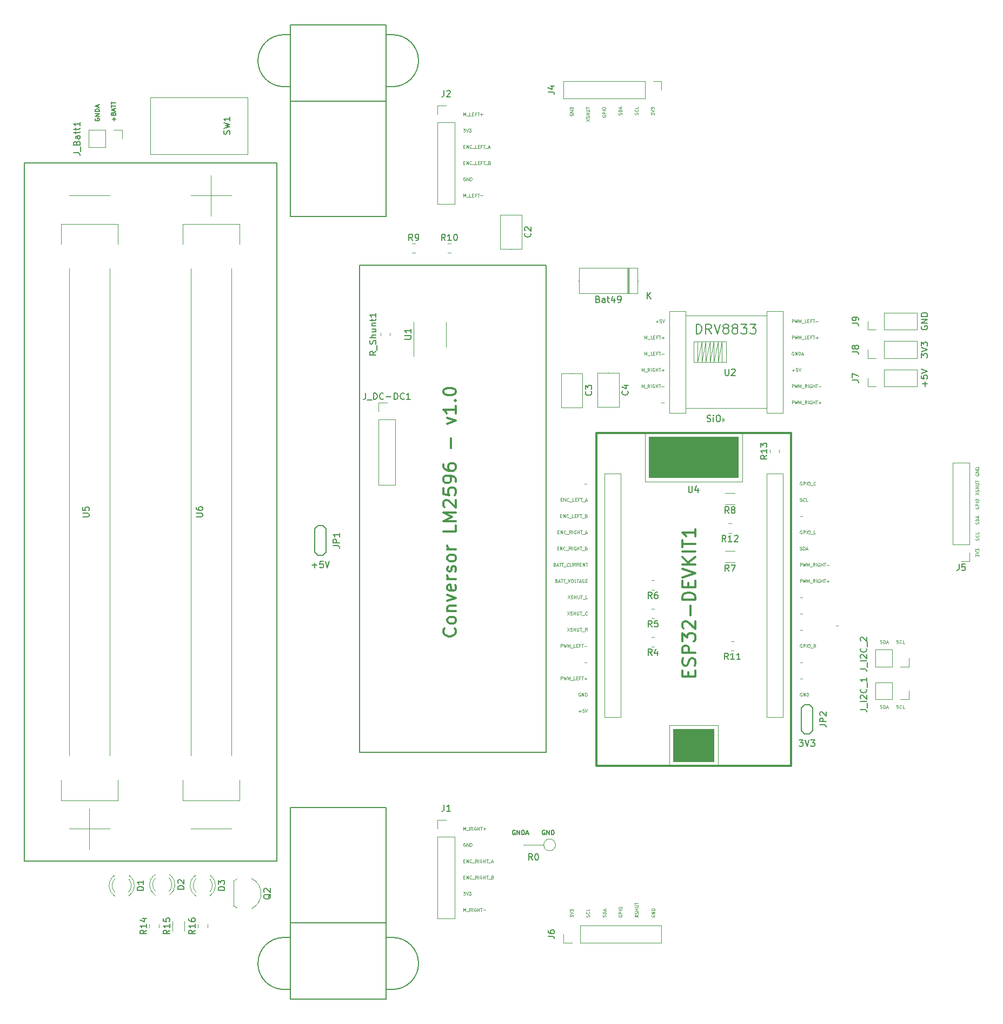
<source format=gbr>
%TF.GenerationSoftware,KiCad,Pcbnew,6.0.2+dfsg-1*%
%TF.CreationDate,2025-04-12T20:02:48+02:00*%
%TF.ProjectId,Placa base v1.0,506c6163-6120-4626-9173-652076312e30,rev?*%
%TF.SameCoordinates,Original*%
%TF.FileFunction,Legend,Top*%
%TF.FilePolarity,Positive*%
%FSLAX46Y46*%
G04 Gerber Fmt 4.6, Leading zero omitted, Abs format (unit mm)*
G04 Created by KiCad (PCBNEW 6.0.2+dfsg-1) date 2025-04-12 20:02:48*
%MOMM*%
%LPD*%
G01*
G04 APERTURE LIST*
%ADD10C,0.150000*%
%ADD11C,0.100000*%
%ADD12C,0.075000*%
%ADD13C,0.300000*%
%ADD14C,0.200000*%
%ADD15C,0.120000*%
G04 APERTURE END LIST*
D10*
X67691000Y-33528000D02*
G75*
G03*
X71755000Y-37592000I4064000J0D01*
G01*
X71755000Y-29464000D02*
G75*
G03*
X67691000Y-33528000I0J-4064000D01*
G01*
X31115000Y-49530000D02*
X70612000Y-49530000D01*
X70612000Y-49530000D02*
X70612000Y-158750000D01*
X70612000Y-158750000D02*
X31115000Y-158750000D01*
X31115000Y-158750000D02*
X31115000Y-49530000D01*
X72771000Y-27940000D02*
X87757000Y-27940000D01*
X87757000Y-27940000D02*
X87757000Y-57912000D01*
X87757000Y-57912000D02*
X72771000Y-57912000D01*
X72771000Y-57912000D02*
X72771000Y-27940000D01*
X72771000Y-39878000D02*
X87757000Y-39878000D01*
X83566000Y-65532000D02*
X112776000Y-65532000D01*
X112776000Y-65532000D02*
X112776000Y-141732000D01*
X112776000Y-141732000D02*
X83566000Y-141732000D01*
X83566000Y-141732000D02*
X83566000Y-65532000D01*
X71755000Y-170688000D02*
X72771000Y-170688000D01*
X88773000Y-170688000D02*
X87757000Y-170688000D01*
X71755000Y-29464000D02*
X72771000Y-29464000D01*
X88773000Y-178816000D02*
G75*
G03*
X92837000Y-174752000I0J4064000D01*
G01*
X88773000Y-37592000D02*
X87757000Y-37592000D01*
X92837000Y-33528000D02*
G75*
G03*
X88773000Y-29464000I-4064000J0D01*
G01*
X92837000Y-174752000D02*
G75*
G03*
X88773000Y-170688000I-4064000J0D01*
G01*
X88773000Y-178816000D02*
X87757000Y-178816000D01*
X88773000Y-29464000D02*
X87757000Y-29464000D01*
X87757000Y-168402000D02*
X72771000Y-168402000D01*
X71755000Y-178816000D02*
X72771000Y-178816000D01*
X71755000Y-37592000D02*
X72771000Y-37592000D01*
X71755000Y-170688000D02*
G75*
G03*
X67691000Y-174752000I0J-4064000D01*
G01*
X88773000Y-37592000D02*
G75*
G03*
X92837000Y-33528000I0J4064000D01*
G01*
X67691000Y-174752000D02*
G75*
G03*
X71755000Y-178816000I4064000J0D01*
G01*
X87757000Y-180340000D02*
X72771000Y-180340000D01*
X72771000Y-180340000D02*
X72771000Y-150368000D01*
X72771000Y-150368000D02*
X87757000Y-150368000D01*
X87757000Y-150368000D02*
X87757000Y-180340000D01*
D11*
X99879047Y-46954285D02*
X100045714Y-46954285D01*
X100117142Y-47216190D02*
X99879047Y-47216190D01*
X99879047Y-46716190D01*
X100117142Y-46716190D01*
X100331428Y-47216190D02*
X100331428Y-46716190D01*
X100617142Y-47216190D01*
X100617142Y-46716190D01*
X101140952Y-47168571D02*
X101117142Y-47192380D01*
X101045714Y-47216190D01*
X100998095Y-47216190D01*
X100926666Y-47192380D01*
X100879047Y-47144761D01*
X100855238Y-47097142D01*
X100831428Y-47001904D01*
X100831428Y-46930476D01*
X100855238Y-46835238D01*
X100879047Y-46787619D01*
X100926666Y-46740000D01*
X100998095Y-46716190D01*
X101045714Y-46716190D01*
X101117142Y-46740000D01*
X101140952Y-46763809D01*
X101236190Y-47263809D02*
X101617142Y-47263809D01*
X101974285Y-47216190D02*
X101736190Y-47216190D01*
X101736190Y-46716190D01*
X102140952Y-46954285D02*
X102307619Y-46954285D01*
X102379047Y-47216190D02*
X102140952Y-47216190D01*
X102140952Y-46716190D01*
X102379047Y-46716190D01*
X102760000Y-46954285D02*
X102593333Y-46954285D01*
X102593333Y-47216190D02*
X102593333Y-46716190D01*
X102831428Y-46716190D01*
X102950476Y-46716190D02*
X103236190Y-46716190D01*
X103093333Y-47216190D02*
X103093333Y-46716190D01*
X103283809Y-47263809D02*
X103664761Y-47263809D01*
X103760000Y-47073333D02*
X103998095Y-47073333D01*
X103712380Y-47216190D02*
X103879047Y-46716190D01*
X104045714Y-47216190D01*
X151314047Y-77061190D02*
X151314047Y-76561190D01*
X151504523Y-76561190D01*
X151552142Y-76585000D01*
X151575952Y-76608809D01*
X151599761Y-76656428D01*
X151599761Y-76727857D01*
X151575952Y-76775476D01*
X151552142Y-76799285D01*
X151504523Y-76823095D01*
X151314047Y-76823095D01*
X151766428Y-76561190D02*
X151885476Y-77061190D01*
X151980714Y-76704047D01*
X152075952Y-77061190D01*
X152195000Y-76561190D01*
X152385476Y-77061190D02*
X152385476Y-76561190D01*
X152552142Y-76918333D01*
X152718809Y-76561190D01*
X152718809Y-77061190D01*
X152837857Y-77108809D02*
X153218809Y-77108809D01*
X153575952Y-77061190D02*
X153337857Y-77061190D01*
X153337857Y-76561190D01*
X153742619Y-76799285D02*
X153909285Y-76799285D01*
X153980714Y-77061190D02*
X153742619Y-77061190D01*
X153742619Y-76561190D01*
X153980714Y-76561190D01*
X154361666Y-76799285D02*
X154195000Y-76799285D01*
X154195000Y-77061190D02*
X154195000Y-76561190D01*
X154433095Y-76561190D01*
X154552142Y-76561190D02*
X154837857Y-76561190D01*
X154695000Y-77061190D02*
X154695000Y-76561190D01*
X155004523Y-76870714D02*
X155385476Y-76870714D01*
X155195000Y-77061190D02*
X155195000Y-76680238D01*
X152584047Y-120050714D02*
X152965000Y-120050714D01*
X152584047Y-130210714D02*
X152965000Y-130210714D01*
X151314047Y-84681190D02*
X151314047Y-84181190D01*
X151504523Y-84181190D01*
X151552142Y-84205000D01*
X151575952Y-84228809D01*
X151599761Y-84276428D01*
X151599761Y-84347857D01*
X151575952Y-84395476D01*
X151552142Y-84419285D01*
X151504523Y-84443095D01*
X151314047Y-84443095D01*
X151766428Y-84181190D02*
X151885476Y-84681190D01*
X151980714Y-84324047D01*
X152075952Y-84681190D01*
X152195000Y-84181190D01*
X152385476Y-84681190D02*
X152385476Y-84181190D01*
X152552142Y-84538333D01*
X152718809Y-84181190D01*
X152718809Y-84681190D01*
X152837857Y-84728809D02*
X153218809Y-84728809D01*
X153623571Y-84681190D02*
X153456904Y-84443095D01*
X153337857Y-84681190D02*
X153337857Y-84181190D01*
X153528333Y-84181190D01*
X153575952Y-84205000D01*
X153599761Y-84228809D01*
X153623571Y-84276428D01*
X153623571Y-84347857D01*
X153599761Y-84395476D01*
X153575952Y-84419285D01*
X153528333Y-84443095D01*
X153337857Y-84443095D01*
X153837857Y-84681190D02*
X153837857Y-84181190D01*
X154337857Y-84205000D02*
X154290238Y-84181190D01*
X154218809Y-84181190D01*
X154147380Y-84205000D01*
X154099761Y-84252619D01*
X154075952Y-84300238D01*
X154052142Y-84395476D01*
X154052142Y-84466904D01*
X154075952Y-84562142D01*
X154099761Y-84609761D01*
X154147380Y-84657380D01*
X154218809Y-84681190D01*
X154266428Y-84681190D01*
X154337857Y-84657380D01*
X154361666Y-84633571D01*
X154361666Y-84466904D01*
X154266428Y-84466904D01*
X154575952Y-84681190D02*
X154575952Y-84181190D01*
X154575952Y-84419285D02*
X154861666Y-84419285D01*
X154861666Y-84681190D02*
X154861666Y-84181190D01*
X155028333Y-84181190D02*
X155314047Y-84181190D01*
X155171190Y-84681190D02*
X155171190Y-84181190D01*
X155480714Y-84490714D02*
X155861666Y-84490714D01*
X180090000Y-98170952D02*
X180066190Y-98218571D01*
X180066190Y-98290000D01*
X180090000Y-98361428D01*
X180137619Y-98409047D01*
X180185238Y-98432857D01*
X180280476Y-98456666D01*
X180351904Y-98456666D01*
X180447142Y-98432857D01*
X180494761Y-98409047D01*
X180542380Y-98361428D01*
X180566190Y-98290000D01*
X180566190Y-98242380D01*
X180542380Y-98170952D01*
X180518571Y-98147142D01*
X180351904Y-98147142D01*
X180351904Y-98242380D01*
X180566190Y-97932857D02*
X180066190Y-97932857D01*
X180566190Y-97647142D01*
X180066190Y-97647142D01*
X180566190Y-97409047D02*
X180066190Y-97409047D01*
X180066190Y-97290000D01*
X180090000Y-97218571D01*
X180137619Y-97170952D01*
X180185238Y-97147142D01*
X180280476Y-97123333D01*
X180351904Y-97123333D01*
X180447142Y-97147142D01*
X180494761Y-97170952D01*
X180542380Y-97218571D01*
X180566190Y-97290000D01*
X180566190Y-97409047D01*
X165127857Y-124662380D02*
X165199285Y-124686190D01*
X165318333Y-124686190D01*
X165365952Y-124662380D01*
X165389761Y-124638571D01*
X165413571Y-124590952D01*
X165413571Y-124543333D01*
X165389761Y-124495714D01*
X165365952Y-124471904D01*
X165318333Y-124448095D01*
X165223095Y-124424285D01*
X165175476Y-124400476D01*
X165151666Y-124376666D01*
X165127857Y-124329047D01*
X165127857Y-124281428D01*
X165151666Y-124233809D01*
X165175476Y-124210000D01*
X165223095Y-124186190D01*
X165342142Y-124186190D01*
X165413571Y-124210000D01*
X165627857Y-124686190D02*
X165627857Y-124186190D01*
X165746904Y-124186190D01*
X165818333Y-124210000D01*
X165865952Y-124257619D01*
X165889761Y-124305238D01*
X165913571Y-124400476D01*
X165913571Y-124471904D01*
X165889761Y-124567142D01*
X165865952Y-124614761D01*
X165818333Y-124662380D01*
X165746904Y-124686190D01*
X165627857Y-124686190D01*
X166104047Y-124543333D02*
X166342142Y-124543333D01*
X166056428Y-124686190D02*
X166223095Y-124186190D01*
X166389761Y-124686190D01*
D10*
X152431904Y-139787380D02*
X153050952Y-139787380D01*
X152717619Y-140168333D01*
X152860476Y-140168333D01*
X152955714Y-140215952D01*
X153003333Y-140263571D01*
X153050952Y-140358809D01*
X153050952Y-140596904D01*
X153003333Y-140692142D01*
X152955714Y-140739761D01*
X152860476Y-140787380D01*
X152574761Y-140787380D01*
X152479523Y-140739761D01*
X152431904Y-140692142D01*
X153336666Y-139787380D02*
X153670000Y-140787380D01*
X154003333Y-139787380D01*
X154241428Y-139787380D02*
X154860476Y-139787380D01*
X154527142Y-140168333D01*
X154670000Y-140168333D01*
X154765238Y-140215952D01*
X154812857Y-140263571D01*
X154860476Y-140358809D01*
X154860476Y-140596904D01*
X154812857Y-140692142D01*
X154765238Y-140739761D01*
X154670000Y-140787380D01*
X154384285Y-140787380D01*
X154289047Y-140739761D01*
X154241428Y-140692142D01*
D12*
X140667561Y-90015190D02*
X140500895Y-89777095D01*
X140381847Y-90015190D02*
X140381847Y-89515190D01*
X140572323Y-89515190D01*
X140619942Y-89539000D01*
X140643752Y-89562809D01*
X140667561Y-89610428D01*
X140667561Y-89681857D01*
X140643752Y-89729476D01*
X140619942Y-89753285D01*
X140572323Y-89777095D01*
X140381847Y-89777095D01*
D11*
X152584047Y-115161190D02*
X152584047Y-114661190D01*
X152774523Y-114661190D01*
X152822142Y-114685000D01*
X152845952Y-114708809D01*
X152869761Y-114756428D01*
X152869761Y-114827857D01*
X152845952Y-114875476D01*
X152822142Y-114899285D01*
X152774523Y-114923095D01*
X152584047Y-114923095D01*
X153036428Y-114661190D02*
X153155476Y-115161190D01*
X153250714Y-114804047D01*
X153345952Y-115161190D01*
X153465000Y-114661190D01*
X153655476Y-115161190D02*
X153655476Y-114661190D01*
X153822142Y-115018333D01*
X153988809Y-114661190D01*
X153988809Y-115161190D01*
X154107857Y-115208809D02*
X154488809Y-115208809D01*
X154893571Y-115161190D02*
X154726904Y-114923095D01*
X154607857Y-115161190D02*
X154607857Y-114661190D01*
X154798333Y-114661190D01*
X154845952Y-114685000D01*
X154869761Y-114708809D01*
X154893571Y-114756428D01*
X154893571Y-114827857D01*
X154869761Y-114875476D01*
X154845952Y-114899285D01*
X154798333Y-114923095D01*
X154607857Y-114923095D01*
X155107857Y-115161190D02*
X155107857Y-114661190D01*
X155607857Y-114685000D02*
X155560238Y-114661190D01*
X155488809Y-114661190D01*
X155417380Y-114685000D01*
X155369761Y-114732619D01*
X155345952Y-114780238D01*
X155322142Y-114875476D01*
X155322142Y-114946904D01*
X155345952Y-115042142D01*
X155369761Y-115089761D01*
X155417380Y-115137380D01*
X155488809Y-115161190D01*
X155536428Y-115161190D01*
X155607857Y-115137380D01*
X155631666Y-115113571D01*
X155631666Y-114946904D01*
X155536428Y-114946904D01*
X155845952Y-115161190D02*
X155845952Y-114661190D01*
X155845952Y-114899285D02*
X156131666Y-114899285D01*
X156131666Y-115161190D02*
X156131666Y-114661190D01*
X156298333Y-114661190D02*
X156584047Y-114661190D01*
X156441190Y-115161190D02*
X156441190Y-114661190D01*
X156750714Y-114970714D02*
X157131666Y-114970714D01*
X156941190Y-115161190D02*
X156941190Y-114780238D01*
X99831428Y-163556190D02*
X100140952Y-163556190D01*
X99974285Y-163746666D01*
X100045714Y-163746666D01*
X100093333Y-163770476D01*
X100117142Y-163794285D01*
X100140952Y-163841904D01*
X100140952Y-163960952D01*
X100117142Y-164008571D01*
X100093333Y-164032380D01*
X100045714Y-164056190D01*
X99902857Y-164056190D01*
X99855238Y-164032380D01*
X99831428Y-164008571D01*
X100283809Y-163556190D02*
X100450476Y-164056190D01*
X100617142Y-163556190D01*
X100736190Y-163556190D02*
X101045714Y-163556190D01*
X100879047Y-163746666D01*
X100950476Y-163746666D01*
X100998095Y-163770476D01*
X101021904Y-163794285D01*
X101045714Y-163841904D01*
X101045714Y-163960952D01*
X101021904Y-164008571D01*
X100998095Y-164032380D01*
X100950476Y-164056190D01*
X100807619Y-164056190D01*
X100760000Y-164032380D01*
X100736190Y-164008571D01*
X99879047Y-49494285D02*
X100045714Y-49494285D01*
X100117142Y-49756190D02*
X99879047Y-49756190D01*
X99879047Y-49256190D01*
X100117142Y-49256190D01*
X100331428Y-49756190D02*
X100331428Y-49256190D01*
X100617142Y-49756190D01*
X100617142Y-49256190D01*
X101140952Y-49708571D02*
X101117142Y-49732380D01*
X101045714Y-49756190D01*
X100998095Y-49756190D01*
X100926666Y-49732380D01*
X100879047Y-49684761D01*
X100855238Y-49637142D01*
X100831428Y-49541904D01*
X100831428Y-49470476D01*
X100855238Y-49375238D01*
X100879047Y-49327619D01*
X100926666Y-49280000D01*
X100998095Y-49256190D01*
X101045714Y-49256190D01*
X101117142Y-49280000D01*
X101140952Y-49303809D01*
X101236190Y-49803809D02*
X101617142Y-49803809D01*
X101974285Y-49756190D02*
X101736190Y-49756190D01*
X101736190Y-49256190D01*
X102140952Y-49494285D02*
X102307619Y-49494285D01*
X102379047Y-49756190D02*
X102140952Y-49756190D01*
X102140952Y-49256190D01*
X102379047Y-49256190D01*
X102760000Y-49494285D02*
X102593333Y-49494285D01*
X102593333Y-49756190D02*
X102593333Y-49256190D01*
X102831428Y-49256190D01*
X102950476Y-49256190D02*
X103236190Y-49256190D01*
X103093333Y-49756190D02*
X103093333Y-49256190D01*
X103283809Y-49803809D02*
X103664761Y-49803809D01*
X103950476Y-49494285D02*
X104021904Y-49518095D01*
X104045714Y-49541904D01*
X104069523Y-49589523D01*
X104069523Y-49660952D01*
X104045714Y-49708571D01*
X104021904Y-49732380D01*
X103974285Y-49756190D01*
X103783809Y-49756190D01*
X103783809Y-49256190D01*
X103950476Y-49256190D01*
X103998095Y-49280000D01*
X104021904Y-49303809D01*
X104045714Y-49351428D01*
X104045714Y-49399047D01*
X104021904Y-49446666D01*
X103998095Y-49470476D01*
X103950476Y-49494285D01*
X103783809Y-49494285D01*
X152560238Y-102437380D02*
X152631666Y-102461190D01*
X152750714Y-102461190D01*
X152798333Y-102437380D01*
X152822142Y-102413571D01*
X152845952Y-102365952D01*
X152845952Y-102318333D01*
X152822142Y-102270714D01*
X152798333Y-102246904D01*
X152750714Y-102223095D01*
X152655476Y-102199285D01*
X152607857Y-102175476D01*
X152584047Y-102151666D01*
X152560238Y-102104047D01*
X152560238Y-102056428D01*
X152584047Y-102008809D01*
X152607857Y-101985000D01*
X152655476Y-101961190D01*
X152774523Y-101961190D01*
X152845952Y-101985000D01*
X153345952Y-102413571D02*
X153322142Y-102437380D01*
X153250714Y-102461190D01*
X153203095Y-102461190D01*
X153131666Y-102437380D01*
X153084047Y-102389761D01*
X153060238Y-102342142D01*
X153036428Y-102246904D01*
X153036428Y-102175476D01*
X153060238Y-102080238D01*
X153084047Y-102032619D01*
X153131666Y-101985000D01*
X153203095Y-101961190D01*
X153250714Y-101961190D01*
X153322142Y-101985000D01*
X153345952Y-102008809D01*
X153798333Y-102461190D02*
X153560238Y-102461190D01*
X153560238Y-101961190D01*
X152584047Y-112621190D02*
X152584047Y-112121190D01*
X152774523Y-112121190D01*
X152822142Y-112145000D01*
X152845952Y-112168809D01*
X152869761Y-112216428D01*
X152869761Y-112287857D01*
X152845952Y-112335476D01*
X152822142Y-112359285D01*
X152774523Y-112383095D01*
X152584047Y-112383095D01*
X153036428Y-112121190D02*
X153155476Y-112621190D01*
X153250714Y-112264047D01*
X153345952Y-112621190D01*
X153465000Y-112121190D01*
X153655476Y-112621190D02*
X153655476Y-112121190D01*
X153822142Y-112478333D01*
X153988809Y-112121190D01*
X153988809Y-112621190D01*
X154107857Y-112668809D02*
X154488809Y-112668809D01*
X154893571Y-112621190D02*
X154726904Y-112383095D01*
X154607857Y-112621190D02*
X154607857Y-112121190D01*
X154798333Y-112121190D01*
X154845952Y-112145000D01*
X154869761Y-112168809D01*
X154893571Y-112216428D01*
X154893571Y-112287857D01*
X154869761Y-112335476D01*
X154845952Y-112359285D01*
X154798333Y-112383095D01*
X154607857Y-112383095D01*
X155107857Y-112621190D02*
X155107857Y-112121190D01*
X155607857Y-112145000D02*
X155560238Y-112121190D01*
X155488809Y-112121190D01*
X155417380Y-112145000D01*
X155369761Y-112192619D01*
X155345952Y-112240238D01*
X155322142Y-112335476D01*
X155322142Y-112406904D01*
X155345952Y-112502142D01*
X155369761Y-112549761D01*
X155417380Y-112597380D01*
X155488809Y-112621190D01*
X155536428Y-112621190D01*
X155607857Y-112597380D01*
X155631666Y-112573571D01*
X155631666Y-112406904D01*
X155536428Y-112406904D01*
X155845952Y-112621190D02*
X155845952Y-112121190D01*
X155845952Y-112359285D02*
X156131666Y-112359285D01*
X156131666Y-112621190D02*
X156131666Y-112121190D01*
X156298333Y-112121190D02*
X156584047Y-112121190D01*
X156441190Y-112621190D02*
X156441190Y-112121190D01*
X156750714Y-112430714D02*
X157131666Y-112430714D01*
X116124523Y-119741190D02*
X116457857Y-120241190D01*
X116457857Y-119741190D02*
X116124523Y-120241190D01*
X116624523Y-120217380D02*
X116695952Y-120241190D01*
X116815000Y-120241190D01*
X116862619Y-120217380D01*
X116886428Y-120193571D01*
X116910238Y-120145952D01*
X116910238Y-120098333D01*
X116886428Y-120050714D01*
X116862619Y-120026904D01*
X116815000Y-120003095D01*
X116719761Y-119979285D01*
X116672142Y-119955476D01*
X116648333Y-119931666D01*
X116624523Y-119884047D01*
X116624523Y-119836428D01*
X116648333Y-119788809D01*
X116672142Y-119765000D01*
X116719761Y-119741190D01*
X116838809Y-119741190D01*
X116910238Y-119765000D01*
X117124523Y-120241190D02*
X117124523Y-119741190D01*
X117124523Y-119979285D02*
X117410238Y-119979285D01*
X117410238Y-120241190D02*
X117410238Y-119741190D01*
X117648333Y-119741190D02*
X117648333Y-120145952D01*
X117672142Y-120193571D01*
X117695952Y-120217380D01*
X117743571Y-120241190D01*
X117838809Y-120241190D01*
X117886428Y-120217380D01*
X117910238Y-120193571D01*
X117934047Y-120145952D01*
X117934047Y-119741190D01*
X118100714Y-119741190D02*
X118386428Y-119741190D01*
X118243571Y-120241190D02*
X118243571Y-119741190D01*
X118434047Y-120288809D02*
X118815000Y-120288809D01*
X119219761Y-120193571D02*
X119195952Y-120217380D01*
X119124523Y-120241190D01*
X119076904Y-120241190D01*
X119005476Y-120217380D01*
X118957857Y-120169761D01*
X118934047Y-120122142D01*
X118910238Y-120026904D01*
X118910238Y-119955476D01*
X118934047Y-119860238D01*
X118957857Y-119812619D01*
X119005476Y-119765000D01*
X119076904Y-119741190D01*
X119124523Y-119741190D01*
X119195952Y-119765000D01*
X119219761Y-119788809D01*
X100140952Y-51820000D02*
X100093333Y-51796190D01*
X100021904Y-51796190D01*
X99950476Y-51820000D01*
X99902857Y-51867619D01*
X99879047Y-51915238D01*
X99855238Y-52010476D01*
X99855238Y-52081904D01*
X99879047Y-52177142D01*
X99902857Y-52224761D01*
X99950476Y-52272380D01*
X100021904Y-52296190D01*
X100069523Y-52296190D01*
X100140952Y-52272380D01*
X100164761Y-52248571D01*
X100164761Y-52081904D01*
X100069523Y-52081904D01*
X100379047Y-52296190D02*
X100379047Y-51796190D01*
X100664761Y-52296190D01*
X100664761Y-51796190D01*
X100902857Y-52296190D02*
X100902857Y-51796190D01*
X101021904Y-51796190D01*
X101093333Y-51820000D01*
X101140952Y-51867619D01*
X101164761Y-51915238D01*
X101188571Y-52010476D01*
X101188571Y-52081904D01*
X101164761Y-52177142D01*
X101140952Y-52224761D01*
X101093333Y-52272380D01*
X101021904Y-52296190D01*
X100902857Y-52296190D01*
X130880000Y-87030714D02*
X131260952Y-87030714D01*
X99879047Y-166596190D02*
X99879047Y-166096190D01*
X100045714Y-166453333D01*
X100212380Y-166096190D01*
X100212380Y-166596190D01*
X100331428Y-166643809D02*
X100712380Y-166643809D01*
X101117142Y-166596190D02*
X100950476Y-166358095D01*
X100831428Y-166596190D02*
X100831428Y-166096190D01*
X101021904Y-166096190D01*
X101069523Y-166120000D01*
X101093333Y-166143809D01*
X101117142Y-166191428D01*
X101117142Y-166262857D01*
X101093333Y-166310476D01*
X101069523Y-166334285D01*
X101021904Y-166358095D01*
X100831428Y-166358095D01*
X101331428Y-166596190D02*
X101331428Y-166096190D01*
X101831428Y-166120000D02*
X101783809Y-166096190D01*
X101712380Y-166096190D01*
X101640952Y-166120000D01*
X101593333Y-166167619D01*
X101569523Y-166215238D01*
X101545714Y-166310476D01*
X101545714Y-166381904D01*
X101569523Y-166477142D01*
X101593333Y-166524761D01*
X101640952Y-166572380D01*
X101712380Y-166596190D01*
X101760000Y-166596190D01*
X101831428Y-166572380D01*
X101855238Y-166548571D01*
X101855238Y-166381904D01*
X101760000Y-166381904D01*
X102069523Y-166596190D02*
X102069523Y-166096190D01*
X102069523Y-166334285D02*
X102355238Y-166334285D01*
X102355238Y-166596190D02*
X102355238Y-166096190D01*
X102521904Y-166096190D02*
X102807619Y-166096190D01*
X102664761Y-166596190D02*
X102664761Y-166096190D01*
X102974285Y-166405714D02*
X103355238Y-166405714D01*
D10*
X171585000Y-75056904D02*
X171537380Y-75152142D01*
X171537380Y-75295000D01*
X171585000Y-75437857D01*
X171680238Y-75533095D01*
X171775476Y-75580714D01*
X171965952Y-75628333D01*
X172108809Y-75628333D01*
X172299285Y-75580714D01*
X172394523Y-75533095D01*
X172489761Y-75437857D01*
X172537380Y-75295000D01*
X172537380Y-75199761D01*
X172489761Y-75056904D01*
X172442142Y-75009285D01*
X172108809Y-75009285D01*
X172108809Y-75199761D01*
X172537380Y-74580714D02*
X171537380Y-74580714D01*
X172537380Y-74009285D01*
X171537380Y-74009285D01*
X172537380Y-73533095D02*
X171537380Y-73533095D01*
X171537380Y-73295000D01*
X171585000Y-73152142D01*
X171680238Y-73056904D01*
X171775476Y-73009285D01*
X171965952Y-72961666D01*
X172108809Y-72961666D01*
X172299285Y-73009285D01*
X172394523Y-73056904D01*
X172489761Y-73152142D01*
X172537380Y-73295000D01*
X172537380Y-73533095D01*
D11*
X129320000Y-167194047D02*
X129296190Y-167241666D01*
X129296190Y-167313095D01*
X129320000Y-167384523D01*
X129367619Y-167432142D01*
X129415238Y-167455952D01*
X129510476Y-167479761D01*
X129581904Y-167479761D01*
X129677142Y-167455952D01*
X129724761Y-167432142D01*
X129772380Y-167384523D01*
X129796190Y-167313095D01*
X129796190Y-167265476D01*
X129772380Y-167194047D01*
X129748571Y-167170238D01*
X129581904Y-167170238D01*
X129581904Y-167265476D01*
X129796190Y-166955952D02*
X129296190Y-166955952D01*
X129796190Y-166670238D01*
X129296190Y-166670238D01*
X129796190Y-166432142D02*
X129296190Y-166432142D01*
X129296190Y-166313095D01*
X129320000Y-166241666D01*
X129367619Y-166194047D01*
X129415238Y-166170238D01*
X129510476Y-166146428D01*
X129581904Y-166146428D01*
X129677142Y-166170238D01*
X129724761Y-166194047D01*
X129772380Y-166241666D01*
X129796190Y-166313095D01*
X129796190Y-166432142D01*
X151314047Y-81950714D02*
X151695000Y-81950714D01*
X151504523Y-82141190D02*
X151504523Y-81760238D01*
X152171190Y-81641190D02*
X151933095Y-81641190D01*
X151909285Y-81879285D01*
X151933095Y-81855476D01*
X151980714Y-81831666D01*
X152099761Y-81831666D01*
X152147380Y-81855476D01*
X152171190Y-81879285D01*
X152195000Y-81926904D01*
X152195000Y-82045952D01*
X152171190Y-82093571D01*
X152147380Y-82117380D01*
X152099761Y-82141190D01*
X151980714Y-82141190D01*
X151933095Y-82117380D01*
X151909285Y-82093571D01*
X152337857Y-81641190D02*
X152504523Y-82141190D01*
X152671190Y-81641190D01*
X99831428Y-44176190D02*
X100140952Y-44176190D01*
X99974285Y-44366666D01*
X100045714Y-44366666D01*
X100093333Y-44390476D01*
X100117142Y-44414285D01*
X100140952Y-44461904D01*
X100140952Y-44580952D01*
X100117142Y-44628571D01*
X100093333Y-44652380D01*
X100045714Y-44676190D01*
X99902857Y-44676190D01*
X99855238Y-44652380D01*
X99831428Y-44628571D01*
X100283809Y-44176190D02*
X100450476Y-44676190D01*
X100617142Y-44176190D01*
X100736190Y-44176190D02*
X101045714Y-44176190D01*
X100879047Y-44366666D01*
X100950476Y-44366666D01*
X100998095Y-44390476D01*
X101021904Y-44414285D01*
X101045714Y-44461904D01*
X101045714Y-44580952D01*
X101021904Y-44628571D01*
X100998095Y-44652380D01*
X100950476Y-44676190D01*
X100807619Y-44676190D01*
X100760000Y-44652380D01*
X100736190Y-44628571D01*
X124210000Y-167194047D02*
X124186190Y-167241666D01*
X124186190Y-167313095D01*
X124210000Y-167384523D01*
X124257619Y-167432142D01*
X124305238Y-167455952D01*
X124400476Y-167479761D01*
X124471904Y-167479761D01*
X124567142Y-167455952D01*
X124614761Y-167432142D01*
X124662380Y-167384523D01*
X124686190Y-167313095D01*
X124686190Y-167265476D01*
X124662380Y-167194047D01*
X124638571Y-167170238D01*
X124471904Y-167170238D01*
X124471904Y-167265476D01*
X124686190Y-166955952D02*
X124186190Y-166955952D01*
X124186190Y-166765476D01*
X124210000Y-166717857D01*
X124233809Y-166694047D01*
X124281428Y-166670238D01*
X124352857Y-166670238D01*
X124400476Y-166694047D01*
X124424285Y-166717857D01*
X124448095Y-166765476D01*
X124448095Y-166955952D01*
X124686190Y-166455952D02*
X124186190Y-166455952D01*
X124186190Y-166122619D02*
X124186190Y-166027380D01*
X124210000Y-165979761D01*
X124257619Y-165932142D01*
X124352857Y-165908333D01*
X124519523Y-165908333D01*
X124614761Y-165932142D01*
X124662380Y-165979761D01*
X124686190Y-166027380D01*
X124686190Y-166122619D01*
X124662380Y-166170238D01*
X124614761Y-166217857D01*
X124519523Y-166241666D01*
X124352857Y-166241666D01*
X124257619Y-166217857D01*
X124210000Y-166170238D01*
X124186190Y-166122619D01*
X117910238Y-135290714D02*
X118291190Y-135290714D01*
X118100714Y-135481190D02*
X118100714Y-135100238D01*
X118767380Y-134981190D02*
X118529285Y-134981190D01*
X118505476Y-135219285D01*
X118529285Y-135195476D01*
X118576904Y-135171666D01*
X118695952Y-135171666D01*
X118743571Y-135195476D01*
X118767380Y-135219285D01*
X118791190Y-135266904D01*
X118791190Y-135385952D01*
X118767380Y-135433571D01*
X118743571Y-135457380D01*
X118695952Y-135481190D01*
X118576904Y-135481190D01*
X118529285Y-135457380D01*
X118505476Y-135433571D01*
X118934047Y-134981190D02*
X119100714Y-135481190D01*
X119267380Y-134981190D01*
X99879047Y-54836190D02*
X99879047Y-54336190D01*
X100045714Y-54693333D01*
X100212380Y-54336190D01*
X100212380Y-54836190D01*
X100331428Y-54883809D02*
X100712380Y-54883809D01*
X101069523Y-54836190D02*
X100831428Y-54836190D01*
X100831428Y-54336190D01*
X101236190Y-54574285D02*
X101402857Y-54574285D01*
X101474285Y-54836190D02*
X101236190Y-54836190D01*
X101236190Y-54336190D01*
X101474285Y-54336190D01*
X101855238Y-54574285D02*
X101688571Y-54574285D01*
X101688571Y-54836190D02*
X101688571Y-54336190D01*
X101926666Y-54336190D01*
X102045714Y-54336190D02*
X102331428Y-54336190D01*
X102188571Y-54836190D02*
X102188571Y-54336190D01*
X102498095Y-54645714D02*
X102879047Y-54645714D01*
X100140952Y-155960000D02*
X100093333Y-155936190D01*
X100021904Y-155936190D01*
X99950476Y-155960000D01*
X99902857Y-156007619D01*
X99879047Y-156055238D01*
X99855238Y-156150476D01*
X99855238Y-156221904D01*
X99879047Y-156317142D01*
X99902857Y-156364761D01*
X99950476Y-156412380D01*
X100021904Y-156436190D01*
X100069523Y-156436190D01*
X100140952Y-156412380D01*
X100164761Y-156388571D01*
X100164761Y-156221904D01*
X100069523Y-156221904D01*
X100379047Y-156436190D02*
X100379047Y-155936190D01*
X100664761Y-156436190D01*
X100664761Y-155936190D01*
X100902857Y-156436190D02*
X100902857Y-155936190D01*
X101021904Y-155936190D01*
X101093333Y-155960000D01*
X101140952Y-156007619D01*
X101164761Y-156055238D01*
X101188571Y-156150476D01*
X101188571Y-156221904D01*
X101164761Y-156317142D01*
X101140952Y-156364761D01*
X101093333Y-156412380D01*
X101021904Y-156436190D01*
X100902857Y-156436190D01*
X152560238Y-110057380D02*
X152631666Y-110081190D01*
X152750714Y-110081190D01*
X152798333Y-110057380D01*
X152822142Y-110033571D01*
X152845952Y-109985952D01*
X152845952Y-109938333D01*
X152822142Y-109890714D01*
X152798333Y-109866904D01*
X152750714Y-109843095D01*
X152655476Y-109819285D01*
X152607857Y-109795476D01*
X152584047Y-109771666D01*
X152560238Y-109724047D01*
X152560238Y-109676428D01*
X152584047Y-109628809D01*
X152607857Y-109605000D01*
X152655476Y-109581190D01*
X152774523Y-109581190D01*
X152845952Y-109605000D01*
X153060238Y-110081190D02*
X153060238Y-109581190D01*
X153179285Y-109581190D01*
X153250714Y-109605000D01*
X153298333Y-109652619D01*
X153322142Y-109700238D01*
X153345952Y-109795476D01*
X153345952Y-109866904D01*
X153322142Y-109962142D01*
X153298333Y-110009761D01*
X153250714Y-110057380D01*
X153179285Y-110081190D01*
X153060238Y-110081190D01*
X153536428Y-109938333D02*
X153774523Y-109938333D01*
X153488809Y-110081190D02*
X153655476Y-109581190D01*
X153822142Y-110081190D01*
X152584047Y-104810714D02*
X152965000Y-104810714D01*
X122152380Y-167479761D02*
X122176190Y-167408333D01*
X122176190Y-167289285D01*
X122152380Y-167241666D01*
X122128571Y-167217857D01*
X122080952Y-167194047D01*
X122033333Y-167194047D01*
X121985714Y-167217857D01*
X121961904Y-167241666D01*
X121938095Y-167289285D01*
X121914285Y-167384523D01*
X121890476Y-167432142D01*
X121866666Y-167455952D01*
X121819047Y-167479761D01*
X121771428Y-167479761D01*
X121723809Y-167455952D01*
X121700000Y-167432142D01*
X121676190Y-167384523D01*
X121676190Y-167265476D01*
X121700000Y-167194047D01*
X122176190Y-166979761D02*
X121676190Y-166979761D01*
X121676190Y-166860714D01*
X121700000Y-166789285D01*
X121747619Y-166741666D01*
X121795238Y-166717857D01*
X121890476Y-166694047D01*
X121961904Y-166694047D01*
X122057142Y-166717857D01*
X122104761Y-166741666D01*
X122152380Y-166789285D01*
X122176190Y-166860714D01*
X122176190Y-166979761D01*
X122033333Y-166503571D02*
X122033333Y-166265476D01*
X122176190Y-166551190D02*
X121676190Y-166384523D01*
X122176190Y-166217857D01*
X115029285Y-104739285D02*
X115195952Y-104739285D01*
X115267380Y-105001190D02*
X115029285Y-105001190D01*
X115029285Y-104501190D01*
X115267380Y-104501190D01*
X115481666Y-105001190D02*
X115481666Y-104501190D01*
X115767380Y-105001190D01*
X115767380Y-104501190D01*
X116291190Y-104953571D02*
X116267380Y-104977380D01*
X116195952Y-105001190D01*
X116148333Y-105001190D01*
X116076904Y-104977380D01*
X116029285Y-104929761D01*
X116005476Y-104882142D01*
X115981666Y-104786904D01*
X115981666Y-104715476D01*
X116005476Y-104620238D01*
X116029285Y-104572619D01*
X116076904Y-104525000D01*
X116148333Y-104501190D01*
X116195952Y-104501190D01*
X116267380Y-104525000D01*
X116291190Y-104548809D01*
X116386428Y-105048809D02*
X116767380Y-105048809D01*
X117124523Y-105001190D02*
X116886428Y-105001190D01*
X116886428Y-104501190D01*
X117291190Y-104739285D02*
X117457857Y-104739285D01*
X117529285Y-105001190D02*
X117291190Y-105001190D01*
X117291190Y-104501190D01*
X117529285Y-104501190D01*
X117910238Y-104739285D02*
X117743571Y-104739285D01*
X117743571Y-105001190D02*
X117743571Y-104501190D01*
X117981666Y-104501190D01*
X118100714Y-104501190D02*
X118386428Y-104501190D01*
X118243571Y-105001190D02*
X118243571Y-104501190D01*
X118434047Y-105048809D02*
X118815000Y-105048809D01*
X119100714Y-104739285D02*
X119172142Y-104763095D01*
X119195952Y-104786904D01*
X119219761Y-104834523D01*
X119219761Y-104905952D01*
X119195952Y-104953571D01*
X119172142Y-104977380D01*
X119124523Y-105001190D01*
X118934047Y-105001190D01*
X118934047Y-104501190D01*
X119100714Y-104501190D01*
X119148333Y-104525000D01*
X119172142Y-104548809D01*
X119195952Y-104596428D01*
X119195952Y-104644047D01*
X119172142Y-104691666D01*
X119148333Y-104715476D01*
X119100714Y-104739285D01*
X118934047Y-104739285D01*
X151314047Y-87221190D02*
X151314047Y-86721190D01*
X151504523Y-86721190D01*
X151552142Y-86745000D01*
X151575952Y-86768809D01*
X151599761Y-86816428D01*
X151599761Y-86887857D01*
X151575952Y-86935476D01*
X151552142Y-86959285D01*
X151504523Y-86983095D01*
X151314047Y-86983095D01*
X151766428Y-86721190D02*
X151885476Y-87221190D01*
X151980714Y-86864047D01*
X152075952Y-87221190D01*
X152195000Y-86721190D01*
X152385476Y-87221190D02*
X152385476Y-86721190D01*
X152552142Y-87078333D01*
X152718809Y-86721190D01*
X152718809Y-87221190D01*
X152837857Y-87268809D02*
X153218809Y-87268809D01*
X153623571Y-87221190D02*
X153456904Y-86983095D01*
X153337857Y-87221190D02*
X153337857Y-86721190D01*
X153528333Y-86721190D01*
X153575952Y-86745000D01*
X153599761Y-86768809D01*
X153623571Y-86816428D01*
X153623571Y-86887857D01*
X153599761Y-86935476D01*
X153575952Y-86959285D01*
X153528333Y-86983095D01*
X153337857Y-86983095D01*
X153837857Y-87221190D02*
X153837857Y-86721190D01*
X154337857Y-86745000D02*
X154290238Y-86721190D01*
X154218809Y-86721190D01*
X154147380Y-86745000D01*
X154099761Y-86792619D01*
X154075952Y-86840238D01*
X154052142Y-86935476D01*
X154052142Y-87006904D01*
X154075952Y-87102142D01*
X154099761Y-87149761D01*
X154147380Y-87197380D01*
X154218809Y-87221190D01*
X154266428Y-87221190D01*
X154337857Y-87197380D01*
X154361666Y-87173571D01*
X154361666Y-87006904D01*
X154266428Y-87006904D01*
X154575952Y-87221190D02*
X154575952Y-86721190D01*
X154575952Y-86959285D02*
X154861666Y-86959285D01*
X154861666Y-87221190D02*
X154861666Y-86721190D01*
X155028333Y-86721190D02*
X155314047Y-86721190D01*
X155171190Y-87221190D02*
X155171190Y-86721190D01*
X155480714Y-87030714D02*
X155861666Y-87030714D01*
X155671190Y-87221190D02*
X155671190Y-86840238D01*
X126726190Y-167503571D02*
X127226190Y-167170238D01*
X126726190Y-167170238D02*
X127226190Y-167503571D01*
X127202380Y-167003571D02*
X127226190Y-166932142D01*
X127226190Y-166813095D01*
X127202380Y-166765476D01*
X127178571Y-166741666D01*
X127130952Y-166717857D01*
X127083333Y-166717857D01*
X127035714Y-166741666D01*
X127011904Y-166765476D01*
X126988095Y-166813095D01*
X126964285Y-166908333D01*
X126940476Y-166955952D01*
X126916666Y-166979761D01*
X126869047Y-167003571D01*
X126821428Y-167003571D01*
X126773809Y-166979761D01*
X126750000Y-166955952D01*
X126726190Y-166908333D01*
X126726190Y-166789285D01*
X126750000Y-166717857D01*
X127226190Y-166503571D02*
X126726190Y-166503571D01*
X126964285Y-166503571D02*
X126964285Y-166217857D01*
X127226190Y-166217857D02*
X126726190Y-166217857D01*
X126726190Y-165979761D02*
X127130952Y-165979761D01*
X127178571Y-165955952D01*
X127202380Y-165932142D01*
X127226190Y-165884523D01*
X127226190Y-165789285D01*
X127202380Y-165741666D01*
X127178571Y-165717857D01*
X127130952Y-165694047D01*
X126726190Y-165694047D01*
X126726190Y-165527380D02*
X126726190Y-165241666D01*
X127226190Y-165384523D02*
X126726190Y-165384523D01*
X115124523Y-130401190D02*
X115124523Y-129901190D01*
X115315000Y-129901190D01*
X115362619Y-129925000D01*
X115386428Y-129948809D01*
X115410238Y-129996428D01*
X115410238Y-130067857D01*
X115386428Y-130115476D01*
X115362619Y-130139285D01*
X115315000Y-130163095D01*
X115124523Y-130163095D01*
X115576904Y-129901190D02*
X115695952Y-130401190D01*
X115791190Y-130044047D01*
X115886428Y-130401190D01*
X116005476Y-129901190D01*
X116195952Y-130401190D02*
X116195952Y-129901190D01*
X116362619Y-130258333D01*
X116529285Y-129901190D01*
X116529285Y-130401190D01*
X116648333Y-130448809D02*
X117029285Y-130448809D01*
X117386428Y-130401190D02*
X117148333Y-130401190D01*
X117148333Y-129901190D01*
X117553095Y-130139285D02*
X117719761Y-130139285D01*
X117791190Y-130401190D02*
X117553095Y-130401190D01*
X117553095Y-129901190D01*
X117791190Y-129901190D01*
X118172142Y-130139285D02*
X118005476Y-130139285D01*
X118005476Y-130401190D02*
X118005476Y-129901190D01*
X118243571Y-129901190D01*
X118362619Y-129901190D02*
X118648333Y-129901190D01*
X118505476Y-130401190D02*
X118505476Y-129901190D01*
X118815000Y-130210714D02*
X119195952Y-130210714D01*
X119005476Y-130401190D02*
X119005476Y-130020238D01*
X99879047Y-153896190D02*
X99879047Y-153396190D01*
X100045714Y-153753333D01*
X100212380Y-153396190D01*
X100212380Y-153896190D01*
X100331428Y-153943809D02*
X100712380Y-153943809D01*
X101117142Y-153896190D02*
X100950476Y-153658095D01*
X100831428Y-153896190D02*
X100831428Y-153396190D01*
X101021904Y-153396190D01*
X101069523Y-153420000D01*
X101093333Y-153443809D01*
X101117142Y-153491428D01*
X101117142Y-153562857D01*
X101093333Y-153610476D01*
X101069523Y-153634285D01*
X101021904Y-153658095D01*
X100831428Y-153658095D01*
X101331428Y-153896190D02*
X101331428Y-153396190D01*
X101831428Y-153420000D02*
X101783809Y-153396190D01*
X101712380Y-153396190D01*
X101640952Y-153420000D01*
X101593333Y-153467619D01*
X101569523Y-153515238D01*
X101545714Y-153610476D01*
X101545714Y-153681904D01*
X101569523Y-153777142D01*
X101593333Y-153824761D01*
X101640952Y-153872380D01*
X101712380Y-153896190D01*
X101760000Y-153896190D01*
X101831428Y-153872380D01*
X101855238Y-153848571D01*
X101855238Y-153681904D01*
X101760000Y-153681904D01*
X102069523Y-153896190D02*
X102069523Y-153396190D01*
X102069523Y-153634285D02*
X102355238Y-153634285D01*
X102355238Y-153896190D02*
X102355238Y-153396190D01*
X102521904Y-153396190D02*
X102807619Y-153396190D01*
X102664761Y-153896190D02*
X102664761Y-153396190D01*
X102974285Y-153705714D02*
X103355238Y-153705714D01*
X103164761Y-153896190D02*
X103164761Y-153515238D01*
X114624523Y-107279285D02*
X114791190Y-107279285D01*
X114862619Y-107541190D02*
X114624523Y-107541190D01*
X114624523Y-107041190D01*
X114862619Y-107041190D01*
X115076904Y-107541190D02*
X115076904Y-107041190D01*
X115362619Y-107541190D01*
X115362619Y-107041190D01*
X115886428Y-107493571D02*
X115862619Y-107517380D01*
X115791190Y-107541190D01*
X115743571Y-107541190D01*
X115672142Y-107517380D01*
X115624523Y-107469761D01*
X115600714Y-107422142D01*
X115576904Y-107326904D01*
X115576904Y-107255476D01*
X115600714Y-107160238D01*
X115624523Y-107112619D01*
X115672142Y-107065000D01*
X115743571Y-107041190D01*
X115791190Y-107041190D01*
X115862619Y-107065000D01*
X115886428Y-107088809D01*
X115981666Y-107588809D02*
X116362619Y-107588809D01*
X116767380Y-107541190D02*
X116600714Y-107303095D01*
X116481666Y-107541190D02*
X116481666Y-107041190D01*
X116672142Y-107041190D01*
X116719761Y-107065000D01*
X116743571Y-107088809D01*
X116767380Y-107136428D01*
X116767380Y-107207857D01*
X116743571Y-107255476D01*
X116719761Y-107279285D01*
X116672142Y-107303095D01*
X116481666Y-107303095D01*
X116981666Y-107541190D02*
X116981666Y-107041190D01*
X117481666Y-107065000D02*
X117434047Y-107041190D01*
X117362619Y-107041190D01*
X117291190Y-107065000D01*
X117243571Y-107112619D01*
X117219761Y-107160238D01*
X117195952Y-107255476D01*
X117195952Y-107326904D01*
X117219761Y-107422142D01*
X117243571Y-107469761D01*
X117291190Y-107517380D01*
X117362619Y-107541190D01*
X117410238Y-107541190D01*
X117481666Y-107517380D01*
X117505476Y-107493571D01*
X117505476Y-107326904D01*
X117410238Y-107326904D01*
X117719761Y-107541190D02*
X117719761Y-107041190D01*
X117719761Y-107279285D02*
X118005476Y-107279285D01*
X118005476Y-107541190D02*
X118005476Y-107041190D01*
X118172142Y-107041190D02*
X118457857Y-107041190D01*
X118315000Y-107541190D02*
X118315000Y-107041190D01*
X118505476Y-107588809D02*
X118886428Y-107588809D01*
X118981666Y-107398333D02*
X119219761Y-107398333D01*
X118934047Y-107541190D02*
X119100714Y-107041190D01*
X119267380Y-107541190D01*
X129236190Y-42014523D02*
X129236190Y-41705000D01*
X129426666Y-41871666D01*
X129426666Y-41800238D01*
X129450476Y-41752619D01*
X129474285Y-41728809D01*
X129521904Y-41705000D01*
X129640952Y-41705000D01*
X129688571Y-41728809D01*
X129712380Y-41752619D01*
X129736190Y-41800238D01*
X129736190Y-41943095D01*
X129712380Y-41990714D01*
X129688571Y-42014523D01*
X129236190Y-41562142D02*
X129736190Y-41395476D01*
X129236190Y-41228809D01*
X129236190Y-41109761D02*
X129236190Y-40800238D01*
X129426666Y-40966904D01*
X129426666Y-40895476D01*
X129450476Y-40847857D01*
X129474285Y-40824047D01*
X129521904Y-40800238D01*
X129640952Y-40800238D01*
X129688571Y-40824047D01*
X129712380Y-40847857D01*
X129736190Y-40895476D01*
X129736190Y-41038333D01*
X129712380Y-41085952D01*
X129688571Y-41109761D01*
X152584047Y-122590714D02*
X152965000Y-122590714D01*
X151314047Y-74521190D02*
X151314047Y-74021190D01*
X151504523Y-74021190D01*
X151552142Y-74045000D01*
X151575952Y-74068809D01*
X151599761Y-74116428D01*
X151599761Y-74187857D01*
X151575952Y-74235476D01*
X151552142Y-74259285D01*
X151504523Y-74283095D01*
X151314047Y-74283095D01*
X151766428Y-74021190D02*
X151885476Y-74521190D01*
X151980714Y-74164047D01*
X152075952Y-74521190D01*
X152195000Y-74021190D01*
X152385476Y-74521190D02*
X152385476Y-74021190D01*
X152552142Y-74378333D01*
X152718809Y-74021190D01*
X152718809Y-74521190D01*
X152837857Y-74568809D02*
X153218809Y-74568809D01*
X153575952Y-74521190D02*
X153337857Y-74521190D01*
X153337857Y-74021190D01*
X153742619Y-74259285D02*
X153909285Y-74259285D01*
X153980714Y-74521190D02*
X153742619Y-74521190D01*
X153742619Y-74021190D01*
X153980714Y-74021190D01*
X154361666Y-74259285D02*
X154195000Y-74259285D01*
X154195000Y-74521190D02*
X154195000Y-74021190D01*
X154433095Y-74021190D01*
X154552142Y-74021190D02*
X154837857Y-74021190D01*
X154695000Y-74521190D02*
X154695000Y-74021190D01*
X155004523Y-74330714D02*
X155385476Y-74330714D01*
X180066190Y-111109047D02*
X180066190Y-110799523D01*
X180256666Y-110966190D01*
X180256666Y-110894761D01*
X180280476Y-110847142D01*
X180304285Y-110823333D01*
X180351904Y-110799523D01*
X180470952Y-110799523D01*
X180518571Y-110823333D01*
X180542380Y-110847142D01*
X180566190Y-110894761D01*
X180566190Y-111037619D01*
X180542380Y-111085238D01*
X180518571Y-111109047D01*
X180066190Y-110656666D02*
X180566190Y-110490000D01*
X180066190Y-110323333D01*
X180066190Y-110204285D02*
X180066190Y-109894761D01*
X180256666Y-110061428D01*
X180256666Y-109990000D01*
X180280476Y-109942380D01*
X180304285Y-109918571D01*
X180351904Y-109894761D01*
X180470952Y-109894761D01*
X180518571Y-109918571D01*
X180542380Y-109942380D01*
X180566190Y-109990000D01*
X180566190Y-110132857D01*
X180542380Y-110180476D01*
X180518571Y-110204285D01*
X119076190Y-43014523D02*
X119576190Y-42681190D01*
X119076190Y-42681190D02*
X119576190Y-43014523D01*
X119552380Y-42514523D02*
X119576190Y-42443095D01*
X119576190Y-42324047D01*
X119552380Y-42276428D01*
X119528571Y-42252619D01*
X119480952Y-42228809D01*
X119433333Y-42228809D01*
X119385714Y-42252619D01*
X119361904Y-42276428D01*
X119338095Y-42324047D01*
X119314285Y-42419285D01*
X119290476Y-42466904D01*
X119266666Y-42490714D01*
X119219047Y-42514523D01*
X119171428Y-42514523D01*
X119123809Y-42490714D01*
X119100000Y-42466904D01*
X119076190Y-42419285D01*
X119076190Y-42300238D01*
X119100000Y-42228809D01*
X119576190Y-42014523D02*
X119076190Y-42014523D01*
X119314285Y-42014523D02*
X119314285Y-41728809D01*
X119576190Y-41728809D02*
X119076190Y-41728809D01*
X119076190Y-41490714D02*
X119480952Y-41490714D01*
X119528571Y-41466904D01*
X119552380Y-41443095D01*
X119576190Y-41395476D01*
X119576190Y-41300238D01*
X119552380Y-41252619D01*
X119528571Y-41228809D01*
X119480952Y-41205000D01*
X119076190Y-41205000D01*
X119076190Y-41038333D02*
X119076190Y-40752619D01*
X119576190Y-40895476D02*
X119076190Y-40895476D01*
X118815000Y-127670714D02*
X119195952Y-127670714D01*
D10*
X107945833Y-153955000D02*
X107879166Y-153921666D01*
X107779166Y-153921666D01*
X107679166Y-153955000D01*
X107612500Y-154021666D01*
X107579166Y-154088333D01*
X107545833Y-154221666D01*
X107545833Y-154321666D01*
X107579166Y-154455000D01*
X107612500Y-154521666D01*
X107679166Y-154588333D01*
X107779166Y-154621666D01*
X107845833Y-154621666D01*
X107945833Y-154588333D01*
X107979166Y-154555000D01*
X107979166Y-154321666D01*
X107845833Y-154321666D01*
X108279166Y-154621666D02*
X108279166Y-153921666D01*
X108679166Y-154621666D01*
X108679166Y-153921666D01*
X109012500Y-154621666D02*
X109012500Y-153921666D01*
X109179166Y-153921666D01*
X109279166Y-153955000D01*
X109345833Y-154021666D01*
X109379166Y-154088333D01*
X109412500Y-154221666D01*
X109412500Y-154321666D01*
X109379166Y-154455000D01*
X109345833Y-154521666D01*
X109279166Y-154588333D01*
X109179166Y-154621666D01*
X109012500Y-154621666D01*
X109679166Y-154421666D02*
X110012500Y-154421666D01*
X109612500Y-154621666D02*
X109845833Y-153921666D01*
X110079166Y-154621666D01*
D11*
X128260952Y-79601190D02*
X128260952Y-79101190D01*
X128427619Y-79458333D01*
X128594285Y-79101190D01*
X128594285Y-79601190D01*
X128713333Y-79648809D02*
X129094285Y-79648809D01*
X129451428Y-79601190D02*
X129213333Y-79601190D01*
X129213333Y-79101190D01*
X129618095Y-79339285D02*
X129784761Y-79339285D01*
X129856190Y-79601190D02*
X129618095Y-79601190D01*
X129618095Y-79101190D01*
X129856190Y-79101190D01*
X130237142Y-79339285D02*
X130070476Y-79339285D01*
X130070476Y-79601190D02*
X130070476Y-79101190D01*
X130308571Y-79101190D01*
X130427619Y-79101190D02*
X130713333Y-79101190D01*
X130570476Y-79601190D02*
X130570476Y-79101190D01*
X130880000Y-79410714D02*
X131260952Y-79410714D01*
X127172380Y-41990714D02*
X127196190Y-41919285D01*
X127196190Y-41800238D01*
X127172380Y-41752619D01*
X127148571Y-41728809D01*
X127100952Y-41705000D01*
X127053333Y-41705000D01*
X127005714Y-41728809D01*
X126981904Y-41752619D01*
X126958095Y-41800238D01*
X126934285Y-41895476D01*
X126910476Y-41943095D01*
X126886666Y-41966904D01*
X126839047Y-41990714D01*
X126791428Y-41990714D01*
X126743809Y-41966904D01*
X126720000Y-41943095D01*
X126696190Y-41895476D01*
X126696190Y-41776428D01*
X126720000Y-41705000D01*
X127148571Y-41205000D02*
X127172380Y-41228809D01*
X127196190Y-41300238D01*
X127196190Y-41347857D01*
X127172380Y-41419285D01*
X127124761Y-41466904D01*
X127077142Y-41490714D01*
X126981904Y-41514523D01*
X126910476Y-41514523D01*
X126815238Y-41490714D01*
X126767619Y-41466904D01*
X126720000Y-41419285D01*
X126696190Y-41347857D01*
X126696190Y-41300238D01*
X126720000Y-41228809D01*
X126743809Y-41205000D01*
X127196190Y-40752619D02*
X127196190Y-40990714D01*
X126696190Y-40990714D01*
X152584047Y-117510714D02*
X152965000Y-117510714D01*
X158185000Y-121955714D02*
X158565952Y-121955714D01*
X116566190Y-167503571D02*
X116566190Y-167194047D01*
X116756666Y-167360714D01*
X116756666Y-167289285D01*
X116780476Y-167241666D01*
X116804285Y-167217857D01*
X116851904Y-167194047D01*
X116970952Y-167194047D01*
X117018571Y-167217857D01*
X117042380Y-167241666D01*
X117066190Y-167289285D01*
X117066190Y-167432142D01*
X117042380Y-167479761D01*
X117018571Y-167503571D01*
X116566190Y-167051190D02*
X117066190Y-166884523D01*
X116566190Y-166717857D01*
X116566190Y-166598809D02*
X116566190Y-166289285D01*
X116756666Y-166455952D01*
X116756666Y-166384523D01*
X116780476Y-166336904D01*
X116804285Y-166313095D01*
X116851904Y-166289285D01*
X116970952Y-166289285D01*
X117018571Y-166313095D01*
X117042380Y-166336904D01*
X117066190Y-166384523D01*
X117066190Y-166527380D01*
X117042380Y-166575000D01*
X117018571Y-166598809D01*
X167679761Y-124662380D02*
X167751190Y-124686190D01*
X167870238Y-124686190D01*
X167917857Y-124662380D01*
X167941666Y-124638571D01*
X167965476Y-124590952D01*
X167965476Y-124543333D01*
X167941666Y-124495714D01*
X167917857Y-124471904D01*
X167870238Y-124448095D01*
X167775000Y-124424285D01*
X167727380Y-124400476D01*
X167703571Y-124376666D01*
X167679761Y-124329047D01*
X167679761Y-124281428D01*
X167703571Y-124233809D01*
X167727380Y-124210000D01*
X167775000Y-124186190D01*
X167894047Y-124186190D01*
X167965476Y-124210000D01*
X168465476Y-124638571D02*
X168441666Y-124662380D01*
X168370238Y-124686190D01*
X168322619Y-124686190D01*
X168251190Y-124662380D01*
X168203571Y-124614761D01*
X168179761Y-124567142D01*
X168155952Y-124471904D01*
X168155952Y-124400476D01*
X168179761Y-124305238D01*
X168203571Y-124257619D01*
X168251190Y-124210000D01*
X168322619Y-124186190D01*
X168370238Y-124186190D01*
X168441666Y-124210000D01*
X168465476Y-124233809D01*
X168917857Y-124686190D02*
X168679761Y-124686190D01*
X168679761Y-124186190D01*
D10*
X138017380Y-89939761D02*
X138160238Y-89987380D01*
X138398333Y-89987380D01*
X138493571Y-89939761D01*
X138541190Y-89892142D01*
X138588809Y-89796904D01*
X138588809Y-89701666D01*
X138541190Y-89606428D01*
X138493571Y-89558809D01*
X138398333Y-89511190D01*
X138207857Y-89463571D01*
X138112619Y-89415952D01*
X138065000Y-89368333D01*
X138017380Y-89273095D01*
X138017380Y-89177857D01*
X138065000Y-89082619D01*
X138112619Y-89035000D01*
X138207857Y-88987380D01*
X138445952Y-88987380D01*
X138588809Y-89035000D01*
X139017380Y-89987380D02*
X139017380Y-89320714D01*
X139017380Y-88987380D02*
X138969761Y-89035000D01*
X139017380Y-89082619D01*
X139065000Y-89035000D01*
X139017380Y-88987380D01*
X139017380Y-89082619D01*
X139684047Y-88987380D02*
X139874523Y-88987380D01*
X139969761Y-89035000D01*
X140065000Y-89130238D01*
X140112619Y-89320714D01*
X140112619Y-89654047D01*
X140065000Y-89844523D01*
X139969761Y-89939761D01*
X139874523Y-89987380D01*
X139684047Y-89987380D01*
X139588809Y-89939761D01*
X139493571Y-89844523D01*
X139445952Y-89654047D01*
X139445952Y-89320714D01*
X139493571Y-89130238D01*
X139588809Y-89035000D01*
X139684047Y-88987380D01*
D11*
X152845952Y-124845000D02*
X152798333Y-124821190D01*
X152726904Y-124821190D01*
X152655476Y-124845000D01*
X152607857Y-124892619D01*
X152584047Y-124940238D01*
X152560238Y-125035476D01*
X152560238Y-125106904D01*
X152584047Y-125202142D01*
X152607857Y-125249761D01*
X152655476Y-125297380D01*
X152726904Y-125321190D01*
X152774523Y-125321190D01*
X152845952Y-125297380D01*
X152869761Y-125273571D01*
X152869761Y-125106904D01*
X152774523Y-125106904D01*
X153084047Y-125321190D02*
X153084047Y-124821190D01*
X153274523Y-124821190D01*
X153322142Y-124845000D01*
X153345952Y-124868809D01*
X153369761Y-124916428D01*
X153369761Y-124987857D01*
X153345952Y-125035476D01*
X153322142Y-125059285D01*
X153274523Y-125083095D01*
X153084047Y-125083095D01*
X153584047Y-125321190D02*
X153584047Y-124821190D01*
X153917380Y-124821190D02*
X154012619Y-124821190D01*
X154060238Y-124845000D01*
X154107857Y-124892619D01*
X154131666Y-124987857D01*
X154131666Y-125154523D01*
X154107857Y-125249761D01*
X154060238Y-125297380D01*
X154012619Y-125321190D01*
X153917380Y-125321190D01*
X153869761Y-125297380D01*
X153822142Y-125249761D01*
X153798333Y-125154523D01*
X153798333Y-124987857D01*
X153822142Y-124892619D01*
X153869761Y-124845000D01*
X153917380Y-124821190D01*
X154226904Y-125368809D02*
X154607857Y-125368809D01*
X155012619Y-125321190D02*
X154845952Y-125083095D01*
X154726904Y-125321190D02*
X154726904Y-124821190D01*
X154917380Y-124821190D01*
X154965000Y-124845000D01*
X154988809Y-124868809D01*
X155012619Y-124916428D01*
X155012619Y-124987857D01*
X154988809Y-125035476D01*
X154965000Y-125059285D01*
X154917380Y-125083095D01*
X154726904Y-125083095D01*
X180090000Y-103370000D02*
X180066190Y-103417619D01*
X180066190Y-103489047D01*
X180090000Y-103560476D01*
X180137619Y-103608095D01*
X180185238Y-103631904D01*
X180280476Y-103655714D01*
X180351904Y-103655714D01*
X180447142Y-103631904D01*
X180494761Y-103608095D01*
X180542380Y-103560476D01*
X180566190Y-103489047D01*
X180566190Y-103441428D01*
X180542380Y-103370000D01*
X180518571Y-103346190D01*
X180351904Y-103346190D01*
X180351904Y-103441428D01*
X180566190Y-103131904D02*
X180066190Y-103131904D01*
X180066190Y-102941428D01*
X180090000Y-102893809D01*
X180113809Y-102870000D01*
X180161428Y-102846190D01*
X180232857Y-102846190D01*
X180280476Y-102870000D01*
X180304285Y-102893809D01*
X180328095Y-102941428D01*
X180328095Y-103131904D01*
X180566190Y-102631904D02*
X180066190Y-102631904D01*
X180066190Y-102298571D02*
X180066190Y-102203333D01*
X180090000Y-102155714D01*
X180137619Y-102108095D01*
X180232857Y-102084285D01*
X180399523Y-102084285D01*
X180494761Y-102108095D01*
X180542380Y-102155714D01*
X180566190Y-102203333D01*
X180566190Y-102298571D01*
X180542380Y-102346190D01*
X180494761Y-102393809D01*
X180399523Y-102417619D01*
X180232857Y-102417619D01*
X180137619Y-102393809D01*
X180090000Y-102346190D01*
X180066190Y-102298571D01*
D10*
X172156428Y-84470714D02*
X172156428Y-83708809D01*
X172537380Y-84089761D02*
X171775476Y-84089761D01*
X171537380Y-82756428D02*
X171537380Y-83232619D01*
X172013571Y-83280238D01*
X171965952Y-83232619D01*
X171918333Y-83137380D01*
X171918333Y-82899285D01*
X171965952Y-82804047D01*
X172013571Y-82756428D01*
X172108809Y-82708809D01*
X172346904Y-82708809D01*
X172442142Y-82756428D01*
X172489761Y-82804047D01*
X172537380Y-82899285D01*
X172537380Y-83137380D01*
X172489761Y-83232619D01*
X172442142Y-83280238D01*
X171537380Y-82423095D02*
X172537380Y-82089761D01*
X171537380Y-81756428D01*
D11*
X116219761Y-117201190D02*
X116553095Y-117701190D01*
X116553095Y-117201190D02*
X116219761Y-117701190D01*
X116719761Y-117677380D02*
X116791190Y-117701190D01*
X116910238Y-117701190D01*
X116957857Y-117677380D01*
X116981666Y-117653571D01*
X117005476Y-117605952D01*
X117005476Y-117558333D01*
X116981666Y-117510714D01*
X116957857Y-117486904D01*
X116910238Y-117463095D01*
X116815000Y-117439285D01*
X116767380Y-117415476D01*
X116743571Y-117391666D01*
X116719761Y-117344047D01*
X116719761Y-117296428D01*
X116743571Y-117248809D01*
X116767380Y-117225000D01*
X116815000Y-117201190D01*
X116934047Y-117201190D01*
X117005476Y-117225000D01*
X117219761Y-117701190D02*
X117219761Y-117201190D01*
X117219761Y-117439285D02*
X117505476Y-117439285D01*
X117505476Y-117701190D02*
X117505476Y-117201190D01*
X117743571Y-117201190D02*
X117743571Y-117605952D01*
X117767380Y-117653571D01*
X117791190Y-117677380D01*
X117838809Y-117701190D01*
X117934047Y-117701190D01*
X117981666Y-117677380D01*
X118005476Y-117653571D01*
X118029285Y-117605952D01*
X118029285Y-117201190D01*
X118195952Y-117201190D02*
X118481666Y-117201190D01*
X118338809Y-117701190D02*
X118338809Y-117201190D01*
X118529285Y-117748809D02*
X118910238Y-117748809D01*
X119267380Y-117701190D02*
X119029285Y-117701190D01*
X119029285Y-117201190D01*
X119582380Y-167479761D02*
X119606190Y-167408333D01*
X119606190Y-167289285D01*
X119582380Y-167241666D01*
X119558571Y-167217857D01*
X119510952Y-167194047D01*
X119463333Y-167194047D01*
X119415714Y-167217857D01*
X119391904Y-167241666D01*
X119368095Y-167289285D01*
X119344285Y-167384523D01*
X119320476Y-167432142D01*
X119296666Y-167455952D01*
X119249047Y-167479761D01*
X119201428Y-167479761D01*
X119153809Y-167455952D01*
X119130000Y-167432142D01*
X119106190Y-167384523D01*
X119106190Y-167265476D01*
X119130000Y-167194047D01*
X119558571Y-166694047D02*
X119582380Y-166717857D01*
X119606190Y-166789285D01*
X119606190Y-166836904D01*
X119582380Y-166908333D01*
X119534761Y-166955952D01*
X119487142Y-166979761D01*
X119391904Y-167003571D01*
X119320476Y-167003571D01*
X119225238Y-166979761D01*
X119177619Y-166955952D01*
X119130000Y-166908333D01*
X119106190Y-166836904D01*
X119106190Y-166789285D01*
X119130000Y-166717857D01*
X119153809Y-166694047D01*
X119606190Y-166241666D02*
X119606190Y-166479761D01*
X119106190Y-166479761D01*
D10*
X112602500Y-153955000D02*
X112535833Y-153921666D01*
X112435833Y-153921666D01*
X112335833Y-153955000D01*
X112269166Y-154021666D01*
X112235833Y-154088333D01*
X112202500Y-154221666D01*
X112202500Y-154321666D01*
X112235833Y-154455000D01*
X112269166Y-154521666D01*
X112335833Y-154588333D01*
X112435833Y-154621666D01*
X112502500Y-154621666D01*
X112602500Y-154588333D01*
X112635833Y-154555000D01*
X112635833Y-154321666D01*
X112502500Y-154321666D01*
X112935833Y-154621666D02*
X112935833Y-153921666D01*
X113335833Y-154621666D01*
X113335833Y-153921666D01*
X113669166Y-154621666D02*
X113669166Y-153921666D01*
X113835833Y-153921666D01*
X113935833Y-153955000D01*
X114002500Y-154021666D01*
X114035833Y-154088333D01*
X114069166Y-154221666D01*
X114069166Y-154321666D01*
X114035833Y-154455000D01*
X114002500Y-154521666D01*
X113935833Y-154588333D01*
X113835833Y-154621666D01*
X113669166Y-154621666D01*
D11*
X124632380Y-42014523D02*
X124656190Y-41943095D01*
X124656190Y-41824047D01*
X124632380Y-41776428D01*
X124608571Y-41752619D01*
X124560952Y-41728809D01*
X124513333Y-41728809D01*
X124465714Y-41752619D01*
X124441904Y-41776428D01*
X124418095Y-41824047D01*
X124394285Y-41919285D01*
X124370476Y-41966904D01*
X124346666Y-41990714D01*
X124299047Y-42014523D01*
X124251428Y-42014523D01*
X124203809Y-41990714D01*
X124180000Y-41966904D01*
X124156190Y-41919285D01*
X124156190Y-41800238D01*
X124180000Y-41728809D01*
X124656190Y-41514523D02*
X124156190Y-41514523D01*
X124156190Y-41395476D01*
X124180000Y-41324047D01*
X124227619Y-41276428D01*
X124275238Y-41252619D01*
X124370476Y-41228809D01*
X124441904Y-41228809D01*
X124537142Y-41252619D01*
X124584761Y-41276428D01*
X124632380Y-41324047D01*
X124656190Y-41395476D01*
X124656190Y-41514523D01*
X124513333Y-41038333D02*
X124513333Y-40800238D01*
X124656190Y-41085952D02*
X124156190Y-40919285D01*
X124656190Y-40752619D01*
D13*
X135112142Y-129866190D02*
X135112142Y-129199523D01*
X136159761Y-128913809D02*
X136159761Y-129866190D01*
X134159761Y-129866190D01*
X134159761Y-128913809D01*
X136064523Y-128151904D02*
X136159761Y-127866190D01*
X136159761Y-127390000D01*
X136064523Y-127199523D01*
X135969285Y-127104285D01*
X135778809Y-127009047D01*
X135588333Y-127009047D01*
X135397857Y-127104285D01*
X135302619Y-127199523D01*
X135207380Y-127390000D01*
X135112142Y-127770952D01*
X135016904Y-127961428D01*
X134921666Y-128056666D01*
X134731190Y-128151904D01*
X134540714Y-128151904D01*
X134350238Y-128056666D01*
X134255000Y-127961428D01*
X134159761Y-127770952D01*
X134159761Y-127294761D01*
X134255000Y-127009047D01*
X136159761Y-126151904D02*
X134159761Y-126151904D01*
X134159761Y-125390000D01*
X134255000Y-125199523D01*
X134350238Y-125104285D01*
X134540714Y-125009047D01*
X134826428Y-125009047D01*
X135016904Y-125104285D01*
X135112142Y-125199523D01*
X135207380Y-125390000D01*
X135207380Y-126151904D01*
X134159761Y-124342380D02*
X134159761Y-123104285D01*
X134921666Y-123770952D01*
X134921666Y-123485238D01*
X135016904Y-123294761D01*
X135112142Y-123199523D01*
X135302619Y-123104285D01*
X135778809Y-123104285D01*
X135969285Y-123199523D01*
X136064523Y-123294761D01*
X136159761Y-123485238D01*
X136159761Y-124056666D01*
X136064523Y-124247142D01*
X135969285Y-124342380D01*
X134350238Y-122342380D02*
X134255000Y-122247142D01*
X134159761Y-122056666D01*
X134159761Y-121580476D01*
X134255000Y-121390000D01*
X134350238Y-121294761D01*
X134540714Y-121199523D01*
X134731190Y-121199523D01*
X135016904Y-121294761D01*
X136159761Y-122437619D01*
X136159761Y-121199523D01*
X135397857Y-120342380D02*
X135397857Y-118818571D01*
X136159761Y-117866190D02*
X134159761Y-117866190D01*
X134159761Y-117390000D01*
X134255000Y-117104285D01*
X134445476Y-116913809D01*
X134635952Y-116818571D01*
X135016904Y-116723333D01*
X135302619Y-116723333D01*
X135683571Y-116818571D01*
X135874047Y-116913809D01*
X136064523Y-117104285D01*
X136159761Y-117390000D01*
X136159761Y-117866190D01*
X135112142Y-115866190D02*
X135112142Y-115199523D01*
X136159761Y-114913809D02*
X136159761Y-115866190D01*
X134159761Y-115866190D01*
X134159761Y-114913809D01*
X134159761Y-114342380D02*
X136159761Y-113675714D01*
X134159761Y-113009047D01*
X136159761Y-112342380D02*
X134159761Y-112342380D01*
X136159761Y-111199523D02*
X135016904Y-112056666D01*
X134159761Y-111199523D02*
X135302619Y-112342380D01*
X136159761Y-110342380D02*
X134159761Y-110342380D01*
X134159761Y-109675714D02*
X134159761Y-108532857D01*
X136159761Y-109104285D02*
X134159761Y-109104285D01*
X136159761Y-106818571D02*
X136159761Y-107961428D01*
X136159761Y-107390000D02*
X134159761Y-107390000D01*
X134445476Y-107580476D01*
X134635952Y-107770952D01*
X134731190Y-107961428D01*
D11*
X115124523Y-125321190D02*
X115124523Y-124821190D01*
X115315000Y-124821190D01*
X115362619Y-124845000D01*
X115386428Y-124868809D01*
X115410238Y-124916428D01*
X115410238Y-124987857D01*
X115386428Y-125035476D01*
X115362619Y-125059285D01*
X115315000Y-125083095D01*
X115124523Y-125083095D01*
X115576904Y-124821190D02*
X115695952Y-125321190D01*
X115791190Y-124964047D01*
X115886428Y-125321190D01*
X116005476Y-124821190D01*
X116195952Y-125321190D02*
X116195952Y-124821190D01*
X116362619Y-125178333D01*
X116529285Y-124821190D01*
X116529285Y-125321190D01*
X116648333Y-125368809D02*
X117029285Y-125368809D01*
X117386428Y-125321190D02*
X117148333Y-125321190D01*
X117148333Y-124821190D01*
X117553095Y-125059285D02*
X117719761Y-125059285D01*
X117791190Y-125321190D02*
X117553095Y-125321190D01*
X117553095Y-124821190D01*
X117791190Y-124821190D01*
X118172142Y-125059285D02*
X118005476Y-125059285D01*
X118005476Y-125321190D02*
X118005476Y-124821190D01*
X118243571Y-124821190D01*
X118362619Y-124821190D02*
X118648333Y-124821190D01*
X118505476Y-125321190D02*
X118505476Y-124821190D01*
X118815000Y-125130714D02*
X119195952Y-125130714D01*
X114148333Y-112359285D02*
X114219761Y-112383095D01*
X114243571Y-112406904D01*
X114267380Y-112454523D01*
X114267380Y-112525952D01*
X114243571Y-112573571D01*
X114219761Y-112597380D01*
X114172142Y-112621190D01*
X113981666Y-112621190D01*
X113981666Y-112121190D01*
X114148333Y-112121190D01*
X114195952Y-112145000D01*
X114219761Y-112168809D01*
X114243571Y-112216428D01*
X114243571Y-112264047D01*
X114219761Y-112311666D01*
X114195952Y-112335476D01*
X114148333Y-112359285D01*
X113981666Y-112359285D01*
X114457857Y-112478333D02*
X114695952Y-112478333D01*
X114410238Y-112621190D02*
X114576904Y-112121190D01*
X114743571Y-112621190D01*
X114838809Y-112121190D02*
X115124523Y-112121190D01*
X114981666Y-112621190D02*
X114981666Y-112121190D01*
X115219761Y-112121190D02*
X115505476Y-112121190D01*
X115362619Y-112621190D02*
X115362619Y-112121190D01*
X115553095Y-112668809D02*
X115934047Y-112668809D01*
X116338809Y-112573571D02*
X116315000Y-112597380D01*
X116243571Y-112621190D01*
X116195952Y-112621190D01*
X116124523Y-112597380D01*
X116076904Y-112549761D01*
X116053095Y-112502142D01*
X116029285Y-112406904D01*
X116029285Y-112335476D01*
X116053095Y-112240238D01*
X116076904Y-112192619D01*
X116124523Y-112145000D01*
X116195952Y-112121190D01*
X116243571Y-112121190D01*
X116315000Y-112145000D01*
X116338809Y-112168809D01*
X116553095Y-112121190D02*
X116553095Y-112525952D01*
X116576904Y-112573571D01*
X116600714Y-112597380D01*
X116648333Y-112621190D01*
X116743571Y-112621190D01*
X116791190Y-112597380D01*
X116815000Y-112573571D01*
X116838809Y-112525952D01*
X116838809Y-112121190D01*
X117362619Y-112621190D02*
X117195952Y-112383095D01*
X117076904Y-112621190D02*
X117076904Y-112121190D01*
X117267380Y-112121190D01*
X117315000Y-112145000D01*
X117338809Y-112168809D01*
X117362619Y-112216428D01*
X117362619Y-112287857D01*
X117338809Y-112335476D01*
X117315000Y-112359285D01*
X117267380Y-112383095D01*
X117076904Y-112383095D01*
X117862619Y-112621190D02*
X117695952Y-112383095D01*
X117576904Y-112621190D02*
X117576904Y-112121190D01*
X117767380Y-112121190D01*
X117815000Y-112145000D01*
X117838809Y-112168809D01*
X117862619Y-112216428D01*
X117862619Y-112287857D01*
X117838809Y-112335476D01*
X117815000Y-112359285D01*
X117767380Y-112383095D01*
X117576904Y-112383095D01*
X118076904Y-112359285D02*
X118243571Y-112359285D01*
X118315000Y-112621190D02*
X118076904Y-112621190D01*
X118076904Y-112121190D01*
X118315000Y-112121190D01*
X118529285Y-112621190D02*
X118529285Y-112121190D01*
X118815000Y-112621190D01*
X118815000Y-112121190D01*
X118981666Y-112121190D02*
X119267380Y-112121190D01*
X119124523Y-112621190D02*
X119124523Y-112121190D01*
X180066190Y-101449047D02*
X180566190Y-101115714D01*
X180066190Y-101115714D02*
X180566190Y-101449047D01*
X180542380Y-100949047D02*
X180566190Y-100877619D01*
X180566190Y-100758571D01*
X180542380Y-100710952D01*
X180518571Y-100687142D01*
X180470952Y-100663333D01*
X180423333Y-100663333D01*
X180375714Y-100687142D01*
X180351904Y-100710952D01*
X180328095Y-100758571D01*
X180304285Y-100853809D01*
X180280476Y-100901428D01*
X180256666Y-100925238D01*
X180209047Y-100949047D01*
X180161428Y-100949047D01*
X180113809Y-100925238D01*
X180090000Y-100901428D01*
X180066190Y-100853809D01*
X180066190Y-100734761D01*
X180090000Y-100663333D01*
X180566190Y-100449047D02*
X180066190Y-100449047D01*
X180304285Y-100449047D02*
X180304285Y-100163333D01*
X180566190Y-100163333D02*
X180066190Y-100163333D01*
X180066190Y-99925238D02*
X180470952Y-99925238D01*
X180518571Y-99901428D01*
X180542380Y-99877619D01*
X180566190Y-99830000D01*
X180566190Y-99734761D01*
X180542380Y-99687142D01*
X180518571Y-99663333D01*
X180470952Y-99639523D01*
X180066190Y-99639523D01*
X180066190Y-99472857D02*
X180066190Y-99187142D01*
X180566190Y-99330000D02*
X180066190Y-99330000D01*
X152845952Y-99445000D02*
X152798333Y-99421190D01*
X152726904Y-99421190D01*
X152655476Y-99445000D01*
X152607857Y-99492619D01*
X152584047Y-99540238D01*
X152560238Y-99635476D01*
X152560238Y-99706904D01*
X152584047Y-99802142D01*
X152607857Y-99849761D01*
X152655476Y-99897380D01*
X152726904Y-99921190D01*
X152774523Y-99921190D01*
X152845952Y-99897380D01*
X152869761Y-99873571D01*
X152869761Y-99706904D01*
X152774523Y-99706904D01*
X153084047Y-99921190D02*
X153084047Y-99421190D01*
X153274523Y-99421190D01*
X153322142Y-99445000D01*
X153345952Y-99468809D01*
X153369761Y-99516428D01*
X153369761Y-99587857D01*
X153345952Y-99635476D01*
X153322142Y-99659285D01*
X153274523Y-99683095D01*
X153084047Y-99683095D01*
X153584047Y-99921190D02*
X153584047Y-99421190D01*
X153917380Y-99421190D02*
X154012619Y-99421190D01*
X154060238Y-99445000D01*
X154107857Y-99492619D01*
X154131666Y-99587857D01*
X154131666Y-99754523D01*
X154107857Y-99849761D01*
X154060238Y-99897380D01*
X154012619Y-99921190D01*
X153917380Y-99921190D01*
X153869761Y-99897380D01*
X153822142Y-99849761D01*
X153798333Y-99754523D01*
X153798333Y-99587857D01*
X153822142Y-99492619D01*
X153869761Y-99445000D01*
X153917380Y-99421190D01*
X154226904Y-99968809D02*
X154607857Y-99968809D01*
X155012619Y-99873571D02*
X154988809Y-99897380D01*
X154917380Y-99921190D01*
X154869761Y-99921190D01*
X154798333Y-99897380D01*
X154750714Y-99849761D01*
X154726904Y-99802142D01*
X154703095Y-99706904D01*
X154703095Y-99635476D01*
X154726904Y-99540238D01*
X154750714Y-99492619D01*
X154798333Y-99445000D01*
X154869761Y-99421190D01*
X154917380Y-99421190D01*
X154988809Y-99445000D01*
X155012619Y-99468809D01*
D10*
X42195000Y-42549166D02*
X42161666Y-42615833D01*
X42161666Y-42715833D01*
X42195000Y-42815833D01*
X42261666Y-42882500D01*
X42328333Y-42915833D01*
X42461666Y-42949166D01*
X42561666Y-42949166D01*
X42695000Y-42915833D01*
X42761666Y-42882500D01*
X42828333Y-42815833D01*
X42861666Y-42715833D01*
X42861666Y-42649166D01*
X42828333Y-42549166D01*
X42795000Y-42515833D01*
X42561666Y-42515833D01*
X42561666Y-42649166D01*
X42861666Y-42215833D02*
X42161666Y-42215833D01*
X42861666Y-41815833D01*
X42161666Y-41815833D01*
X42861666Y-41482500D02*
X42161666Y-41482500D01*
X42161666Y-41315833D01*
X42195000Y-41215833D01*
X42261666Y-41149166D01*
X42328333Y-41115833D01*
X42461666Y-41082500D01*
X42561666Y-41082500D01*
X42695000Y-41115833D01*
X42761666Y-41149166D01*
X42828333Y-41215833D01*
X42861666Y-41315833D01*
X42861666Y-41482500D01*
X42661666Y-40815833D02*
X42661666Y-40482500D01*
X42861666Y-40882500D02*
X42161666Y-40649166D01*
X42861666Y-40415833D01*
D11*
X114553095Y-109819285D02*
X114719761Y-109819285D01*
X114791190Y-110081190D02*
X114553095Y-110081190D01*
X114553095Y-109581190D01*
X114791190Y-109581190D01*
X115005476Y-110081190D02*
X115005476Y-109581190D01*
X115291190Y-110081190D01*
X115291190Y-109581190D01*
X115815000Y-110033571D02*
X115791190Y-110057380D01*
X115719761Y-110081190D01*
X115672142Y-110081190D01*
X115600714Y-110057380D01*
X115553095Y-110009761D01*
X115529285Y-109962142D01*
X115505476Y-109866904D01*
X115505476Y-109795476D01*
X115529285Y-109700238D01*
X115553095Y-109652619D01*
X115600714Y-109605000D01*
X115672142Y-109581190D01*
X115719761Y-109581190D01*
X115791190Y-109605000D01*
X115815000Y-109628809D01*
X115910238Y-110128809D02*
X116291190Y-110128809D01*
X116695952Y-110081190D02*
X116529285Y-109843095D01*
X116410238Y-110081190D02*
X116410238Y-109581190D01*
X116600714Y-109581190D01*
X116648333Y-109605000D01*
X116672142Y-109628809D01*
X116695952Y-109676428D01*
X116695952Y-109747857D01*
X116672142Y-109795476D01*
X116648333Y-109819285D01*
X116600714Y-109843095D01*
X116410238Y-109843095D01*
X116910238Y-110081190D02*
X116910238Y-109581190D01*
X117410238Y-109605000D02*
X117362619Y-109581190D01*
X117291190Y-109581190D01*
X117219761Y-109605000D01*
X117172142Y-109652619D01*
X117148333Y-109700238D01*
X117124523Y-109795476D01*
X117124523Y-109866904D01*
X117148333Y-109962142D01*
X117172142Y-110009761D01*
X117219761Y-110057380D01*
X117291190Y-110081190D01*
X117338809Y-110081190D01*
X117410238Y-110057380D01*
X117434047Y-110033571D01*
X117434047Y-109866904D01*
X117338809Y-109866904D01*
X117648333Y-110081190D02*
X117648333Y-109581190D01*
X117648333Y-109819285D02*
X117934047Y-109819285D01*
X117934047Y-110081190D02*
X117934047Y-109581190D01*
X118100714Y-109581190D02*
X118386428Y-109581190D01*
X118243571Y-110081190D02*
X118243571Y-109581190D01*
X118434047Y-110128809D02*
X118815000Y-110128809D01*
X119100714Y-109819285D02*
X119172142Y-109843095D01*
X119195952Y-109866904D01*
X119219761Y-109914523D01*
X119219761Y-109985952D01*
X119195952Y-110033571D01*
X119172142Y-110057380D01*
X119124523Y-110081190D01*
X118934047Y-110081190D01*
X118934047Y-109581190D01*
X119100714Y-109581190D01*
X119148333Y-109605000D01*
X119172142Y-109628809D01*
X119195952Y-109676428D01*
X119195952Y-109724047D01*
X119172142Y-109771666D01*
X119148333Y-109795476D01*
X119100714Y-109819285D01*
X118934047Y-109819285D01*
X180542380Y-106017142D02*
X180566190Y-105945714D01*
X180566190Y-105826666D01*
X180542380Y-105779047D01*
X180518571Y-105755238D01*
X180470952Y-105731428D01*
X180423333Y-105731428D01*
X180375714Y-105755238D01*
X180351904Y-105779047D01*
X180328095Y-105826666D01*
X180304285Y-105921904D01*
X180280476Y-105969523D01*
X180256666Y-105993333D01*
X180209047Y-106017142D01*
X180161428Y-106017142D01*
X180113809Y-105993333D01*
X180090000Y-105969523D01*
X180066190Y-105921904D01*
X180066190Y-105802857D01*
X180090000Y-105731428D01*
X180566190Y-105517142D02*
X180066190Y-105517142D01*
X180066190Y-105398095D01*
X180090000Y-105326666D01*
X180137619Y-105279047D01*
X180185238Y-105255238D01*
X180280476Y-105231428D01*
X180351904Y-105231428D01*
X180447142Y-105255238D01*
X180494761Y-105279047D01*
X180542380Y-105326666D01*
X180566190Y-105398095D01*
X180566190Y-105517142D01*
X180423333Y-105040952D02*
X180423333Y-104802857D01*
X180566190Y-105088571D02*
X180066190Y-104921904D01*
X180566190Y-104755238D01*
X99879047Y-42136190D02*
X99879047Y-41636190D01*
X100045714Y-41993333D01*
X100212380Y-41636190D01*
X100212380Y-42136190D01*
X100331428Y-42183809D02*
X100712380Y-42183809D01*
X101069523Y-42136190D02*
X100831428Y-42136190D01*
X100831428Y-41636190D01*
X101236190Y-41874285D02*
X101402857Y-41874285D01*
X101474285Y-42136190D02*
X101236190Y-42136190D01*
X101236190Y-41636190D01*
X101474285Y-41636190D01*
X101855238Y-41874285D02*
X101688571Y-41874285D01*
X101688571Y-42136190D02*
X101688571Y-41636190D01*
X101926666Y-41636190D01*
X102045714Y-41636190D02*
X102331428Y-41636190D01*
X102188571Y-42136190D02*
X102188571Y-41636190D01*
X102498095Y-41945714D02*
X102879047Y-41945714D01*
X102688571Y-42136190D02*
X102688571Y-41755238D01*
D10*
X171537380Y-79978095D02*
X171537380Y-79359047D01*
X171918333Y-79692380D01*
X171918333Y-79549523D01*
X171965952Y-79454285D01*
X172013571Y-79406666D01*
X172108809Y-79359047D01*
X172346904Y-79359047D01*
X172442142Y-79406666D01*
X172489761Y-79454285D01*
X172537380Y-79549523D01*
X172537380Y-79835238D01*
X172489761Y-79930476D01*
X172442142Y-79978095D01*
X171537380Y-79073333D02*
X172537380Y-78740000D01*
X171537380Y-78406666D01*
X171537380Y-78168571D02*
X171537380Y-77549523D01*
X171918333Y-77882857D01*
X171918333Y-77740000D01*
X171965952Y-77644761D01*
X172013571Y-77597142D01*
X172108809Y-77549523D01*
X172346904Y-77549523D01*
X172442142Y-77597142D01*
X172489761Y-77644761D01*
X172537380Y-77740000D01*
X172537380Y-78025714D01*
X172489761Y-78120952D01*
X172442142Y-78168571D01*
D11*
X99879047Y-161254285D02*
X100045714Y-161254285D01*
X100117142Y-161516190D02*
X99879047Y-161516190D01*
X99879047Y-161016190D01*
X100117142Y-161016190D01*
X100331428Y-161516190D02*
X100331428Y-161016190D01*
X100617142Y-161516190D01*
X100617142Y-161016190D01*
X101140952Y-161468571D02*
X101117142Y-161492380D01*
X101045714Y-161516190D01*
X100998095Y-161516190D01*
X100926666Y-161492380D01*
X100879047Y-161444761D01*
X100855238Y-161397142D01*
X100831428Y-161301904D01*
X100831428Y-161230476D01*
X100855238Y-161135238D01*
X100879047Y-161087619D01*
X100926666Y-161040000D01*
X100998095Y-161016190D01*
X101045714Y-161016190D01*
X101117142Y-161040000D01*
X101140952Y-161063809D01*
X101236190Y-161563809D02*
X101617142Y-161563809D01*
X102021904Y-161516190D02*
X101855238Y-161278095D01*
X101736190Y-161516190D02*
X101736190Y-161016190D01*
X101926666Y-161016190D01*
X101974285Y-161040000D01*
X101998095Y-161063809D01*
X102021904Y-161111428D01*
X102021904Y-161182857D01*
X101998095Y-161230476D01*
X101974285Y-161254285D01*
X101926666Y-161278095D01*
X101736190Y-161278095D01*
X102236190Y-161516190D02*
X102236190Y-161016190D01*
X102736190Y-161040000D02*
X102688571Y-161016190D01*
X102617142Y-161016190D01*
X102545714Y-161040000D01*
X102498095Y-161087619D01*
X102474285Y-161135238D01*
X102450476Y-161230476D01*
X102450476Y-161301904D01*
X102474285Y-161397142D01*
X102498095Y-161444761D01*
X102545714Y-161492380D01*
X102617142Y-161516190D01*
X102664761Y-161516190D01*
X102736190Y-161492380D01*
X102760000Y-161468571D01*
X102760000Y-161301904D01*
X102664761Y-161301904D01*
X102974285Y-161516190D02*
X102974285Y-161016190D01*
X102974285Y-161254285D02*
X103260000Y-161254285D01*
X103260000Y-161516190D02*
X103260000Y-161016190D01*
X103426666Y-161016190D02*
X103712380Y-161016190D01*
X103569523Y-161516190D02*
X103569523Y-161016190D01*
X103760000Y-161563809D02*
X104140952Y-161563809D01*
X104426666Y-161254285D02*
X104498095Y-161278095D01*
X104521904Y-161301904D01*
X104545714Y-161349523D01*
X104545714Y-161420952D01*
X104521904Y-161468571D01*
X104498095Y-161492380D01*
X104450476Y-161516190D01*
X104260000Y-161516190D01*
X104260000Y-161016190D01*
X104426666Y-161016190D01*
X104474285Y-161040000D01*
X104498095Y-161063809D01*
X104521904Y-161111428D01*
X104521904Y-161159047D01*
X104498095Y-161206666D01*
X104474285Y-161230476D01*
X104426666Y-161254285D01*
X104260000Y-161254285D01*
X127784761Y-84681190D02*
X127784761Y-84181190D01*
X127951428Y-84538333D01*
X128118095Y-84181190D01*
X128118095Y-84681190D01*
X128237142Y-84728809D02*
X128618095Y-84728809D01*
X129022857Y-84681190D02*
X128856190Y-84443095D01*
X128737142Y-84681190D02*
X128737142Y-84181190D01*
X128927619Y-84181190D01*
X128975238Y-84205000D01*
X128999047Y-84228809D01*
X129022857Y-84276428D01*
X129022857Y-84347857D01*
X128999047Y-84395476D01*
X128975238Y-84419285D01*
X128927619Y-84443095D01*
X128737142Y-84443095D01*
X129237142Y-84681190D02*
X129237142Y-84181190D01*
X129737142Y-84205000D02*
X129689523Y-84181190D01*
X129618095Y-84181190D01*
X129546666Y-84205000D01*
X129499047Y-84252619D01*
X129475238Y-84300238D01*
X129451428Y-84395476D01*
X129451428Y-84466904D01*
X129475238Y-84562142D01*
X129499047Y-84609761D01*
X129546666Y-84657380D01*
X129618095Y-84681190D01*
X129665714Y-84681190D01*
X129737142Y-84657380D01*
X129760952Y-84633571D01*
X129760952Y-84466904D01*
X129665714Y-84466904D01*
X129975238Y-84681190D02*
X129975238Y-84181190D01*
X129975238Y-84419285D02*
X130260952Y-84419285D01*
X130260952Y-84681190D02*
X130260952Y-84181190D01*
X130427619Y-84181190D02*
X130713333Y-84181190D01*
X130570476Y-84681190D02*
X130570476Y-84181190D01*
X130880000Y-84490714D02*
X131260952Y-84490714D01*
X115100714Y-102199285D02*
X115267380Y-102199285D01*
X115338809Y-102461190D02*
X115100714Y-102461190D01*
X115100714Y-101961190D01*
X115338809Y-101961190D01*
X115553095Y-102461190D02*
X115553095Y-101961190D01*
X115838809Y-102461190D01*
X115838809Y-101961190D01*
X116362619Y-102413571D02*
X116338809Y-102437380D01*
X116267380Y-102461190D01*
X116219761Y-102461190D01*
X116148333Y-102437380D01*
X116100714Y-102389761D01*
X116076904Y-102342142D01*
X116053095Y-102246904D01*
X116053095Y-102175476D01*
X116076904Y-102080238D01*
X116100714Y-102032619D01*
X116148333Y-101985000D01*
X116219761Y-101961190D01*
X116267380Y-101961190D01*
X116338809Y-101985000D01*
X116362619Y-102008809D01*
X116457857Y-102508809D02*
X116838809Y-102508809D01*
X117195952Y-102461190D02*
X116957857Y-102461190D01*
X116957857Y-101961190D01*
X117362619Y-102199285D02*
X117529285Y-102199285D01*
X117600714Y-102461190D02*
X117362619Y-102461190D01*
X117362619Y-101961190D01*
X117600714Y-101961190D01*
X117981666Y-102199285D02*
X117815000Y-102199285D01*
X117815000Y-102461190D02*
X117815000Y-101961190D01*
X118053095Y-101961190D01*
X118172142Y-101961190D02*
X118457857Y-101961190D01*
X118315000Y-102461190D02*
X118315000Y-101961190D01*
X118505476Y-102508809D02*
X118886428Y-102508809D01*
X118981666Y-102318333D02*
X119219761Y-102318333D01*
X118934047Y-102461190D02*
X119100714Y-101961190D01*
X119267380Y-102461190D01*
D14*
X136327142Y-76243571D02*
X136327142Y-74743571D01*
X136684285Y-74743571D01*
X136898571Y-74815000D01*
X137041428Y-74957857D01*
X137112857Y-75100714D01*
X137184285Y-75386428D01*
X137184285Y-75600714D01*
X137112857Y-75886428D01*
X137041428Y-76029285D01*
X136898571Y-76172142D01*
X136684285Y-76243571D01*
X136327142Y-76243571D01*
X138684285Y-76243571D02*
X138184285Y-75529285D01*
X137827142Y-76243571D02*
X137827142Y-74743571D01*
X138398571Y-74743571D01*
X138541428Y-74815000D01*
X138612857Y-74886428D01*
X138684285Y-75029285D01*
X138684285Y-75243571D01*
X138612857Y-75386428D01*
X138541428Y-75457857D01*
X138398571Y-75529285D01*
X137827142Y-75529285D01*
X139112857Y-74743571D02*
X139612857Y-76243571D01*
X140112857Y-74743571D01*
X140827142Y-75386428D02*
X140684285Y-75315000D01*
X140612857Y-75243571D01*
X140541428Y-75100714D01*
X140541428Y-75029285D01*
X140612857Y-74886428D01*
X140684285Y-74815000D01*
X140827142Y-74743571D01*
X141112857Y-74743571D01*
X141255714Y-74815000D01*
X141327142Y-74886428D01*
X141398571Y-75029285D01*
X141398571Y-75100714D01*
X141327142Y-75243571D01*
X141255714Y-75315000D01*
X141112857Y-75386428D01*
X140827142Y-75386428D01*
X140684285Y-75457857D01*
X140612857Y-75529285D01*
X140541428Y-75672142D01*
X140541428Y-75957857D01*
X140612857Y-76100714D01*
X140684285Y-76172142D01*
X140827142Y-76243571D01*
X141112857Y-76243571D01*
X141255714Y-76172142D01*
X141327142Y-76100714D01*
X141398571Y-75957857D01*
X141398571Y-75672142D01*
X141327142Y-75529285D01*
X141255714Y-75457857D01*
X141112857Y-75386428D01*
X142255714Y-75386428D02*
X142112857Y-75315000D01*
X142041428Y-75243571D01*
X141970000Y-75100714D01*
X141970000Y-75029285D01*
X142041428Y-74886428D01*
X142112857Y-74815000D01*
X142255714Y-74743571D01*
X142541428Y-74743571D01*
X142684285Y-74815000D01*
X142755714Y-74886428D01*
X142827142Y-75029285D01*
X142827142Y-75100714D01*
X142755714Y-75243571D01*
X142684285Y-75315000D01*
X142541428Y-75386428D01*
X142255714Y-75386428D01*
X142112857Y-75457857D01*
X142041428Y-75529285D01*
X141970000Y-75672142D01*
X141970000Y-75957857D01*
X142041428Y-76100714D01*
X142112857Y-76172142D01*
X142255714Y-76243571D01*
X142541428Y-76243571D01*
X142684285Y-76172142D01*
X142755714Y-76100714D01*
X142827142Y-75957857D01*
X142827142Y-75672142D01*
X142755714Y-75529285D01*
X142684285Y-75457857D01*
X142541428Y-75386428D01*
X143327142Y-74743571D02*
X144255714Y-74743571D01*
X143755714Y-75315000D01*
X143970000Y-75315000D01*
X144112857Y-75386428D01*
X144184285Y-75457857D01*
X144255714Y-75600714D01*
X144255714Y-75957857D01*
X144184285Y-76100714D01*
X144112857Y-76172142D01*
X143970000Y-76243571D01*
X143541428Y-76243571D01*
X143398571Y-76172142D01*
X143327142Y-76100714D01*
X144755714Y-74743571D02*
X145684285Y-74743571D01*
X145184285Y-75315000D01*
X145398571Y-75315000D01*
X145541428Y-75386428D01*
X145612857Y-75457857D01*
X145684285Y-75600714D01*
X145684285Y-75957857D01*
X145612857Y-76100714D01*
X145541428Y-76172142D01*
X145398571Y-76243571D01*
X144970000Y-76243571D01*
X144827142Y-76172142D01*
X144755714Y-76100714D01*
D11*
X114410238Y-114899285D02*
X114481666Y-114923095D01*
X114505476Y-114946904D01*
X114529285Y-114994523D01*
X114529285Y-115065952D01*
X114505476Y-115113571D01*
X114481666Y-115137380D01*
X114434047Y-115161190D01*
X114243571Y-115161190D01*
X114243571Y-114661190D01*
X114410238Y-114661190D01*
X114457857Y-114685000D01*
X114481666Y-114708809D01*
X114505476Y-114756428D01*
X114505476Y-114804047D01*
X114481666Y-114851666D01*
X114457857Y-114875476D01*
X114410238Y-114899285D01*
X114243571Y-114899285D01*
X114719761Y-115018333D02*
X114957857Y-115018333D01*
X114672142Y-115161190D02*
X114838809Y-114661190D01*
X115005476Y-115161190D01*
X115100714Y-114661190D02*
X115386428Y-114661190D01*
X115243571Y-115161190D02*
X115243571Y-114661190D01*
X115481666Y-114661190D02*
X115767380Y-114661190D01*
X115624523Y-115161190D02*
X115624523Y-114661190D01*
X115815000Y-115208809D02*
X116195952Y-115208809D01*
X116243571Y-114661190D02*
X116410238Y-115161190D01*
X116576904Y-114661190D01*
X116838809Y-114661190D02*
X116934047Y-114661190D01*
X116981666Y-114685000D01*
X117029285Y-114732619D01*
X117053095Y-114827857D01*
X117053095Y-114994523D01*
X117029285Y-115089761D01*
X116981666Y-115137380D01*
X116934047Y-115161190D01*
X116838809Y-115161190D01*
X116791190Y-115137380D01*
X116743571Y-115089761D01*
X116719761Y-114994523D01*
X116719761Y-114827857D01*
X116743571Y-114732619D01*
X116791190Y-114685000D01*
X116838809Y-114661190D01*
X117505476Y-115161190D02*
X117267380Y-115161190D01*
X117267380Y-114661190D01*
X117600714Y-114661190D02*
X117886428Y-114661190D01*
X117743571Y-115161190D02*
X117743571Y-114661190D01*
X118029285Y-115018333D02*
X118267380Y-115018333D01*
X117981666Y-115161190D02*
X118148333Y-114661190D01*
X118315000Y-115161190D01*
X118743571Y-114685000D02*
X118695952Y-114661190D01*
X118624523Y-114661190D01*
X118553095Y-114685000D01*
X118505476Y-114732619D01*
X118481666Y-114780238D01*
X118457857Y-114875476D01*
X118457857Y-114946904D01*
X118481666Y-115042142D01*
X118505476Y-115089761D01*
X118553095Y-115137380D01*
X118624523Y-115161190D01*
X118672142Y-115161190D01*
X118743571Y-115137380D01*
X118767380Y-115113571D01*
X118767380Y-114946904D01*
X118672142Y-114946904D01*
X118981666Y-114899285D02*
X119148333Y-114899285D01*
X119219761Y-115161190D02*
X118981666Y-115161190D01*
X118981666Y-114661190D01*
X119219761Y-114661190D01*
X127784761Y-82141190D02*
X127784761Y-81641190D01*
X127951428Y-81998333D01*
X128118095Y-81641190D01*
X128118095Y-82141190D01*
X128237142Y-82188809D02*
X128618095Y-82188809D01*
X129022857Y-82141190D02*
X128856190Y-81903095D01*
X128737142Y-82141190D02*
X128737142Y-81641190D01*
X128927619Y-81641190D01*
X128975238Y-81665000D01*
X128999047Y-81688809D01*
X129022857Y-81736428D01*
X129022857Y-81807857D01*
X128999047Y-81855476D01*
X128975238Y-81879285D01*
X128927619Y-81903095D01*
X128737142Y-81903095D01*
X129237142Y-82141190D02*
X129237142Y-81641190D01*
X129737142Y-81665000D02*
X129689523Y-81641190D01*
X129618095Y-81641190D01*
X129546666Y-81665000D01*
X129499047Y-81712619D01*
X129475238Y-81760238D01*
X129451428Y-81855476D01*
X129451428Y-81926904D01*
X129475238Y-82022142D01*
X129499047Y-82069761D01*
X129546666Y-82117380D01*
X129618095Y-82141190D01*
X129665714Y-82141190D01*
X129737142Y-82117380D01*
X129760952Y-82093571D01*
X129760952Y-81926904D01*
X129665714Y-81926904D01*
X129975238Y-82141190D02*
X129975238Y-81641190D01*
X129975238Y-81879285D02*
X130260952Y-81879285D01*
X130260952Y-82141190D02*
X130260952Y-81641190D01*
X130427619Y-81641190D02*
X130713333Y-81641190D01*
X130570476Y-82141190D02*
X130570476Y-81641190D01*
X130880000Y-81950714D02*
X131260952Y-81950714D01*
X131070476Y-82141190D02*
X131070476Y-81760238D01*
D10*
X45135000Y-42915833D02*
X45135000Y-42382500D01*
X45401666Y-42649166D02*
X44868333Y-42649166D01*
X45035000Y-41815833D02*
X45068333Y-41715833D01*
X45101666Y-41682500D01*
X45168333Y-41649166D01*
X45268333Y-41649166D01*
X45335000Y-41682500D01*
X45368333Y-41715833D01*
X45401666Y-41782500D01*
X45401666Y-42049166D01*
X44701666Y-42049166D01*
X44701666Y-41815833D01*
X44735000Y-41749166D01*
X44768333Y-41715833D01*
X44835000Y-41682500D01*
X44901666Y-41682500D01*
X44968333Y-41715833D01*
X45001666Y-41749166D01*
X45035000Y-41815833D01*
X45035000Y-42049166D01*
X45201666Y-41382500D02*
X45201666Y-41049166D01*
X45401666Y-41449166D02*
X44701666Y-41215833D01*
X45401666Y-40982500D01*
X44701666Y-40849166D02*
X44701666Y-40449166D01*
X45401666Y-40649166D02*
X44701666Y-40649166D01*
X44701666Y-40315833D02*
X44701666Y-39915833D01*
X45401666Y-40115833D02*
X44701666Y-40115833D01*
D13*
X98504285Y-122330476D02*
X98599523Y-122425714D01*
X98694761Y-122711428D01*
X98694761Y-122901904D01*
X98599523Y-123187619D01*
X98409047Y-123378095D01*
X98218571Y-123473333D01*
X97837619Y-123568571D01*
X97551904Y-123568571D01*
X97170952Y-123473333D01*
X96980476Y-123378095D01*
X96790000Y-123187619D01*
X96694761Y-122901904D01*
X96694761Y-122711428D01*
X96790000Y-122425714D01*
X96885238Y-122330476D01*
X98694761Y-121187619D02*
X98599523Y-121378095D01*
X98504285Y-121473333D01*
X98313809Y-121568571D01*
X97742380Y-121568571D01*
X97551904Y-121473333D01*
X97456666Y-121378095D01*
X97361428Y-121187619D01*
X97361428Y-120901904D01*
X97456666Y-120711428D01*
X97551904Y-120616190D01*
X97742380Y-120520952D01*
X98313809Y-120520952D01*
X98504285Y-120616190D01*
X98599523Y-120711428D01*
X98694761Y-120901904D01*
X98694761Y-121187619D01*
X97361428Y-119663809D02*
X98694761Y-119663809D01*
X97551904Y-119663809D02*
X97456666Y-119568571D01*
X97361428Y-119378095D01*
X97361428Y-119092380D01*
X97456666Y-118901904D01*
X97647142Y-118806666D01*
X98694761Y-118806666D01*
X97361428Y-118044761D02*
X98694761Y-117568571D01*
X97361428Y-117092380D01*
X98599523Y-115568571D02*
X98694761Y-115759047D01*
X98694761Y-116140000D01*
X98599523Y-116330476D01*
X98409047Y-116425714D01*
X97647142Y-116425714D01*
X97456666Y-116330476D01*
X97361428Y-116140000D01*
X97361428Y-115759047D01*
X97456666Y-115568571D01*
X97647142Y-115473333D01*
X97837619Y-115473333D01*
X98028095Y-116425714D01*
X98694761Y-114616190D02*
X97361428Y-114616190D01*
X97742380Y-114616190D02*
X97551904Y-114520952D01*
X97456666Y-114425714D01*
X97361428Y-114235238D01*
X97361428Y-114044761D01*
X98599523Y-113473333D02*
X98694761Y-113282857D01*
X98694761Y-112901904D01*
X98599523Y-112711428D01*
X98409047Y-112616190D01*
X98313809Y-112616190D01*
X98123333Y-112711428D01*
X98028095Y-112901904D01*
X98028095Y-113187619D01*
X97932857Y-113378095D01*
X97742380Y-113473333D01*
X97647142Y-113473333D01*
X97456666Y-113378095D01*
X97361428Y-113187619D01*
X97361428Y-112901904D01*
X97456666Y-112711428D01*
X98694761Y-111473333D02*
X98599523Y-111663809D01*
X98504285Y-111759047D01*
X98313809Y-111854285D01*
X97742380Y-111854285D01*
X97551904Y-111759047D01*
X97456666Y-111663809D01*
X97361428Y-111473333D01*
X97361428Y-111187619D01*
X97456666Y-110997142D01*
X97551904Y-110901904D01*
X97742380Y-110806666D01*
X98313809Y-110806666D01*
X98504285Y-110901904D01*
X98599523Y-110997142D01*
X98694761Y-111187619D01*
X98694761Y-111473333D01*
X98694761Y-109949523D02*
X97361428Y-109949523D01*
X97742380Y-109949523D02*
X97551904Y-109854285D01*
X97456666Y-109759047D01*
X97361428Y-109568571D01*
X97361428Y-109378095D01*
X98694761Y-106235238D02*
X98694761Y-107187619D01*
X96694761Y-107187619D01*
X98694761Y-105568571D02*
X96694761Y-105568571D01*
X98123333Y-104901904D01*
X96694761Y-104235238D01*
X98694761Y-104235238D01*
X96885238Y-103378095D02*
X96790000Y-103282857D01*
X96694761Y-103092380D01*
X96694761Y-102616190D01*
X96790000Y-102425714D01*
X96885238Y-102330476D01*
X97075714Y-102235238D01*
X97266190Y-102235238D01*
X97551904Y-102330476D01*
X98694761Y-103473333D01*
X98694761Y-102235238D01*
X96694761Y-100425714D02*
X96694761Y-101378095D01*
X97647142Y-101473333D01*
X97551904Y-101378095D01*
X97456666Y-101187619D01*
X97456666Y-100711428D01*
X97551904Y-100520952D01*
X97647142Y-100425714D01*
X97837619Y-100330476D01*
X98313809Y-100330476D01*
X98504285Y-100425714D01*
X98599523Y-100520952D01*
X98694761Y-100711428D01*
X98694761Y-101187619D01*
X98599523Y-101378095D01*
X98504285Y-101473333D01*
X98694761Y-99378095D02*
X98694761Y-98997142D01*
X98599523Y-98806666D01*
X98504285Y-98711428D01*
X98218571Y-98520952D01*
X97837619Y-98425714D01*
X97075714Y-98425714D01*
X96885238Y-98520952D01*
X96790000Y-98616190D01*
X96694761Y-98806666D01*
X96694761Y-99187619D01*
X96790000Y-99378095D01*
X96885238Y-99473333D01*
X97075714Y-99568571D01*
X97551904Y-99568571D01*
X97742380Y-99473333D01*
X97837619Y-99378095D01*
X97932857Y-99187619D01*
X97932857Y-98806666D01*
X97837619Y-98616190D01*
X97742380Y-98520952D01*
X97551904Y-98425714D01*
X96694761Y-96711428D02*
X96694761Y-97092380D01*
X96790000Y-97282857D01*
X96885238Y-97378095D01*
X97170952Y-97568571D01*
X97551904Y-97663809D01*
X98313809Y-97663809D01*
X98504285Y-97568571D01*
X98599523Y-97473333D01*
X98694761Y-97282857D01*
X98694761Y-96901904D01*
X98599523Y-96711428D01*
X98504285Y-96616190D01*
X98313809Y-96520952D01*
X97837619Y-96520952D01*
X97647142Y-96616190D01*
X97551904Y-96711428D01*
X97456666Y-96901904D01*
X97456666Y-97282857D01*
X97551904Y-97473333D01*
X97647142Y-97568571D01*
X97837619Y-97663809D01*
X97932857Y-94140000D02*
X97932857Y-92616190D01*
X97361428Y-90330476D02*
X98694761Y-89854285D01*
X97361428Y-89378095D01*
X98694761Y-87568571D02*
X98694761Y-88711428D01*
X98694761Y-88140000D02*
X96694761Y-88140000D01*
X96980476Y-88330476D01*
X97170952Y-88520952D01*
X97266190Y-88711428D01*
X98504285Y-86711428D02*
X98599523Y-86616190D01*
X98694761Y-86711428D01*
X98599523Y-86806666D01*
X98504285Y-86711428D01*
X98694761Y-86711428D01*
X96694761Y-85378095D02*
X96694761Y-85187619D01*
X96790000Y-84997142D01*
X96885238Y-84901904D01*
X97075714Y-84806666D01*
X97456666Y-84711428D01*
X97932857Y-84711428D01*
X98313809Y-84806666D01*
X98504285Y-84901904D01*
X98599523Y-84997142D01*
X98694761Y-85187619D01*
X98694761Y-85378095D01*
X98599523Y-85568571D01*
X98504285Y-85663809D01*
X98313809Y-85759047D01*
X97932857Y-85854285D01*
X97456666Y-85854285D01*
X97075714Y-85759047D01*
X96885238Y-85663809D01*
X96790000Y-85568571D01*
X96694761Y-85378095D01*
D11*
X99879047Y-158714285D02*
X100045714Y-158714285D01*
X100117142Y-158976190D02*
X99879047Y-158976190D01*
X99879047Y-158476190D01*
X100117142Y-158476190D01*
X100331428Y-158976190D02*
X100331428Y-158476190D01*
X100617142Y-158976190D01*
X100617142Y-158476190D01*
X101140952Y-158928571D02*
X101117142Y-158952380D01*
X101045714Y-158976190D01*
X100998095Y-158976190D01*
X100926666Y-158952380D01*
X100879047Y-158904761D01*
X100855238Y-158857142D01*
X100831428Y-158761904D01*
X100831428Y-158690476D01*
X100855238Y-158595238D01*
X100879047Y-158547619D01*
X100926666Y-158500000D01*
X100998095Y-158476190D01*
X101045714Y-158476190D01*
X101117142Y-158500000D01*
X101140952Y-158523809D01*
X101236190Y-159023809D02*
X101617142Y-159023809D01*
X102021904Y-158976190D02*
X101855238Y-158738095D01*
X101736190Y-158976190D02*
X101736190Y-158476190D01*
X101926666Y-158476190D01*
X101974285Y-158500000D01*
X101998095Y-158523809D01*
X102021904Y-158571428D01*
X102021904Y-158642857D01*
X101998095Y-158690476D01*
X101974285Y-158714285D01*
X101926666Y-158738095D01*
X101736190Y-158738095D01*
X102236190Y-158976190D02*
X102236190Y-158476190D01*
X102736190Y-158500000D02*
X102688571Y-158476190D01*
X102617142Y-158476190D01*
X102545714Y-158500000D01*
X102498095Y-158547619D01*
X102474285Y-158595238D01*
X102450476Y-158690476D01*
X102450476Y-158761904D01*
X102474285Y-158857142D01*
X102498095Y-158904761D01*
X102545714Y-158952380D01*
X102617142Y-158976190D01*
X102664761Y-158976190D01*
X102736190Y-158952380D01*
X102760000Y-158928571D01*
X102760000Y-158761904D01*
X102664761Y-158761904D01*
X102974285Y-158976190D02*
X102974285Y-158476190D01*
X102974285Y-158714285D02*
X103260000Y-158714285D01*
X103260000Y-158976190D02*
X103260000Y-158476190D01*
X103426666Y-158476190D02*
X103712380Y-158476190D01*
X103569523Y-158976190D02*
X103569523Y-158476190D01*
X103760000Y-159023809D02*
X104140952Y-159023809D01*
X104236190Y-158833333D02*
X104474285Y-158833333D01*
X104188571Y-158976190D02*
X104355238Y-158476190D01*
X104521904Y-158976190D01*
X165127857Y-134822380D02*
X165199285Y-134846190D01*
X165318333Y-134846190D01*
X165365952Y-134822380D01*
X165389761Y-134798571D01*
X165413571Y-134750952D01*
X165413571Y-134703333D01*
X165389761Y-134655714D01*
X165365952Y-134631904D01*
X165318333Y-134608095D01*
X165223095Y-134584285D01*
X165175476Y-134560476D01*
X165151666Y-134536666D01*
X165127857Y-134489047D01*
X165127857Y-134441428D01*
X165151666Y-134393809D01*
X165175476Y-134370000D01*
X165223095Y-134346190D01*
X165342142Y-134346190D01*
X165413571Y-134370000D01*
X165627857Y-134846190D02*
X165627857Y-134346190D01*
X165746904Y-134346190D01*
X165818333Y-134370000D01*
X165865952Y-134417619D01*
X165889761Y-134465238D01*
X165913571Y-134560476D01*
X165913571Y-134631904D01*
X165889761Y-134727142D01*
X165865952Y-134774761D01*
X165818333Y-134822380D01*
X165746904Y-134846190D01*
X165627857Y-134846190D01*
X166104047Y-134703333D02*
X166342142Y-134703333D01*
X166056428Y-134846190D02*
X166223095Y-134346190D01*
X166389761Y-134846190D01*
D10*
X76184285Y-112466428D02*
X76946190Y-112466428D01*
X76565238Y-112847380D02*
X76565238Y-112085476D01*
X77898571Y-111847380D02*
X77422380Y-111847380D01*
X77374761Y-112323571D01*
X77422380Y-112275952D01*
X77517619Y-112228333D01*
X77755714Y-112228333D01*
X77850952Y-112275952D01*
X77898571Y-112323571D01*
X77946190Y-112418809D01*
X77946190Y-112656904D01*
X77898571Y-112752142D01*
X77850952Y-112799761D01*
X77755714Y-112847380D01*
X77517619Y-112847380D01*
X77422380Y-112799761D01*
X77374761Y-112752142D01*
X78231904Y-111847380D02*
X78565238Y-112847380D01*
X78898571Y-111847380D01*
D11*
X152845952Y-107065000D02*
X152798333Y-107041190D01*
X152726904Y-107041190D01*
X152655476Y-107065000D01*
X152607857Y-107112619D01*
X152584047Y-107160238D01*
X152560238Y-107255476D01*
X152560238Y-107326904D01*
X152584047Y-107422142D01*
X152607857Y-107469761D01*
X152655476Y-107517380D01*
X152726904Y-107541190D01*
X152774523Y-107541190D01*
X152845952Y-107517380D01*
X152869761Y-107493571D01*
X152869761Y-107326904D01*
X152774523Y-107326904D01*
X153084047Y-107541190D02*
X153084047Y-107041190D01*
X153274523Y-107041190D01*
X153322142Y-107065000D01*
X153345952Y-107088809D01*
X153369761Y-107136428D01*
X153369761Y-107207857D01*
X153345952Y-107255476D01*
X153322142Y-107279285D01*
X153274523Y-107303095D01*
X153084047Y-107303095D01*
X153584047Y-107541190D02*
X153584047Y-107041190D01*
X153917380Y-107041190D02*
X154012619Y-107041190D01*
X154060238Y-107065000D01*
X154107857Y-107112619D01*
X154131666Y-107207857D01*
X154131666Y-107374523D01*
X154107857Y-107469761D01*
X154060238Y-107517380D01*
X154012619Y-107541190D01*
X153917380Y-107541190D01*
X153869761Y-107517380D01*
X153822142Y-107469761D01*
X153798333Y-107374523D01*
X153798333Y-107207857D01*
X153822142Y-107112619D01*
X153869761Y-107065000D01*
X153917380Y-107041190D01*
X154226904Y-107588809D02*
X154607857Y-107588809D01*
X154965000Y-107541190D02*
X154726904Y-107541190D01*
X154726904Y-107041190D01*
X118172142Y-132465000D02*
X118124523Y-132441190D01*
X118053095Y-132441190D01*
X117981666Y-132465000D01*
X117934047Y-132512619D01*
X117910238Y-132560238D01*
X117886428Y-132655476D01*
X117886428Y-132726904D01*
X117910238Y-132822142D01*
X117934047Y-132869761D01*
X117981666Y-132917380D01*
X118053095Y-132941190D01*
X118100714Y-132941190D01*
X118172142Y-132917380D01*
X118195952Y-132893571D01*
X118195952Y-132726904D01*
X118100714Y-132726904D01*
X118410238Y-132941190D02*
X118410238Y-132441190D01*
X118695952Y-132941190D01*
X118695952Y-132441190D01*
X118934047Y-132941190D02*
X118934047Y-132441190D01*
X119053095Y-132441190D01*
X119124523Y-132465000D01*
X119172142Y-132512619D01*
X119195952Y-132560238D01*
X119219761Y-132655476D01*
X119219761Y-132726904D01*
X119195952Y-132822142D01*
X119172142Y-132869761D01*
X119124523Y-132917380D01*
X119053095Y-132941190D01*
X118934047Y-132941190D01*
X152584047Y-127670714D02*
X152965000Y-127670714D01*
X128260952Y-77061190D02*
X128260952Y-76561190D01*
X128427619Y-76918333D01*
X128594285Y-76561190D01*
X128594285Y-77061190D01*
X128713333Y-77108809D02*
X129094285Y-77108809D01*
X129451428Y-77061190D02*
X129213333Y-77061190D01*
X129213333Y-76561190D01*
X129618095Y-76799285D02*
X129784761Y-76799285D01*
X129856190Y-77061190D02*
X129618095Y-77061190D01*
X129618095Y-76561190D01*
X129856190Y-76561190D01*
X130237142Y-76799285D02*
X130070476Y-76799285D01*
X130070476Y-77061190D02*
X130070476Y-76561190D01*
X130308571Y-76561190D01*
X130427619Y-76561190D02*
X130713333Y-76561190D01*
X130570476Y-77061190D02*
X130570476Y-76561190D01*
X130880000Y-76870714D02*
X131260952Y-76870714D01*
X131070476Y-77061190D02*
X131070476Y-76680238D01*
X180542380Y-108545238D02*
X180566190Y-108473809D01*
X180566190Y-108354761D01*
X180542380Y-108307142D01*
X180518571Y-108283333D01*
X180470952Y-108259523D01*
X180423333Y-108259523D01*
X180375714Y-108283333D01*
X180351904Y-108307142D01*
X180328095Y-108354761D01*
X180304285Y-108450000D01*
X180280476Y-108497619D01*
X180256666Y-108521428D01*
X180209047Y-108545238D01*
X180161428Y-108545238D01*
X180113809Y-108521428D01*
X180090000Y-108497619D01*
X180066190Y-108450000D01*
X180066190Y-108330952D01*
X180090000Y-108259523D01*
X180518571Y-107759523D02*
X180542380Y-107783333D01*
X180566190Y-107854761D01*
X180566190Y-107902380D01*
X180542380Y-107973809D01*
X180494761Y-108021428D01*
X180447142Y-108045238D01*
X180351904Y-108069047D01*
X180280476Y-108069047D01*
X180185238Y-108045238D01*
X180137619Y-108021428D01*
X180090000Y-107973809D01*
X180066190Y-107902380D01*
X180066190Y-107854761D01*
X180090000Y-107783333D01*
X180113809Y-107759523D01*
X180566190Y-107307142D02*
X180566190Y-107545238D01*
X180066190Y-107545238D01*
X118815000Y-99730714D02*
X119195952Y-99730714D01*
X167679761Y-134822380D02*
X167751190Y-134846190D01*
X167870238Y-134846190D01*
X167917857Y-134822380D01*
X167941666Y-134798571D01*
X167965476Y-134750952D01*
X167965476Y-134703333D01*
X167941666Y-134655714D01*
X167917857Y-134631904D01*
X167870238Y-134608095D01*
X167775000Y-134584285D01*
X167727380Y-134560476D01*
X167703571Y-134536666D01*
X167679761Y-134489047D01*
X167679761Y-134441428D01*
X167703571Y-134393809D01*
X167727380Y-134370000D01*
X167775000Y-134346190D01*
X167894047Y-134346190D01*
X167965476Y-134370000D01*
X168465476Y-134798571D02*
X168441666Y-134822380D01*
X168370238Y-134846190D01*
X168322619Y-134846190D01*
X168251190Y-134822380D01*
X168203571Y-134774761D01*
X168179761Y-134727142D01*
X168155952Y-134631904D01*
X168155952Y-134560476D01*
X168179761Y-134465238D01*
X168203571Y-134417619D01*
X168251190Y-134370000D01*
X168322619Y-134346190D01*
X168370238Y-134346190D01*
X168441666Y-134370000D01*
X168465476Y-134393809D01*
X168917857Y-134846190D02*
X168679761Y-134846190D01*
X168679761Y-134346190D01*
X129975238Y-74330714D02*
X130356190Y-74330714D01*
X130165714Y-74521190D02*
X130165714Y-74140238D01*
X130832380Y-74021190D02*
X130594285Y-74021190D01*
X130570476Y-74259285D01*
X130594285Y-74235476D01*
X130641904Y-74211666D01*
X130760952Y-74211666D01*
X130808571Y-74235476D01*
X130832380Y-74259285D01*
X130856190Y-74306904D01*
X130856190Y-74425952D01*
X130832380Y-74473571D01*
X130808571Y-74497380D01*
X130760952Y-74521190D01*
X130641904Y-74521190D01*
X130594285Y-74497380D01*
X130570476Y-74473571D01*
X130999047Y-74021190D02*
X131165714Y-74521190D01*
X131332380Y-74021190D01*
X121640000Y-42085952D02*
X121616190Y-42133571D01*
X121616190Y-42205000D01*
X121640000Y-42276428D01*
X121687619Y-42324047D01*
X121735238Y-42347857D01*
X121830476Y-42371666D01*
X121901904Y-42371666D01*
X121997142Y-42347857D01*
X122044761Y-42324047D01*
X122092380Y-42276428D01*
X122116190Y-42205000D01*
X122116190Y-42157380D01*
X122092380Y-42085952D01*
X122068571Y-42062142D01*
X121901904Y-42062142D01*
X121901904Y-42157380D01*
X122116190Y-41847857D02*
X121616190Y-41847857D01*
X121616190Y-41657380D01*
X121640000Y-41609761D01*
X121663809Y-41585952D01*
X121711428Y-41562142D01*
X121782857Y-41562142D01*
X121830476Y-41585952D01*
X121854285Y-41609761D01*
X121878095Y-41657380D01*
X121878095Y-41847857D01*
X122116190Y-41347857D02*
X121616190Y-41347857D01*
X121616190Y-41014523D02*
X121616190Y-40919285D01*
X121640000Y-40871666D01*
X121687619Y-40824047D01*
X121782857Y-40800238D01*
X121949523Y-40800238D01*
X122044761Y-40824047D01*
X122092380Y-40871666D01*
X122116190Y-40919285D01*
X122116190Y-41014523D01*
X122092380Y-41062142D01*
X122044761Y-41109761D01*
X121949523Y-41133571D01*
X121782857Y-41133571D01*
X121687619Y-41109761D01*
X121640000Y-41062142D01*
X121616190Y-41014523D01*
X116124523Y-122281190D02*
X116457857Y-122781190D01*
X116457857Y-122281190D02*
X116124523Y-122781190D01*
X116624523Y-122757380D02*
X116695952Y-122781190D01*
X116815000Y-122781190D01*
X116862619Y-122757380D01*
X116886428Y-122733571D01*
X116910238Y-122685952D01*
X116910238Y-122638333D01*
X116886428Y-122590714D01*
X116862619Y-122566904D01*
X116815000Y-122543095D01*
X116719761Y-122519285D01*
X116672142Y-122495476D01*
X116648333Y-122471666D01*
X116624523Y-122424047D01*
X116624523Y-122376428D01*
X116648333Y-122328809D01*
X116672142Y-122305000D01*
X116719761Y-122281190D01*
X116838809Y-122281190D01*
X116910238Y-122305000D01*
X117124523Y-122781190D02*
X117124523Y-122281190D01*
X117124523Y-122519285D02*
X117410238Y-122519285D01*
X117410238Y-122781190D02*
X117410238Y-122281190D01*
X117648333Y-122281190D02*
X117648333Y-122685952D01*
X117672142Y-122733571D01*
X117695952Y-122757380D01*
X117743571Y-122781190D01*
X117838809Y-122781190D01*
X117886428Y-122757380D01*
X117910238Y-122733571D01*
X117934047Y-122685952D01*
X117934047Y-122281190D01*
X118100714Y-122281190D02*
X118386428Y-122281190D01*
X118243571Y-122781190D02*
X118243571Y-122281190D01*
X118434047Y-122828809D02*
X118815000Y-122828809D01*
X119219761Y-122781190D02*
X119053095Y-122543095D01*
X118934047Y-122781190D02*
X118934047Y-122281190D01*
X119124523Y-122281190D01*
X119172142Y-122305000D01*
X119195952Y-122328809D01*
X119219761Y-122376428D01*
X119219761Y-122447857D01*
X119195952Y-122495476D01*
X119172142Y-122519285D01*
X119124523Y-122543095D01*
X118934047Y-122543095D01*
X116560000Y-41847857D02*
X116536190Y-41895476D01*
X116536190Y-41966904D01*
X116560000Y-42038333D01*
X116607619Y-42085952D01*
X116655238Y-42109761D01*
X116750476Y-42133571D01*
X116821904Y-42133571D01*
X116917142Y-42109761D01*
X116964761Y-42085952D01*
X117012380Y-42038333D01*
X117036190Y-41966904D01*
X117036190Y-41919285D01*
X117012380Y-41847857D01*
X116988571Y-41824047D01*
X116821904Y-41824047D01*
X116821904Y-41919285D01*
X117036190Y-41609761D02*
X116536190Y-41609761D01*
X117036190Y-41324047D01*
X116536190Y-41324047D01*
X117036190Y-41085952D02*
X116536190Y-41085952D01*
X116536190Y-40966904D01*
X116560000Y-40895476D01*
X116607619Y-40847857D01*
X116655238Y-40824047D01*
X116750476Y-40800238D01*
X116821904Y-40800238D01*
X116917142Y-40824047D01*
X116964761Y-40847857D01*
X117012380Y-40895476D01*
X117036190Y-40966904D01*
X117036190Y-41085952D01*
X151575952Y-79125000D02*
X151528333Y-79101190D01*
X151456904Y-79101190D01*
X151385476Y-79125000D01*
X151337857Y-79172619D01*
X151314047Y-79220238D01*
X151290238Y-79315476D01*
X151290238Y-79386904D01*
X151314047Y-79482142D01*
X151337857Y-79529761D01*
X151385476Y-79577380D01*
X151456904Y-79601190D01*
X151504523Y-79601190D01*
X151575952Y-79577380D01*
X151599761Y-79553571D01*
X151599761Y-79386904D01*
X151504523Y-79386904D01*
X151814047Y-79601190D02*
X151814047Y-79101190D01*
X152099761Y-79601190D01*
X152099761Y-79101190D01*
X152337857Y-79601190D02*
X152337857Y-79101190D01*
X152456904Y-79101190D01*
X152528333Y-79125000D01*
X152575952Y-79172619D01*
X152599761Y-79220238D01*
X152623571Y-79315476D01*
X152623571Y-79386904D01*
X152599761Y-79482142D01*
X152575952Y-79529761D01*
X152528333Y-79577380D01*
X152456904Y-79601190D01*
X152337857Y-79601190D01*
X152814047Y-79458333D02*
X153052142Y-79458333D01*
X152766428Y-79601190D02*
X152933095Y-79101190D01*
X153099761Y-79601190D01*
X152845952Y-132465000D02*
X152798333Y-132441190D01*
X152726904Y-132441190D01*
X152655476Y-132465000D01*
X152607857Y-132512619D01*
X152584047Y-132560238D01*
X152560238Y-132655476D01*
X152560238Y-132726904D01*
X152584047Y-132822142D01*
X152607857Y-132869761D01*
X152655476Y-132917380D01*
X152726904Y-132941190D01*
X152774523Y-132941190D01*
X152845952Y-132917380D01*
X152869761Y-132893571D01*
X152869761Y-132726904D01*
X152774523Y-132726904D01*
X153084047Y-132941190D02*
X153084047Y-132441190D01*
X153369761Y-132941190D01*
X153369761Y-132441190D01*
X153607857Y-132941190D02*
X153607857Y-132441190D01*
X153726904Y-132441190D01*
X153798333Y-132465000D01*
X153845952Y-132512619D01*
X153869761Y-132560238D01*
X153893571Y-132655476D01*
X153893571Y-132726904D01*
X153869761Y-132822142D01*
X153845952Y-132869761D01*
X153798333Y-132917380D01*
X153726904Y-132941190D01*
X153607857Y-132941190D01*
D10*
%TO.C,JP1*%
X79462380Y-109418333D02*
X80176666Y-109418333D01*
X80319523Y-109465952D01*
X80414761Y-109561190D01*
X80462380Y-109704047D01*
X80462380Y-109799285D01*
X80462380Y-108942142D02*
X79462380Y-108942142D01*
X79462380Y-108561190D01*
X79510000Y-108465952D01*
X79557619Y-108418333D01*
X79652857Y-108370714D01*
X79795714Y-108370714D01*
X79890952Y-108418333D01*
X79938571Y-108465952D01*
X79986190Y-108561190D01*
X79986190Y-108942142D01*
X80462380Y-107418333D02*
X80462380Y-107989761D01*
X80462380Y-107704047D02*
X79462380Y-107704047D01*
X79605238Y-107799285D01*
X79700476Y-107894523D01*
X79748095Y-107989761D01*
%TO.C,SW1*%
X63269761Y-45021333D02*
X63317380Y-44878476D01*
X63317380Y-44640380D01*
X63269761Y-44545142D01*
X63222142Y-44497523D01*
X63126904Y-44449904D01*
X63031666Y-44449904D01*
X62936428Y-44497523D01*
X62888809Y-44545142D01*
X62841190Y-44640380D01*
X62793571Y-44830857D01*
X62745952Y-44926095D01*
X62698333Y-44973714D01*
X62603095Y-45021333D01*
X62507857Y-45021333D01*
X62412619Y-44973714D01*
X62365000Y-44926095D01*
X62317380Y-44830857D01*
X62317380Y-44592761D01*
X62365000Y-44449904D01*
X62317380Y-44116571D02*
X63317380Y-43878476D01*
X62603095Y-43688000D01*
X63317380Y-43497523D01*
X62317380Y-43259428D01*
X63317380Y-42354666D02*
X63317380Y-42926095D01*
X63317380Y-42640380D02*
X62317380Y-42640380D01*
X62460238Y-42735619D01*
X62555476Y-42830857D01*
X62603095Y-42926095D01*
%TO.C,J1*%
X96821666Y-149947380D02*
X96821666Y-150661666D01*
X96774047Y-150804523D01*
X96678809Y-150899761D01*
X96535952Y-150947380D01*
X96440714Y-150947380D01*
X97821666Y-150947380D02*
X97250238Y-150947380D01*
X97535952Y-150947380D02*
X97535952Y-149947380D01*
X97440714Y-150090238D01*
X97345476Y-150185476D01*
X97250238Y-150233095D01*
%TO.C,J9*%
X160742380Y-74628333D02*
X161456666Y-74628333D01*
X161599523Y-74675952D01*
X161694761Y-74771190D01*
X161742380Y-74914047D01*
X161742380Y-75009285D01*
X161742380Y-74104523D02*
X161742380Y-73914047D01*
X161694761Y-73818809D01*
X161647142Y-73771190D01*
X161504285Y-73675952D01*
X161313809Y-73628333D01*
X160932857Y-73628333D01*
X160837619Y-73675952D01*
X160790000Y-73723571D01*
X160742380Y-73818809D01*
X160742380Y-74009285D01*
X160790000Y-74104523D01*
X160837619Y-74152142D01*
X160932857Y-74199761D01*
X161170952Y-74199761D01*
X161266190Y-74152142D01*
X161313809Y-74104523D01*
X161361428Y-74009285D01*
X161361428Y-73818809D01*
X161313809Y-73723571D01*
X161266190Y-73675952D01*
X161170952Y-73628333D01*
%TO.C,J7*%
X160742380Y-83518333D02*
X161456666Y-83518333D01*
X161599523Y-83565952D01*
X161694761Y-83661190D01*
X161742380Y-83804047D01*
X161742380Y-83899285D01*
X160742380Y-83137380D02*
X160742380Y-82470714D01*
X161742380Y-82899285D01*
%TO.C,R14*%
X50237380Y-169552857D02*
X49761190Y-169886190D01*
X50237380Y-170124285D02*
X49237380Y-170124285D01*
X49237380Y-169743333D01*
X49285000Y-169648095D01*
X49332619Y-169600476D01*
X49427857Y-169552857D01*
X49570714Y-169552857D01*
X49665952Y-169600476D01*
X49713571Y-169648095D01*
X49761190Y-169743333D01*
X49761190Y-170124285D01*
X50237380Y-168600476D02*
X50237380Y-169171904D01*
X50237380Y-168886190D02*
X49237380Y-168886190D01*
X49380238Y-168981428D01*
X49475476Y-169076666D01*
X49523095Y-169171904D01*
X49570714Y-167743333D02*
X50237380Y-167743333D01*
X49189761Y-167981428D02*
X49904047Y-168219523D01*
X49904047Y-167600476D01*
%TO.C,Q2*%
X69697619Y-163915238D02*
X69650000Y-164010476D01*
X69554761Y-164105714D01*
X69411904Y-164248571D01*
X69364285Y-164343809D01*
X69364285Y-164439047D01*
X69602380Y-164391428D02*
X69554761Y-164486666D01*
X69459523Y-164581904D01*
X69269047Y-164629523D01*
X68935714Y-164629523D01*
X68745238Y-164581904D01*
X68650000Y-164486666D01*
X68602380Y-164391428D01*
X68602380Y-164200952D01*
X68650000Y-164105714D01*
X68745238Y-164010476D01*
X68935714Y-163962857D01*
X69269047Y-163962857D01*
X69459523Y-164010476D01*
X69554761Y-164105714D01*
X69602380Y-164200952D01*
X69602380Y-164391428D01*
X68697619Y-163581904D02*
X68650000Y-163534285D01*
X68602380Y-163439047D01*
X68602380Y-163200952D01*
X68650000Y-163105714D01*
X68697619Y-163058095D01*
X68792857Y-163010476D01*
X68888095Y-163010476D01*
X69030952Y-163058095D01*
X69602380Y-163629523D01*
X69602380Y-163010476D01*
%TO.C,U2*%
X140843095Y-81772380D02*
X140843095Y-82581904D01*
X140890714Y-82677142D01*
X140938333Y-82724761D01*
X141033571Y-82772380D01*
X141224047Y-82772380D01*
X141319285Y-82724761D01*
X141366904Y-82677142D01*
X141414523Y-82581904D01*
X141414523Y-81772380D01*
X141843095Y-81867619D02*
X141890714Y-81820000D01*
X141985952Y-81772380D01*
X142224047Y-81772380D01*
X142319285Y-81820000D01*
X142366904Y-81867619D01*
X142414523Y-81962857D01*
X142414523Y-82058095D01*
X142366904Y-82200952D01*
X141795476Y-82772380D01*
X142414523Y-82772380D01*
%TO.C,U4*%
X135128095Y-100062380D02*
X135128095Y-100871904D01*
X135175714Y-100967142D01*
X135223333Y-101014761D01*
X135318571Y-101062380D01*
X135509047Y-101062380D01*
X135604285Y-101014761D01*
X135651904Y-100967142D01*
X135699523Y-100871904D01*
X135699523Y-100062380D01*
X136604285Y-100395714D02*
X136604285Y-101062380D01*
X136366190Y-100014761D02*
X136128095Y-100729047D01*
X136747142Y-100729047D01*
%TO.C,R_Shunt1*%
X86177380Y-78993666D02*
X85701190Y-79327000D01*
X86177380Y-79565095D02*
X85177380Y-79565095D01*
X85177380Y-79184142D01*
X85225000Y-79088904D01*
X85272619Y-79041285D01*
X85367857Y-78993666D01*
X85510714Y-78993666D01*
X85605952Y-79041285D01*
X85653571Y-79088904D01*
X85701190Y-79184142D01*
X85701190Y-79565095D01*
X86272619Y-78803190D02*
X86272619Y-78041285D01*
X86129761Y-77850809D02*
X86177380Y-77707952D01*
X86177380Y-77469857D01*
X86129761Y-77374619D01*
X86082142Y-77327000D01*
X85986904Y-77279380D01*
X85891666Y-77279380D01*
X85796428Y-77327000D01*
X85748809Y-77374619D01*
X85701190Y-77469857D01*
X85653571Y-77660333D01*
X85605952Y-77755571D01*
X85558333Y-77803190D01*
X85463095Y-77850809D01*
X85367857Y-77850809D01*
X85272619Y-77803190D01*
X85225000Y-77755571D01*
X85177380Y-77660333D01*
X85177380Y-77422238D01*
X85225000Y-77279380D01*
X86177380Y-76850809D02*
X85177380Y-76850809D01*
X86177380Y-76422238D02*
X85653571Y-76422238D01*
X85558333Y-76469857D01*
X85510714Y-76565095D01*
X85510714Y-76707952D01*
X85558333Y-76803190D01*
X85605952Y-76850809D01*
X85510714Y-75517476D02*
X86177380Y-75517476D01*
X85510714Y-75946047D02*
X86034523Y-75946047D01*
X86129761Y-75898428D01*
X86177380Y-75803190D01*
X86177380Y-75660333D01*
X86129761Y-75565095D01*
X86082142Y-75517476D01*
X85510714Y-75041285D02*
X86177380Y-75041285D01*
X85605952Y-75041285D02*
X85558333Y-74993666D01*
X85510714Y-74898428D01*
X85510714Y-74755571D01*
X85558333Y-74660333D01*
X85653571Y-74612714D01*
X86177380Y-74612714D01*
X85510714Y-74279380D02*
X85510714Y-73898428D01*
X85177380Y-74136523D02*
X86034523Y-74136523D01*
X86129761Y-74088904D01*
X86177380Y-73993666D01*
X86177380Y-73898428D01*
X86177380Y-73041285D02*
X86177380Y-73612714D01*
X86177380Y-73327000D02*
X85177380Y-73327000D01*
X85320238Y-73422238D01*
X85415476Y-73517476D01*
X85463095Y-73612714D01*
%TO.C,U1*%
X90667380Y-77088904D02*
X91476904Y-77088904D01*
X91572142Y-77041285D01*
X91619761Y-76993666D01*
X91667380Y-76898428D01*
X91667380Y-76707952D01*
X91619761Y-76612714D01*
X91572142Y-76565095D01*
X91476904Y-76517476D01*
X90667380Y-76517476D01*
X91667380Y-75517476D02*
X91667380Y-76088904D01*
X91667380Y-75803190D02*
X90667380Y-75803190D01*
X90810238Y-75898428D01*
X90905476Y-75993666D01*
X90953095Y-76088904D01*
%TO.C,R16*%
X57857380Y-169552857D02*
X57381190Y-169886190D01*
X57857380Y-170124285D02*
X56857380Y-170124285D01*
X56857380Y-169743333D01*
X56905000Y-169648095D01*
X56952619Y-169600476D01*
X57047857Y-169552857D01*
X57190714Y-169552857D01*
X57285952Y-169600476D01*
X57333571Y-169648095D01*
X57381190Y-169743333D01*
X57381190Y-170124285D01*
X57857380Y-168600476D02*
X57857380Y-169171904D01*
X57857380Y-168886190D02*
X56857380Y-168886190D01*
X57000238Y-168981428D01*
X57095476Y-169076666D01*
X57143095Y-169171904D01*
X56857380Y-167743333D02*
X56857380Y-167933809D01*
X56905000Y-168029047D01*
X56952619Y-168076666D01*
X57095476Y-168171904D01*
X57285952Y-168219523D01*
X57666904Y-168219523D01*
X57762142Y-168171904D01*
X57809761Y-168124285D01*
X57857380Y-168029047D01*
X57857380Y-167838571D01*
X57809761Y-167743333D01*
X57762142Y-167695714D01*
X57666904Y-167648095D01*
X57428809Y-167648095D01*
X57333571Y-167695714D01*
X57285952Y-167743333D01*
X57238333Y-167838571D01*
X57238333Y-168029047D01*
X57285952Y-168124285D01*
X57333571Y-168171904D01*
X57428809Y-168219523D01*
%TO.C,U5*%
X40247380Y-104901904D02*
X41056904Y-104901904D01*
X41152142Y-104854285D01*
X41199761Y-104806666D01*
X41247380Y-104711428D01*
X41247380Y-104520952D01*
X41199761Y-104425714D01*
X41152142Y-104378095D01*
X41056904Y-104330476D01*
X40247380Y-104330476D01*
X40247380Y-103378095D02*
X40247380Y-103854285D01*
X40723571Y-103901904D01*
X40675952Y-103854285D01*
X40628333Y-103759047D01*
X40628333Y-103520952D01*
X40675952Y-103425714D01*
X40723571Y-103378095D01*
X40818809Y-103330476D01*
X41056904Y-103330476D01*
X41152142Y-103378095D01*
X41199761Y-103425714D01*
X41247380Y-103520952D01*
X41247380Y-103759047D01*
X41199761Y-103854285D01*
X41152142Y-103901904D01*
%TO.C,U6*%
X58016580Y-104876504D02*
X58826104Y-104876504D01*
X58921342Y-104828885D01*
X58968961Y-104781266D01*
X59016580Y-104686028D01*
X59016580Y-104495552D01*
X58968961Y-104400314D01*
X58921342Y-104352695D01*
X58826104Y-104305076D01*
X58016580Y-104305076D01*
X58016580Y-103400314D02*
X58016580Y-103590790D01*
X58064200Y-103686028D01*
X58111819Y-103733647D01*
X58254676Y-103828885D01*
X58445152Y-103876504D01*
X58826104Y-103876504D01*
X58921342Y-103828885D01*
X58968961Y-103781266D01*
X59016580Y-103686028D01*
X59016580Y-103495552D01*
X58968961Y-103400314D01*
X58921342Y-103352695D01*
X58826104Y-103305076D01*
X58588009Y-103305076D01*
X58492771Y-103352695D01*
X58445152Y-103400314D01*
X58397533Y-103495552D01*
X58397533Y-103686028D01*
X58445152Y-103781266D01*
X58492771Y-103828885D01*
X58588009Y-103876504D01*
%TO.C,R6*%
X129373333Y-117672380D02*
X129040000Y-117196190D01*
X128801904Y-117672380D02*
X128801904Y-116672380D01*
X129182857Y-116672380D01*
X129278095Y-116720000D01*
X129325714Y-116767619D01*
X129373333Y-116862857D01*
X129373333Y-117005714D01*
X129325714Y-117100952D01*
X129278095Y-117148571D01*
X129182857Y-117196190D01*
X128801904Y-117196190D01*
X130230476Y-116672380D02*
X130040000Y-116672380D01*
X129944761Y-116720000D01*
X129897142Y-116767619D01*
X129801904Y-116910476D01*
X129754285Y-117100952D01*
X129754285Y-117481904D01*
X129801904Y-117577142D01*
X129849523Y-117624761D01*
X129944761Y-117672380D01*
X130135238Y-117672380D01*
X130230476Y-117624761D01*
X130278095Y-117577142D01*
X130325714Y-117481904D01*
X130325714Y-117243809D01*
X130278095Y-117148571D01*
X130230476Y-117100952D01*
X130135238Y-117053333D01*
X129944761Y-117053333D01*
X129849523Y-117100952D01*
X129801904Y-117148571D01*
X129754285Y-117243809D01*
%TO.C,J_Batt1*%
X38822380Y-47958095D02*
X39536666Y-47958095D01*
X39679523Y-48005714D01*
X39774761Y-48100952D01*
X39822380Y-48243809D01*
X39822380Y-48339047D01*
X39917619Y-47720000D02*
X39917619Y-46958095D01*
X39298571Y-46386666D02*
X39346190Y-46243809D01*
X39393809Y-46196190D01*
X39489047Y-46148571D01*
X39631904Y-46148571D01*
X39727142Y-46196190D01*
X39774761Y-46243809D01*
X39822380Y-46339047D01*
X39822380Y-46720000D01*
X38822380Y-46720000D01*
X38822380Y-46386666D01*
X38870000Y-46291428D01*
X38917619Y-46243809D01*
X39012857Y-46196190D01*
X39108095Y-46196190D01*
X39203333Y-46243809D01*
X39250952Y-46291428D01*
X39298571Y-46386666D01*
X39298571Y-46720000D01*
X39822380Y-45291428D02*
X39298571Y-45291428D01*
X39203333Y-45339047D01*
X39155714Y-45434285D01*
X39155714Y-45624761D01*
X39203333Y-45720000D01*
X39774761Y-45291428D02*
X39822380Y-45386666D01*
X39822380Y-45624761D01*
X39774761Y-45720000D01*
X39679523Y-45767619D01*
X39584285Y-45767619D01*
X39489047Y-45720000D01*
X39441428Y-45624761D01*
X39441428Y-45386666D01*
X39393809Y-45291428D01*
X39155714Y-44958095D02*
X39155714Y-44577142D01*
X38822380Y-44815238D02*
X39679523Y-44815238D01*
X39774761Y-44767619D01*
X39822380Y-44672380D01*
X39822380Y-44577142D01*
X39155714Y-44386666D02*
X39155714Y-44005714D01*
X38822380Y-44243809D02*
X39679523Y-44243809D01*
X39774761Y-44196190D01*
X39822380Y-44100952D01*
X39822380Y-44005714D01*
X39822380Y-43148571D02*
X39822380Y-43720000D01*
X39822380Y-43434285D02*
X38822380Y-43434285D01*
X38965238Y-43529523D01*
X39060476Y-43624761D01*
X39108095Y-43720000D01*
%TO.C,JP2*%
X155662380Y-137408333D02*
X156376666Y-137408333D01*
X156519523Y-137455952D01*
X156614761Y-137551190D01*
X156662380Y-137694047D01*
X156662380Y-137789285D01*
X156662380Y-136932142D02*
X155662380Y-136932142D01*
X155662380Y-136551190D01*
X155710000Y-136455952D01*
X155757619Y-136408333D01*
X155852857Y-136360714D01*
X155995714Y-136360714D01*
X156090952Y-136408333D01*
X156138571Y-136455952D01*
X156186190Y-136551190D01*
X156186190Y-136932142D01*
X155757619Y-135979761D02*
X155710000Y-135932142D01*
X155662380Y-135836904D01*
X155662380Y-135598809D01*
X155710000Y-135503571D01*
X155757619Y-135455952D01*
X155852857Y-135408333D01*
X155948095Y-135408333D01*
X156090952Y-135455952D01*
X156662380Y-136027380D01*
X156662380Y-135408333D01*
%TO.C,J8*%
X160742380Y-79073333D02*
X161456666Y-79073333D01*
X161599523Y-79120952D01*
X161694761Y-79216190D01*
X161742380Y-79359047D01*
X161742380Y-79454285D01*
X161170952Y-78454285D02*
X161123333Y-78549523D01*
X161075714Y-78597142D01*
X160980476Y-78644761D01*
X160932857Y-78644761D01*
X160837619Y-78597142D01*
X160790000Y-78549523D01*
X160742380Y-78454285D01*
X160742380Y-78263809D01*
X160790000Y-78168571D01*
X160837619Y-78120952D01*
X160932857Y-78073333D01*
X160980476Y-78073333D01*
X161075714Y-78120952D01*
X161123333Y-78168571D01*
X161170952Y-78263809D01*
X161170952Y-78454285D01*
X161218571Y-78549523D01*
X161266190Y-78597142D01*
X161361428Y-78644761D01*
X161551904Y-78644761D01*
X161647142Y-78597142D01*
X161694761Y-78549523D01*
X161742380Y-78454285D01*
X161742380Y-78263809D01*
X161694761Y-78168571D01*
X161647142Y-78120952D01*
X161551904Y-78073333D01*
X161361428Y-78073333D01*
X161266190Y-78120952D01*
X161218571Y-78168571D01*
X161170952Y-78263809D01*
%TO.C,R8*%
X141438333Y-104329580D02*
X141105000Y-103853390D01*
X140866904Y-104329580D02*
X140866904Y-103329580D01*
X141247857Y-103329580D01*
X141343095Y-103377200D01*
X141390714Y-103424819D01*
X141438333Y-103520057D01*
X141438333Y-103662914D01*
X141390714Y-103758152D01*
X141343095Y-103805771D01*
X141247857Y-103853390D01*
X140866904Y-103853390D01*
X142009761Y-103758152D02*
X141914523Y-103710533D01*
X141866904Y-103662914D01*
X141819285Y-103567676D01*
X141819285Y-103520057D01*
X141866904Y-103424819D01*
X141914523Y-103377200D01*
X142009761Y-103329580D01*
X142200238Y-103329580D01*
X142295476Y-103377200D01*
X142343095Y-103424819D01*
X142390714Y-103520057D01*
X142390714Y-103567676D01*
X142343095Y-103662914D01*
X142295476Y-103710533D01*
X142200238Y-103758152D01*
X142009761Y-103758152D01*
X141914523Y-103805771D01*
X141866904Y-103853390D01*
X141819285Y-103948628D01*
X141819285Y-104139104D01*
X141866904Y-104234342D01*
X141914523Y-104281961D01*
X142009761Y-104329580D01*
X142200238Y-104329580D01*
X142295476Y-104281961D01*
X142343095Y-104234342D01*
X142390714Y-104139104D01*
X142390714Y-103948628D01*
X142343095Y-103853390D01*
X142295476Y-103805771D01*
X142200238Y-103758152D01*
%TO.C,C4*%
X125582142Y-85196666D02*
X125629761Y-85244285D01*
X125677380Y-85387142D01*
X125677380Y-85482380D01*
X125629761Y-85625238D01*
X125534523Y-85720476D01*
X125439285Y-85768095D01*
X125248809Y-85815714D01*
X125105952Y-85815714D01*
X124915476Y-85768095D01*
X124820238Y-85720476D01*
X124725000Y-85625238D01*
X124677380Y-85482380D01*
X124677380Y-85387142D01*
X124725000Y-85244285D01*
X124772619Y-85196666D01*
X125010714Y-84339523D02*
X125677380Y-84339523D01*
X124629761Y-84577619D02*
X125344047Y-84815714D01*
X125344047Y-84196666D01*
%TO.C,J_I2C_2*%
X162012380Y-128674523D02*
X162726666Y-128674523D01*
X162869523Y-128722142D01*
X162964761Y-128817380D01*
X163012380Y-128960238D01*
X163012380Y-129055476D01*
X163107619Y-128436428D02*
X163107619Y-127674523D01*
X163012380Y-127436428D02*
X162012380Y-127436428D01*
X162107619Y-127007857D02*
X162060000Y-126960238D01*
X162012380Y-126865000D01*
X162012380Y-126626904D01*
X162060000Y-126531666D01*
X162107619Y-126484047D01*
X162202857Y-126436428D01*
X162298095Y-126436428D01*
X162440952Y-126484047D01*
X163012380Y-127055476D01*
X163012380Y-126436428D01*
X162917142Y-125436428D02*
X162964761Y-125484047D01*
X163012380Y-125626904D01*
X163012380Y-125722142D01*
X162964761Y-125865000D01*
X162869523Y-125960238D01*
X162774285Y-126007857D01*
X162583809Y-126055476D01*
X162440952Y-126055476D01*
X162250476Y-126007857D01*
X162155238Y-125960238D01*
X162060000Y-125865000D01*
X162012380Y-125722142D01*
X162012380Y-125626904D01*
X162060000Y-125484047D01*
X162107619Y-125436428D01*
X163107619Y-125245952D02*
X163107619Y-124484047D01*
X162107619Y-124293571D02*
X162060000Y-124245952D01*
X162012380Y-124150714D01*
X162012380Y-123912619D01*
X162060000Y-123817380D01*
X162107619Y-123769761D01*
X162202857Y-123722142D01*
X162298095Y-123722142D01*
X162440952Y-123769761D01*
X163012380Y-124341190D01*
X163012380Y-123722142D01*
%TO.C,R4*%
X129373333Y-126562380D02*
X129040000Y-126086190D01*
X128801904Y-126562380D02*
X128801904Y-125562380D01*
X129182857Y-125562380D01*
X129278095Y-125610000D01*
X129325714Y-125657619D01*
X129373333Y-125752857D01*
X129373333Y-125895714D01*
X129325714Y-125990952D01*
X129278095Y-126038571D01*
X129182857Y-126086190D01*
X128801904Y-126086190D01*
X130230476Y-125895714D02*
X130230476Y-126562380D01*
X129992380Y-125514761D02*
X129754285Y-126229047D01*
X130373333Y-126229047D01*
%TO.C,J4*%
X113117380Y-38433333D02*
X113831666Y-38433333D01*
X113974523Y-38480952D01*
X114069761Y-38576190D01*
X114117380Y-38719047D01*
X114117380Y-38814285D01*
X113450714Y-37528571D02*
X114117380Y-37528571D01*
X113069761Y-37766666D02*
X113784047Y-38004761D01*
X113784047Y-37385714D01*
%TO.C,D2*%
X56117380Y-163166095D02*
X55117380Y-163166095D01*
X55117380Y-162928000D01*
X55165000Y-162785142D01*
X55260238Y-162689904D01*
X55355476Y-162642285D01*
X55545952Y-162594666D01*
X55688809Y-162594666D01*
X55879285Y-162642285D01*
X55974523Y-162689904D01*
X56069761Y-162785142D01*
X56117380Y-162928000D01*
X56117380Y-163166095D01*
X55212619Y-162213714D02*
X55165000Y-162166095D01*
X55117380Y-162070857D01*
X55117380Y-161832761D01*
X55165000Y-161737523D01*
X55212619Y-161689904D01*
X55307857Y-161642285D01*
X55403095Y-161642285D01*
X55545952Y-161689904D01*
X56117380Y-162261333D01*
X56117380Y-161642285D01*
%TO.C,R13*%
X147392380Y-95257857D02*
X146916190Y-95591190D01*
X147392380Y-95829285D02*
X146392380Y-95829285D01*
X146392380Y-95448333D01*
X146440000Y-95353095D01*
X146487619Y-95305476D01*
X146582857Y-95257857D01*
X146725714Y-95257857D01*
X146820952Y-95305476D01*
X146868571Y-95353095D01*
X146916190Y-95448333D01*
X146916190Y-95829285D01*
X147392380Y-94305476D02*
X147392380Y-94876904D01*
X147392380Y-94591190D02*
X146392380Y-94591190D01*
X146535238Y-94686428D01*
X146630476Y-94781666D01*
X146678095Y-94876904D01*
X146392380Y-93972142D02*
X146392380Y-93353095D01*
X146773333Y-93686428D01*
X146773333Y-93543571D01*
X146820952Y-93448333D01*
X146868571Y-93400714D01*
X146963809Y-93353095D01*
X147201904Y-93353095D01*
X147297142Y-93400714D01*
X147344761Y-93448333D01*
X147392380Y-93543571D01*
X147392380Y-93829285D01*
X147344761Y-93924523D01*
X147297142Y-93972142D01*
%TO.C,R7*%
X141438333Y-113397380D02*
X141105000Y-112921190D01*
X140866904Y-113397380D02*
X140866904Y-112397380D01*
X141247857Y-112397380D01*
X141343095Y-112445000D01*
X141390714Y-112492619D01*
X141438333Y-112587857D01*
X141438333Y-112730714D01*
X141390714Y-112825952D01*
X141343095Y-112873571D01*
X141247857Y-112921190D01*
X140866904Y-112921190D01*
X141771666Y-112397380D02*
X142438333Y-112397380D01*
X142009761Y-113397380D01*
%TO.C,Bat49*%
X120935952Y-70843571D02*
X121078809Y-70891190D01*
X121126428Y-70938809D01*
X121174047Y-71034047D01*
X121174047Y-71176904D01*
X121126428Y-71272142D01*
X121078809Y-71319761D01*
X120983571Y-71367380D01*
X120602619Y-71367380D01*
X120602619Y-70367380D01*
X120935952Y-70367380D01*
X121031190Y-70415000D01*
X121078809Y-70462619D01*
X121126428Y-70557857D01*
X121126428Y-70653095D01*
X121078809Y-70748333D01*
X121031190Y-70795952D01*
X120935952Y-70843571D01*
X120602619Y-70843571D01*
X122031190Y-71367380D02*
X122031190Y-70843571D01*
X121983571Y-70748333D01*
X121888333Y-70700714D01*
X121697857Y-70700714D01*
X121602619Y-70748333D01*
X122031190Y-71319761D02*
X121935952Y-71367380D01*
X121697857Y-71367380D01*
X121602619Y-71319761D01*
X121555000Y-71224523D01*
X121555000Y-71129285D01*
X121602619Y-71034047D01*
X121697857Y-70986428D01*
X121935952Y-70986428D01*
X122031190Y-70938809D01*
X122364523Y-70700714D02*
X122745476Y-70700714D01*
X122507380Y-70367380D02*
X122507380Y-71224523D01*
X122555000Y-71319761D01*
X122650238Y-71367380D01*
X122745476Y-71367380D01*
X123507380Y-70700714D02*
X123507380Y-71367380D01*
X123269285Y-70319761D02*
X123031190Y-71034047D01*
X123650238Y-71034047D01*
X124078809Y-71367380D02*
X124269285Y-71367380D01*
X124364523Y-71319761D01*
X124412142Y-71272142D01*
X124507380Y-71129285D01*
X124555000Y-70938809D01*
X124555000Y-70557857D01*
X124507380Y-70462619D01*
X124459761Y-70415000D01*
X124364523Y-70367380D01*
X124174047Y-70367380D01*
X124078809Y-70415000D01*
X124031190Y-70462619D01*
X123983571Y-70557857D01*
X123983571Y-70795952D01*
X124031190Y-70891190D01*
X124078809Y-70938809D01*
X124174047Y-70986428D01*
X124364523Y-70986428D01*
X124459761Y-70938809D01*
X124507380Y-70891190D01*
X124555000Y-70795952D01*
X128643095Y-70797380D02*
X128643095Y-69797380D01*
X129214523Y-70797380D02*
X128785952Y-70225952D01*
X129214523Y-69797380D02*
X128643095Y-70368809D01*
%TO.C,R15*%
X53877380Y-169552857D02*
X53401190Y-169886190D01*
X53877380Y-170124285D02*
X52877380Y-170124285D01*
X52877380Y-169743333D01*
X52925000Y-169648095D01*
X52972619Y-169600476D01*
X53067857Y-169552857D01*
X53210714Y-169552857D01*
X53305952Y-169600476D01*
X53353571Y-169648095D01*
X53401190Y-169743333D01*
X53401190Y-170124285D01*
X53877380Y-168600476D02*
X53877380Y-169171904D01*
X53877380Y-168886190D02*
X52877380Y-168886190D01*
X53020238Y-168981428D01*
X53115476Y-169076666D01*
X53163095Y-169171904D01*
X52877380Y-167695714D02*
X52877380Y-168171904D01*
X53353571Y-168219523D01*
X53305952Y-168171904D01*
X53258333Y-168076666D01*
X53258333Y-167838571D01*
X53305952Y-167743333D01*
X53353571Y-167695714D01*
X53448809Y-167648095D01*
X53686904Y-167648095D01*
X53782142Y-167695714D01*
X53829761Y-167743333D01*
X53877380Y-167838571D01*
X53877380Y-168076666D01*
X53829761Y-168171904D01*
X53782142Y-168219523D01*
%TO.C,D3*%
X62467380Y-163293095D02*
X61467380Y-163293095D01*
X61467380Y-163055000D01*
X61515000Y-162912142D01*
X61610238Y-162816904D01*
X61705476Y-162769285D01*
X61895952Y-162721666D01*
X62038809Y-162721666D01*
X62229285Y-162769285D01*
X62324523Y-162816904D01*
X62419761Y-162912142D01*
X62467380Y-163055000D01*
X62467380Y-163293095D01*
X61467380Y-162388333D02*
X61467380Y-161769285D01*
X61848333Y-162102619D01*
X61848333Y-161959761D01*
X61895952Y-161864523D01*
X61943571Y-161816904D01*
X62038809Y-161769285D01*
X62276904Y-161769285D01*
X62372142Y-161816904D01*
X62419761Y-161864523D01*
X62467380Y-161959761D01*
X62467380Y-162245476D01*
X62419761Y-162340714D01*
X62372142Y-162388333D01*
%TO.C,R10*%
X97020142Y-61667380D02*
X96686809Y-61191190D01*
X96448714Y-61667380D02*
X96448714Y-60667380D01*
X96829666Y-60667380D01*
X96924904Y-60715000D01*
X96972523Y-60762619D01*
X97020142Y-60857857D01*
X97020142Y-61000714D01*
X96972523Y-61095952D01*
X96924904Y-61143571D01*
X96829666Y-61191190D01*
X96448714Y-61191190D01*
X97972523Y-61667380D02*
X97401095Y-61667380D01*
X97686809Y-61667380D02*
X97686809Y-60667380D01*
X97591571Y-60810238D01*
X97496333Y-60905476D01*
X97401095Y-60953095D01*
X98591571Y-60667380D02*
X98686809Y-60667380D01*
X98782047Y-60715000D01*
X98829666Y-60762619D01*
X98877285Y-60857857D01*
X98924904Y-61048333D01*
X98924904Y-61286428D01*
X98877285Y-61476904D01*
X98829666Y-61572142D01*
X98782047Y-61619761D01*
X98686809Y-61667380D01*
X98591571Y-61667380D01*
X98496333Y-61619761D01*
X98448714Y-61572142D01*
X98401095Y-61476904D01*
X98353476Y-61286428D01*
X98353476Y-61048333D01*
X98401095Y-60857857D01*
X98448714Y-60762619D01*
X98496333Y-60715000D01*
X98591571Y-60667380D01*
%TO.C,R12*%
X140962142Y-108782380D02*
X140628809Y-108306190D01*
X140390714Y-108782380D02*
X140390714Y-107782380D01*
X140771666Y-107782380D01*
X140866904Y-107830000D01*
X140914523Y-107877619D01*
X140962142Y-107972857D01*
X140962142Y-108115714D01*
X140914523Y-108210952D01*
X140866904Y-108258571D01*
X140771666Y-108306190D01*
X140390714Y-108306190D01*
X141914523Y-108782380D02*
X141343095Y-108782380D01*
X141628809Y-108782380D02*
X141628809Y-107782380D01*
X141533571Y-107925238D01*
X141438333Y-108020476D01*
X141343095Y-108068095D01*
X142295476Y-107877619D02*
X142343095Y-107830000D01*
X142438333Y-107782380D01*
X142676428Y-107782380D01*
X142771666Y-107830000D01*
X142819285Y-107877619D01*
X142866904Y-107972857D01*
X142866904Y-108068095D01*
X142819285Y-108210952D01*
X142247857Y-108782380D01*
X142866904Y-108782380D01*
%TO.C,R0*%
X110654333Y-158582380D02*
X110321000Y-158106190D01*
X110082904Y-158582380D02*
X110082904Y-157582380D01*
X110463857Y-157582380D01*
X110559095Y-157630000D01*
X110606714Y-157677619D01*
X110654333Y-157772857D01*
X110654333Y-157915714D01*
X110606714Y-158010952D01*
X110559095Y-158058571D01*
X110463857Y-158106190D01*
X110082904Y-158106190D01*
X111273380Y-157582380D02*
X111368619Y-157582380D01*
X111463857Y-157630000D01*
X111511476Y-157677619D01*
X111559095Y-157772857D01*
X111606714Y-157963333D01*
X111606714Y-158201428D01*
X111559095Y-158391904D01*
X111511476Y-158487142D01*
X111463857Y-158534761D01*
X111368619Y-158582380D01*
X111273380Y-158582380D01*
X111178142Y-158534761D01*
X111130523Y-158487142D01*
X111082904Y-158391904D01*
X111035285Y-158201428D01*
X111035285Y-157963333D01*
X111082904Y-157772857D01*
X111130523Y-157677619D01*
X111178142Y-157630000D01*
X111273380Y-157582380D01*
%TO.C,R9*%
X91908333Y-61667380D02*
X91575000Y-61191190D01*
X91336904Y-61667380D02*
X91336904Y-60667380D01*
X91717857Y-60667380D01*
X91813095Y-60715000D01*
X91860714Y-60762619D01*
X91908333Y-60857857D01*
X91908333Y-61000714D01*
X91860714Y-61095952D01*
X91813095Y-61143571D01*
X91717857Y-61191190D01*
X91336904Y-61191190D01*
X92384523Y-61667380D02*
X92575000Y-61667380D01*
X92670238Y-61619761D01*
X92717857Y-61572142D01*
X92813095Y-61429285D01*
X92860714Y-61238809D01*
X92860714Y-60857857D01*
X92813095Y-60762619D01*
X92765476Y-60715000D01*
X92670238Y-60667380D01*
X92479761Y-60667380D01*
X92384523Y-60715000D01*
X92336904Y-60762619D01*
X92289285Y-60857857D01*
X92289285Y-61095952D01*
X92336904Y-61191190D01*
X92384523Y-61238809D01*
X92479761Y-61286428D01*
X92670238Y-61286428D01*
X92765476Y-61238809D01*
X92813095Y-61191190D01*
X92860714Y-61095952D01*
%TO.C,J_I2C_1*%
X162012380Y-135024523D02*
X162726666Y-135024523D01*
X162869523Y-135072142D01*
X162964761Y-135167380D01*
X163012380Y-135310238D01*
X163012380Y-135405476D01*
X163107619Y-134786428D02*
X163107619Y-134024523D01*
X163012380Y-133786428D02*
X162012380Y-133786428D01*
X162107619Y-133357857D02*
X162060000Y-133310238D01*
X162012380Y-133215000D01*
X162012380Y-132976904D01*
X162060000Y-132881666D01*
X162107619Y-132834047D01*
X162202857Y-132786428D01*
X162298095Y-132786428D01*
X162440952Y-132834047D01*
X163012380Y-133405476D01*
X163012380Y-132786428D01*
X162917142Y-131786428D02*
X162964761Y-131834047D01*
X163012380Y-131976904D01*
X163012380Y-132072142D01*
X162964761Y-132215000D01*
X162869523Y-132310238D01*
X162774285Y-132357857D01*
X162583809Y-132405476D01*
X162440952Y-132405476D01*
X162250476Y-132357857D01*
X162155238Y-132310238D01*
X162060000Y-132215000D01*
X162012380Y-132072142D01*
X162012380Y-131976904D01*
X162060000Y-131834047D01*
X162107619Y-131786428D01*
X163107619Y-131595952D02*
X163107619Y-130834047D01*
X163012380Y-130072142D02*
X163012380Y-130643571D01*
X163012380Y-130357857D02*
X162012380Y-130357857D01*
X162155238Y-130453095D01*
X162250476Y-130548333D01*
X162298095Y-130643571D01*
%TO.C,R11*%
X141327142Y-127197380D02*
X140993809Y-126721190D01*
X140755714Y-127197380D02*
X140755714Y-126197380D01*
X141136666Y-126197380D01*
X141231904Y-126245000D01*
X141279523Y-126292619D01*
X141327142Y-126387857D01*
X141327142Y-126530714D01*
X141279523Y-126625952D01*
X141231904Y-126673571D01*
X141136666Y-126721190D01*
X140755714Y-126721190D01*
X142279523Y-127197380D02*
X141708095Y-127197380D01*
X141993809Y-127197380D02*
X141993809Y-126197380D01*
X141898571Y-126340238D01*
X141803333Y-126435476D01*
X141708095Y-126483095D01*
X143231904Y-127197380D02*
X142660476Y-127197380D01*
X142946190Y-127197380D02*
X142946190Y-126197380D01*
X142850952Y-126340238D01*
X142755714Y-126435476D01*
X142660476Y-126483095D01*
%TO.C,C2*%
X110342142Y-60491666D02*
X110389761Y-60539285D01*
X110437380Y-60682142D01*
X110437380Y-60777380D01*
X110389761Y-60920238D01*
X110294523Y-61015476D01*
X110199285Y-61063095D01*
X110008809Y-61110714D01*
X109865952Y-61110714D01*
X109675476Y-61063095D01*
X109580238Y-61015476D01*
X109485000Y-60920238D01*
X109437380Y-60777380D01*
X109437380Y-60682142D01*
X109485000Y-60539285D01*
X109532619Y-60491666D01*
X109532619Y-60110714D02*
X109485000Y-60063095D01*
X109437380Y-59967857D01*
X109437380Y-59729761D01*
X109485000Y-59634523D01*
X109532619Y-59586904D01*
X109627857Y-59539285D01*
X109723095Y-59539285D01*
X109865952Y-59586904D01*
X110437380Y-60158333D01*
X110437380Y-59539285D01*
%TO.C,J2*%
X96821666Y-38187380D02*
X96821666Y-38901666D01*
X96774047Y-39044523D01*
X96678809Y-39139761D01*
X96535952Y-39187380D01*
X96440714Y-39187380D01*
X97250238Y-38282619D02*
X97297857Y-38235000D01*
X97393095Y-38187380D01*
X97631190Y-38187380D01*
X97726428Y-38235000D01*
X97774047Y-38282619D01*
X97821666Y-38377857D01*
X97821666Y-38473095D01*
X97774047Y-38615952D01*
X97202619Y-39187380D01*
X97821666Y-39187380D01*
%TO.C,R5*%
X129373333Y-122117380D02*
X129040000Y-121641190D01*
X128801904Y-122117380D02*
X128801904Y-121117380D01*
X129182857Y-121117380D01*
X129278095Y-121165000D01*
X129325714Y-121212619D01*
X129373333Y-121307857D01*
X129373333Y-121450714D01*
X129325714Y-121545952D01*
X129278095Y-121593571D01*
X129182857Y-121641190D01*
X128801904Y-121641190D01*
X130278095Y-121117380D02*
X129801904Y-121117380D01*
X129754285Y-121593571D01*
X129801904Y-121545952D01*
X129897142Y-121498333D01*
X130135238Y-121498333D01*
X130230476Y-121545952D01*
X130278095Y-121593571D01*
X130325714Y-121688809D01*
X130325714Y-121926904D01*
X130278095Y-122022142D01*
X130230476Y-122069761D01*
X130135238Y-122117380D01*
X129897142Y-122117380D01*
X129801904Y-122069761D01*
X129754285Y-122022142D01*
%TO.C,J_DC-DC1*%
X84550666Y-85514380D02*
X84550666Y-86228666D01*
X84503047Y-86371523D01*
X84407809Y-86466761D01*
X84264952Y-86514380D01*
X84169714Y-86514380D01*
X84788761Y-86609619D02*
X85550666Y-86609619D01*
X85788761Y-86514380D02*
X85788761Y-85514380D01*
X86026857Y-85514380D01*
X86169714Y-85562000D01*
X86264952Y-85657238D01*
X86312571Y-85752476D01*
X86360190Y-85942952D01*
X86360190Y-86085809D01*
X86312571Y-86276285D01*
X86264952Y-86371523D01*
X86169714Y-86466761D01*
X86026857Y-86514380D01*
X85788761Y-86514380D01*
X87360190Y-86419142D02*
X87312571Y-86466761D01*
X87169714Y-86514380D01*
X87074476Y-86514380D01*
X86931619Y-86466761D01*
X86836380Y-86371523D01*
X86788761Y-86276285D01*
X86741142Y-86085809D01*
X86741142Y-85942952D01*
X86788761Y-85752476D01*
X86836380Y-85657238D01*
X86931619Y-85562000D01*
X87074476Y-85514380D01*
X87169714Y-85514380D01*
X87312571Y-85562000D01*
X87360190Y-85609619D01*
X87788761Y-86133428D02*
X88550666Y-86133428D01*
X89026857Y-86514380D02*
X89026857Y-85514380D01*
X89264952Y-85514380D01*
X89407809Y-85562000D01*
X89503047Y-85657238D01*
X89550666Y-85752476D01*
X89598285Y-85942952D01*
X89598285Y-86085809D01*
X89550666Y-86276285D01*
X89503047Y-86371523D01*
X89407809Y-86466761D01*
X89264952Y-86514380D01*
X89026857Y-86514380D01*
X90598285Y-86419142D02*
X90550666Y-86466761D01*
X90407809Y-86514380D01*
X90312571Y-86514380D01*
X90169714Y-86466761D01*
X90074476Y-86371523D01*
X90026857Y-86276285D01*
X89979238Y-86085809D01*
X89979238Y-85942952D01*
X90026857Y-85752476D01*
X90074476Y-85657238D01*
X90169714Y-85562000D01*
X90312571Y-85514380D01*
X90407809Y-85514380D01*
X90550666Y-85562000D01*
X90598285Y-85609619D01*
X91550666Y-86514380D02*
X90979238Y-86514380D01*
X91264952Y-86514380D02*
X91264952Y-85514380D01*
X91169714Y-85657238D01*
X91074476Y-85752476D01*
X90979238Y-85800095D01*
%TO.C,J6*%
X113117380Y-170513333D02*
X113831666Y-170513333D01*
X113974523Y-170560952D01*
X114069761Y-170656190D01*
X114117380Y-170799047D01*
X114117380Y-170894285D01*
X113117380Y-169608571D02*
X113117380Y-169799047D01*
X113165000Y-169894285D01*
X113212619Y-169941904D01*
X113355476Y-170037142D01*
X113545952Y-170084761D01*
X113926904Y-170084761D01*
X114022142Y-170037142D01*
X114069761Y-169989523D01*
X114117380Y-169894285D01*
X114117380Y-169703809D01*
X114069761Y-169608571D01*
X114022142Y-169560952D01*
X113926904Y-169513333D01*
X113688809Y-169513333D01*
X113593571Y-169560952D01*
X113545952Y-169608571D01*
X113498333Y-169703809D01*
X113498333Y-169894285D01*
X113545952Y-169989523D01*
X113593571Y-170037142D01*
X113688809Y-170084761D01*
%TO.C,C3*%
X119867142Y-85256666D02*
X119914761Y-85304285D01*
X119962380Y-85447142D01*
X119962380Y-85542380D01*
X119914761Y-85685238D01*
X119819523Y-85780476D01*
X119724285Y-85828095D01*
X119533809Y-85875714D01*
X119390952Y-85875714D01*
X119200476Y-85828095D01*
X119105238Y-85780476D01*
X119010000Y-85685238D01*
X118962380Y-85542380D01*
X118962380Y-85447142D01*
X119010000Y-85304285D01*
X119057619Y-85256666D01*
X118962380Y-84923333D02*
X118962380Y-84304285D01*
X119343333Y-84637619D01*
X119343333Y-84494761D01*
X119390952Y-84399523D01*
X119438571Y-84351904D01*
X119533809Y-84304285D01*
X119771904Y-84304285D01*
X119867142Y-84351904D01*
X119914761Y-84399523D01*
X119962380Y-84494761D01*
X119962380Y-84780476D01*
X119914761Y-84875714D01*
X119867142Y-84923333D01*
%TO.C,J5*%
X177466666Y-112272380D02*
X177466666Y-112986666D01*
X177419047Y-113129523D01*
X177323809Y-113224761D01*
X177180952Y-113272380D01*
X177085714Y-113272380D01*
X178419047Y-112272380D02*
X177942857Y-112272380D01*
X177895238Y-112748571D01*
X177942857Y-112700952D01*
X178038095Y-112653333D01*
X178276190Y-112653333D01*
X178371428Y-112700952D01*
X178419047Y-112748571D01*
X178466666Y-112843809D01*
X178466666Y-113081904D01*
X178419047Y-113177142D01*
X178371428Y-113224761D01*
X178276190Y-113272380D01*
X178038095Y-113272380D01*
X177942857Y-113224761D01*
X177895238Y-113177142D01*
%TO.C,D1*%
X49767380Y-163298095D02*
X48767380Y-163298095D01*
X48767380Y-163060000D01*
X48815000Y-162917142D01*
X48910238Y-162821904D01*
X49005476Y-162774285D01*
X49195952Y-162726666D01*
X49338809Y-162726666D01*
X49529285Y-162774285D01*
X49624523Y-162821904D01*
X49719761Y-162917142D01*
X49767380Y-163060000D01*
X49767380Y-163298095D01*
X49767380Y-161774285D02*
X49767380Y-162345714D01*
X49767380Y-162060000D02*
X48767380Y-162060000D01*
X48910238Y-162155238D01*
X49005476Y-162250476D01*
X49053095Y-162345714D01*
%TO.C,JP1*%
X77070000Y-110885000D02*
X76570000Y-110385000D01*
X76570000Y-110385000D02*
X76570000Y-106785000D01*
X76570000Y-106785000D02*
X77070000Y-106285000D01*
X78370000Y-110385000D02*
X77870000Y-110885000D01*
X77870000Y-110885000D02*
X77070000Y-110885000D01*
X77870000Y-106285000D02*
X78370000Y-106785000D01*
X77070000Y-106285000D02*
X77870000Y-106285000D01*
X78370000Y-106785000D02*
X78370000Y-110385000D01*
D15*
%TO.C,SW1*%
X50800000Y-39243000D02*
X66040000Y-39243000D01*
X66040000Y-39243000D02*
X66040000Y-48133000D01*
X66040000Y-48133000D02*
X50800000Y-48133000D01*
X50800000Y-48133000D02*
X50800000Y-39243000D01*
%TO.C,J1*%
X95825000Y-152340000D02*
X97155000Y-152340000D01*
X98485000Y-154940000D02*
X98485000Y-167700000D01*
X95825000Y-154940000D02*
X98485000Y-154940000D01*
X95825000Y-154940000D02*
X95825000Y-167700000D01*
X95825000Y-167700000D02*
X98485000Y-167700000D01*
X95825000Y-153670000D02*
X95825000Y-152340000D01*
%TO.C,J9*%
X164480000Y-75625000D02*
X163150000Y-75625000D01*
X170890000Y-75625000D02*
X170890000Y-72965000D01*
X165750000Y-75625000D02*
X165750000Y-72965000D01*
X165750000Y-72965000D02*
X170890000Y-72965000D01*
X165750000Y-75625000D02*
X170890000Y-75625000D01*
X163150000Y-75625000D02*
X163150000Y-74295000D01*
%TO.C,J7*%
X163150000Y-84515000D02*
X163150000Y-83185000D01*
X164480000Y-84515000D02*
X163150000Y-84515000D01*
X165750000Y-84515000D02*
X170890000Y-84515000D01*
X165750000Y-81855000D02*
X170890000Y-81855000D01*
X170890000Y-84515000D02*
X170890000Y-81855000D01*
X165750000Y-84515000D02*
X165750000Y-81855000D01*
%TO.C,R14*%
X52170000Y-169137064D02*
X52170000Y-168682936D01*
X50700000Y-169137064D02*
X50700000Y-168682936D01*
%TO.C,Q2*%
X63890000Y-161880000D02*
X63890000Y-165730000D01*
X64467955Y-161497369D02*
G75*
G03*
X63890000Y-161880000I1122056J-2322647D01*
G01*
X63890000Y-165730000D02*
G75*
G03*
X64477736Y-166122383I1699985J1909979D01*
G01*
X66688807Y-166176400D02*
G75*
G03*
X68190000Y-163820000I-1098804J2356399D01*
G01*
X68190000Y-163820000D02*
G75*
G03*
X66688807Y-161463600I-2600002J-2D01*
G01*
%TO.C,U2*%
X140335000Y-77470000D02*
X140335000Y-80645000D01*
X139700000Y-77470000D02*
X139700000Y-80645000D01*
X137160000Y-77470000D02*
X137160000Y-80645000D01*
X134620000Y-87868000D02*
X147320000Y-87868000D01*
X136525000Y-80645000D02*
X137160000Y-77470000D01*
X138430000Y-77470000D02*
X138430000Y-80645000D01*
X138430000Y-80645000D02*
X139065000Y-77470000D01*
X137795000Y-80645000D02*
X138430000Y-77470000D01*
X137160000Y-80645000D02*
X137795000Y-77470000D01*
X136525000Y-77470000D02*
X136525000Y-80645000D01*
X139700000Y-80645000D02*
X140335000Y-77470000D01*
X139065000Y-77470000D02*
X139065000Y-80645000D01*
X137795000Y-77470000D02*
X137795000Y-80645000D01*
X134620000Y-73390000D02*
X147320000Y-73390000D01*
X139065000Y-80645000D02*
X139700000Y-77470000D01*
X135890000Y-77470000D02*
X140970000Y-77470000D01*
X140970000Y-77470000D02*
X140970000Y-80645000D01*
X140970000Y-80645000D02*
X135890000Y-80645000D01*
X135890000Y-80645000D02*
X135890000Y-77470000D01*
X132080000Y-72755000D02*
X134620000Y-72755000D01*
X134620000Y-72755000D02*
X134620000Y-88630000D01*
X134620000Y-88630000D02*
X132080000Y-88630000D01*
X132080000Y-88630000D02*
X132080000Y-72755000D01*
X147320000Y-72755000D02*
X149860000Y-72755000D01*
X149860000Y-72755000D02*
X149860000Y-88630000D01*
X149860000Y-88630000D02*
X147320000Y-88630000D01*
X147320000Y-88630000D02*
X147320000Y-72755000D01*
%TO.C,U4*%
X132715000Y-138095000D02*
X139065000Y-138095000D01*
X139065000Y-138095000D02*
X139065000Y-143175000D01*
X139065000Y-143175000D02*
X132715000Y-143175000D01*
X132715000Y-143175000D02*
X132715000Y-138095000D01*
G36*
X132715000Y-138095000D02*
G01*
X139065000Y-138095000D01*
X139065000Y-143175000D01*
X132715000Y-143175000D01*
X132715000Y-138095000D01*
G37*
X121920000Y-98090000D02*
X124460000Y-98090000D01*
X124460000Y-98090000D02*
X124460000Y-136190000D01*
X124460000Y-136190000D02*
X121920000Y-136190000D01*
X121920000Y-136190000D02*
X121920000Y-98090000D01*
X147320000Y-98090000D02*
X149860000Y-98090000D01*
X149860000Y-98090000D02*
X149860000Y-136190000D01*
X149860000Y-136190000D02*
X147320000Y-136190000D01*
X147320000Y-136190000D02*
X147320000Y-98090000D01*
D13*
X120650000Y-91740000D02*
X151130000Y-91740000D01*
X151130000Y-91740000D02*
X151130000Y-143810000D01*
X151130000Y-143810000D02*
X120650000Y-143810000D01*
X120650000Y-143810000D02*
X120650000Y-91740000D01*
D15*
X132080000Y-143810000D02*
X139700000Y-143810000D01*
X139700000Y-143810000D02*
X139700000Y-137460000D01*
X139700000Y-137460000D02*
X132080000Y-137460000D01*
X132080000Y-137460000D02*
X132080000Y-143810000D01*
X128270000Y-99360000D02*
X143510000Y-99360000D01*
X143510000Y-99360000D02*
X143510000Y-91740000D01*
X143510000Y-91740000D02*
X128270000Y-91740000D01*
X128270000Y-91740000D02*
X128270000Y-99360000D01*
X128905000Y-98725000D02*
X142875000Y-98725000D01*
X142875000Y-98725000D02*
X142875000Y-92375000D01*
X142875000Y-92375000D02*
X128905000Y-92375000D01*
X128905000Y-92375000D02*
X128905000Y-98725000D01*
G36*
X128905000Y-98725000D02*
G01*
X142875000Y-98725000D01*
X142875000Y-92375000D01*
X128905000Y-92375000D01*
X128905000Y-98725000D01*
G37*
%TO.C,R_Shunt1*%
X88365000Y-76099936D02*
X88365000Y-76554064D01*
X86895000Y-76099936D02*
X86895000Y-76554064D01*
%TO.C,U1*%
X97175000Y-76327000D02*
X97175000Y-74377000D01*
X97175000Y-76327000D02*
X97175000Y-78277000D01*
X92055000Y-76327000D02*
X92055000Y-74377000D01*
X92055000Y-76327000D02*
X92055000Y-79777000D01*
%TO.C,R16*%
X58320000Y-169137064D02*
X58320000Y-168682936D01*
X59790000Y-169137064D02*
X59790000Y-168682936D01*
%TO.C,U5*%
X38120000Y-54610000D02*
X44470000Y-54610000D01*
X38120000Y-142240000D02*
X38120000Y-104140000D01*
X41295000Y-153670000D02*
X44470000Y-153670000D01*
X36850000Y-149225000D02*
X45740000Y-149225000D01*
X45740000Y-59055000D02*
X36850000Y-59055000D01*
X41295000Y-150495000D02*
X41295000Y-156845000D01*
X44470000Y-142240000D02*
X44470000Y-104140000D01*
X44470000Y-66040000D02*
X44470000Y-104140000D01*
X45740000Y-62230000D02*
X45740000Y-59055000D01*
X41295000Y-153670000D02*
X38120000Y-153670000D01*
X45740000Y-149225000D02*
X45740000Y-146050000D01*
X36850000Y-59055000D02*
X36850000Y-62230000D01*
X38120000Y-66040000D02*
X38120000Y-104140000D01*
X36850000Y-146050000D02*
X36850000Y-149225000D01*
%TO.C,U6*%
X64790000Y-149225000D02*
X64790000Y-146050000D01*
X57170000Y-66040000D02*
X57170000Y-104140000D01*
X57170000Y-142240000D02*
X57170000Y-104140000D01*
X60345000Y-54610000D02*
X57170000Y-54610000D01*
X60345000Y-54610000D02*
X63520000Y-54610000D01*
X55900000Y-146050000D02*
X55900000Y-149225000D01*
X64790000Y-62230000D02*
X64790000Y-59055000D01*
X55900000Y-149225000D02*
X64790000Y-149225000D01*
X55900000Y-59055000D02*
X55900000Y-62230000D01*
X63520000Y-66040000D02*
X63520000Y-104140000D01*
X64790000Y-59055000D02*
X55900000Y-59055000D01*
X63520000Y-142240000D02*
X63520000Y-104140000D01*
X60345000Y-57785000D02*
X60345000Y-51435000D01*
X63520000Y-153670000D02*
X57170000Y-153670000D01*
%TO.C,R6*%
X129767064Y-114835000D02*
X129312936Y-114835000D01*
X129767064Y-116305000D02*
X129312936Y-116305000D01*
%TO.C,J_Batt1*%
X46420000Y-44390000D02*
X46420000Y-45720000D01*
X43820000Y-44390000D02*
X41220000Y-44390000D01*
X45090000Y-44390000D02*
X46420000Y-44390000D01*
X43820000Y-44390000D02*
X43820000Y-47050000D01*
X41220000Y-44390000D02*
X41220000Y-47050000D01*
X43820000Y-47050000D02*
X41220000Y-47050000D01*
D10*
%TO.C,JP2*%
X154070000Y-138845000D02*
X153270000Y-138845000D01*
X154070000Y-134245000D02*
X154570000Y-134745000D01*
X152770000Y-138345000D02*
X152770000Y-134745000D01*
X154570000Y-134745000D02*
X154570000Y-138345000D01*
X154570000Y-138345000D02*
X154070000Y-138845000D01*
X152770000Y-134745000D02*
X153270000Y-134245000D01*
X153270000Y-134245000D02*
X154070000Y-134245000D01*
X153270000Y-138845000D02*
X152770000Y-138345000D01*
D15*
%TO.C,J8*%
X170890000Y-80070000D02*
X170890000Y-77410000D01*
X165750000Y-80070000D02*
X165750000Y-77410000D01*
X165750000Y-77410000D02*
X170890000Y-77410000D01*
X165750000Y-80070000D02*
X170890000Y-80070000D01*
X163150000Y-80070000D02*
X163150000Y-78740000D01*
X164480000Y-80070000D02*
X163150000Y-80070000D01*
%TO.C,R8*%
X142332064Y-102967200D02*
X140877936Y-102967200D01*
X142332064Y-101147200D02*
X140877936Y-101147200D01*
%TO.C,C4*%
X122555000Y-87740000D02*
X122555000Y-87700000D01*
X124225000Y-82360000D02*
X120885000Y-82360000D01*
X120885000Y-87700000D02*
X124225000Y-87700000D01*
X124225000Y-87700000D02*
X124225000Y-82360000D01*
X122555000Y-82320000D02*
X122555000Y-82360000D01*
X120885000Y-82360000D02*
X120885000Y-87700000D01*
%TO.C,J_I2C_2*%
X166985000Y-125670000D02*
X164385000Y-125670000D01*
X169585000Y-128330000D02*
X168255000Y-128330000D01*
X166985000Y-128330000D02*
X164385000Y-128330000D01*
X164385000Y-125670000D02*
X164385000Y-128330000D01*
X169585000Y-127000000D02*
X169585000Y-128330000D01*
X166985000Y-125670000D02*
X166985000Y-128330000D01*
%TO.C,R4*%
X129767064Y-123725000D02*
X129312936Y-123725000D01*
X129767064Y-125195000D02*
X129312936Y-125195000D01*
%TO.C,J4*%
X129540000Y-36770000D02*
X130870000Y-36770000D01*
X115510000Y-36770000D02*
X115510000Y-39430000D01*
X128270000Y-36770000D02*
X128270000Y-39430000D01*
X128270000Y-39430000D02*
X115510000Y-39430000D01*
X130870000Y-36770000D02*
X130870000Y-38100000D01*
X128270000Y-36770000D02*
X115510000Y-36770000D01*
%TO.C,D2*%
X53941000Y-160868000D02*
X53785000Y-160868000D01*
X51625000Y-160868000D02*
X51469000Y-160868000D01*
X53784837Y-163469130D02*
G75*
G03*
X53785000Y-161387039I-1079837J1041130D01*
G01*
X51469484Y-160868000D02*
G75*
G03*
X51626392Y-164100335I1235517J-1560000D01*
G01*
X53783608Y-164100335D02*
G75*
G03*
X53940516Y-160868000I-1078609J1672335D01*
G01*
X51625000Y-161387039D02*
G75*
G03*
X51625163Y-163469130I1080000J-1040961D01*
G01*
%TO.C,R13*%
X147855000Y-94842064D02*
X147855000Y-94387936D01*
X149325000Y-94842064D02*
X149325000Y-94387936D01*
%TO.C,R7*%
X142332064Y-112035000D02*
X140877936Y-112035000D01*
X142332064Y-110215000D02*
X140877936Y-110215000D01*
%TO.C,Bat49*%
X117985000Y-69915000D02*
X127125000Y-69915000D01*
X127125000Y-65975000D02*
X117985000Y-65975000D01*
X127125000Y-69915000D02*
X127125000Y-65975000D01*
X125550000Y-69915000D02*
X125550000Y-65975000D01*
X125790000Y-69915000D02*
X125790000Y-65975000D01*
X117985000Y-65975000D02*
X117985000Y-69915000D01*
X117845000Y-67945000D02*
X117985000Y-67945000D01*
X125670000Y-69915000D02*
X125670000Y-65975000D01*
X127265000Y-67945000D02*
X127125000Y-67945000D01*
%TO.C,R15*%
X54335000Y-169637064D02*
X54335000Y-168182936D01*
X56155000Y-169637064D02*
X56155000Y-168182936D01*
%TO.C,D3*%
X60291000Y-160995000D02*
X60135000Y-160995000D01*
X57975000Y-160995000D02*
X57819000Y-160995000D01*
X57975000Y-161514039D02*
G75*
G03*
X57975163Y-163596130I1080000J-1040961D01*
G01*
X60133608Y-164227335D02*
G75*
G03*
X60290516Y-160995000I-1078609J1672335D01*
G01*
X57819484Y-160995000D02*
G75*
G03*
X57976392Y-164227335I1235517J-1560000D01*
G01*
X60134837Y-163596130D02*
G75*
G03*
X60135000Y-161514039I-1079837J1041130D01*
G01*
%TO.C,R10*%
X97435936Y-62130000D02*
X97890064Y-62130000D01*
X97435936Y-63600000D02*
X97890064Y-63600000D01*
%TO.C,R12*%
X141832064Y-107415000D02*
X141377936Y-107415000D01*
X141832064Y-105945000D02*
X141377936Y-105945000D01*
%TO.C,R0*%
X112441000Y-156210000D02*
X109281000Y-156210000D01*
X114281000Y-156210000D02*
G75*
G03*
X114281000Y-156210000I-920000J0D01*
G01*
%TO.C,R9*%
X91847936Y-63600000D02*
X92302064Y-63600000D01*
X91847936Y-62130000D02*
X92302064Y-62130000D01*
%TO.C,J_I2C_1*%
X166985000Y-130775000D02*
X166985000Y-133435000D01*
X169585000Y-132105000D02*
X169585000Y-133435000D01*
X164385000Y-130775000D02*
X164385000Y-133435000D01*
X166985000Y-130775000D02*
X164385000Y-130775000D01*
X169585000Y-133435000D02*
X168255000Y-133435000D01*
X166985000Y-133435000D02*
X164385000Y-133435000D01*
%TO.C,R11*%
X142197064Y-124360000D02*
X141742936Y-124360000D01*
X142197064Y-125830000D02*
X141742936Y-125830000D01*
%TO.C,C2*%
X107315000Y-57615000D02*
X107315000Y-57655000D01*
X107315000Y-63035000D02*
X107315000Y-62995000D01*
X108985000Y-57655000D02*
X105645000Y-57655000D01*
X105645000Y-57655000D02*
X105645000Y-62995000D01*
X105645000Y-62995000D02*
X108985000Y-62995000D01*
X108985000Y-62995000D02*
X108985000Y-57655000D01*
%TO.C,J2*%
X98485000Y-43180000D02*
X98485000Y-55940000D01*
X95825000Y-40580000D02*
X97155000Y-40580000D01*
X95825000Y-43180000D02*
X98485000Y-43180000D01*
X95825000Y-55940000D02*
X98485000Y-55940000D01*
X95825000Y-41910000D02*
X95825000Y-40580000D01*
X95825000Y-43180000D02*
X95825000Y-55940000D01*
%TO.C,R5*%
X129767064Y-119280000D02*
X129312936Y-119280000D01*
X129767064Y-120750000D02*
X129312936Y-120750000D01*
%TO.C,J_DC-DC1*%
X89214000Y-89662000D02*
X89214000Y-99882000D01*
X86554000Y-89662000D02*
X89214000Y-89662000D01*
X86554000Y-99882000D02*
X89214000Y-99882000D01*
X86554000Y-88392000D02*
X86554000Y-87062000D01*
X86554000Y-87062000D02*
X87884000Y-87062000D01*
X86554000Y-89662000D02*
X86554000Y-99882000D01*
%TO.C,J6*%
X118110000Y-171510000D02*
X118110000Y-168850000D01*
X115510000Y-171510000D02*
X115510000Y-170180000D01*
X118110000Y-168850000D02*
X130870000Y-168850000D01*
X118110000Y-171510000D02*
X130870000Y-171510000D01*
X116840000Y-171510000D02*
X115510000Y-171510000D01*
X130870000Y-171510000D02*
X130870000Y-168850000D01*
%TO.C,C3*%
X115170000Y-82420000D02*
X115170000Y-87760000D01*
X116840000Y-87800000D02*
X116840000Y-87760000D01*
X118510000Y-82420000D02*
X115170000Y-82420000D01*
X115170000Y-87760000D02*
X118510000Y-87760000D01*
X118510000Y-87760000D02*
X118510000Y-82420000D01*
X116840000Y-82380000D02*
X116840000Y-82420000D01*
%TO.C,J5*%
X179130000Y-109220000D02*
X176470000Y-109220000D01*
X179130000Y-96460000D02*
X176470000Y-96460000D01*
X179130000Y-110490000D02*
X179130000Y-111820000D01*
X176470000Y-109220000D02*
X176470000Y-96460000D01*
X179130000Y-111820000D02*
X177800000Y-111820000D01*
X179130000Y-109220000D02*
X179130000Y-96460000D01*
%TO.C,D1*%
X47591000Y-161000000D02*
X47435000Y-161000000D01*
X45275000Y-161000000D02*
X45119000Y-161000000D01*
X47434837Y-163601130D02*
G75*
G03*
X47435000Y-161519039I-1079837J1041130D01*
G01*
X45275000Y-161519039D02*
G75*
G03*
X45275163Y-163601130I1080000J-1040961D01*
G01*
X45119484Y-161000000D02*
G75*
G03*
X45276392Y-164232335I1235517J-1560000D01*
G01*
X47433608Y-164232335D02*
G75*
G03*
X47590516Y-161000000I-1078609J1672335D01*
G01*
%TD*%
M02*

</source>
